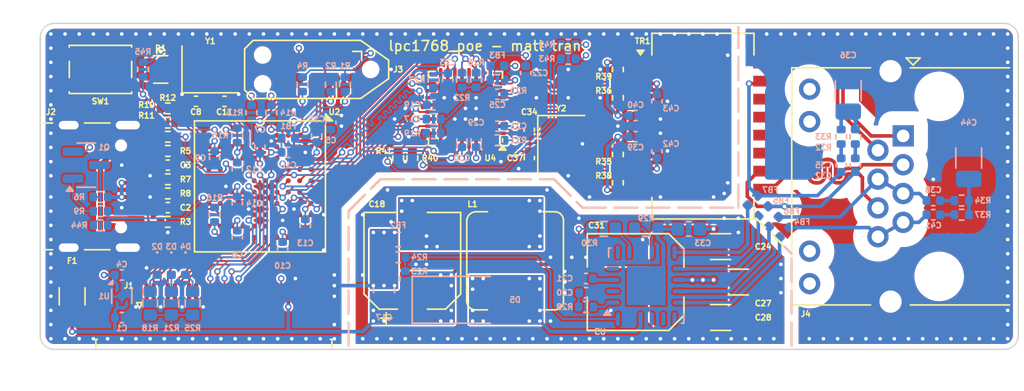
<source format=kicad_pcb>
(kicad_pcb (version 20240108) (generator "pcbnew") (generator_version "8.0")
  (layers (0 "F.Cu" signal) (1 "In1.Cu" signal) (2 "In2.Cu" signal) (31 "B.Cu" signal) (34 "B.Paste" user) (35 "F.Paste" user) (36 "B.SilkS" user "B.Silkscreen") (37 "F.SilkS" user "F.Silkscreen") (38 "B.Mask" user) (39 "F.Mask" user) (44 "Edge.Cuts" user))
  (net 0 "")
  (net 1 "GND")
  (net 2 "+5V")
  (net 3 "/usb_mcu_d-")
  (net 4 "/usb_mcu_d+")
  (net 5 "+3V3")
  (net 6 "/nrst")
  (net 7 "Net-(U2-XTAL1)")
  (net 8 "Net-(U2-XTAL2)")
  (net 9 "Net-(U2-VDDA)")
  (net 10 "Net-(C18-Pad2)")
  (net 11 "/phy_rst")
  (net 12 "GND_RTN")
  (net 13 "Net-(C20-Pad1)")
  (net 14 "Net-(U3-VDD)")
  (net 15 "Net-(C25-Pad1)")
  (net 16 "Net-(U4-AVDD10OUT)")
  (net 17 "Net-(U4-DVDD10OUT)")
  (net 18 "Net-(C32-Pad2)")
  (net 19 "/eth_tx_cm")
  (net 20 "GND_VSS")
  (net 21 "Net-(U4-CKXTAL2)")
  (net 22 "/eth_rx_cm")
  (net 23 "Net-(C35-Pad2)")
  (net 24 "Net-(C36-Pad1)")
  (net 25 "GND_BS")
  (net 26 "Net-(U4-CKXTAL1)")
  (net 27 "Net-(C38-Pad1)")
  (net 28 "Net-(C38-Pad2)")
  (net 29 "Net-(C39-Pad2)")
  (net 30 "Net-(C40-Pad1)")
  (net 31 "Net-(C41-Pad1)")
  (net 32 "Net-(C41-Pad2)")
  (net 33 "Net-(TR1-C_RD)")
  (net 34 "Net-(TR1-C_TD)")
  (net 35 "Net-(D1-GK)")
  (net 36 "Net-(D1-BK)")
  (net 37 "Net-(D1-RK)")
  (net 38 "Net-(D2-A)")
  (net 39 "Net-(D3-A)")
  (net 40 "Net-(D4-A)")
  (net 41 "Net-(D5-A)")
  (net 42 "Net-(F1-Pad1)")
  (net 43 "Net-(U3-CT1)")
  (net 44 "Net-(U3-SP1)")
  (net 45 "Net-(U3-CT2)")
  (net 46 "Net-(U3-SP2)")
  (net 47 "/p0.18")
  (net 48 "/p0.6")
  (net 49 "/p0.17")
  (net 50 "/p0.5")
  (net 51 "/p0.15")
  (net 52 "/p0.7")
  (net 53 "/p0.10")
  (net 54 "/p2.8")
  (net 55 "/p0.23")
  (net 56 "/p0.26")
  (net 57 "/p0.4")
  (net 58 "/p0.0")
  (net 59 "/p0.16")
  (net 60 "/p1.31")
  (net 61 "/p2.7")
  (net 62 "/p0.11")
  (net 63 "/p0.8")
  (net 64 "/p0.9")
  (net 65 "/p0.1")
  (net 67 "/usb_d-")
  (net 68 "/usb_d+")
  (net 69 "Net-(J2-CC2)")
  (net 71 "Net-(J2-CC1)")
  (net 72 "/dbg_rx")
  (net 73 "/dbg_tx")
  (net 74 "/jtck")
  (net 75 "/jtms")
  (net 76 "/jtdo")
  (net 77 "/jtdi")
  (net 78 "/eth_iso_rx+")
  (net 79 "/eth_iso_rx-")
  (net 80 "Net-(J4-Pad10)")
  (net 81 "/eth_iso_tx+")
  (net 82 "Net-(J4-Pad12)")
  (net 83 "/eth_iso_tx-")
  (net 84 "Net-(Q1-D)")
  (net 85 "Net-(Q1-G)")
  (net 86 "/usb_conn")
  (net 87 "/led_b")
  (net 88 "/led_g")
  (net 89 "/led_r")
  (net 90 "/jtrst")
  (net 91 "/usb_vbus")
  (net 92 "/isp")
  (net 93 "/rmii_mdc")
  (net 94 "/rmii_mdio")
  (net 95 "Net-(U4-RXDV)")
  (net 96 "/rmii_int")
  (net 97 "Net-(U3-FB)")
  (net 98 "/rmii_rx1")
  (net 99 "Net-(U3-EROUT)")
  (net 100 "Net-(U3-RCL)")
  (net 101 "Net-(U3-RDET)")
  (net 102 "Net-(U4-RSET)")
  (net 103 "/eth_rx+")
  (net 104 "/eth_tx-")
  (net 105 "/eth_rx-")
  (net 106 "/eth_tx+")
  (net 107 "/eth_led1")
  (net 108 "/eth_led0")
  (net 109 "/btn1")
  (net 112 "/rmii_crs_dv")
  (net 123 "/rmii_rx0")
  (net 126 "/rmii_ref_clk")
  (net 139 "/rmii_tx1")
  (net 141 "/rmii_tx0")
  (net 146 "/rmii_tx_en")
  (net 147 "/rmii_rx_er")
  (net 161 "Net-(C44-Pad1)")
  (footprint "Crystal:Crystal_SMD_3225-4Pin_3.2x2.5mm" (layer "F.Cu") (at 171.25 97 -90)
    (property "Reference" "Y2")
    (property "Value" "25MHz")
  )
  (footprint "Resistor_SMD:R_0402_1005Metric" (layer "F.Cu") (at 143.5 100.5)
    (property "Reference" "R8")
    (property "Value" "33")
  )
  (footprint "Resistor_SMD:R_0402_1005Metric" (layer "F.Cu") (at 143.5 94.5 180)
    (property "Reference" "R12")
    (property "Value" "220")
  )
  (footprint "Package_BGA:TFBGA-100_9.0x9.0mm_Layout10x10_P0.8mm" (layer "F.Cu") (at 150 100 -90)
    (property "Reference" "U2")
    (property "Value" "LPC1768FET100")
  )
  (footprint "Capacitor_SMD:C_0402_1005Metric" (layer "F.Cu") (at 169 96 90)
    (property "Reference" "C34")
    (property "Value" "20p")
  )
  (footprint "Capacitor_SMD:CP_Elec_6.3x5.4" (layer "F.Cu") (at 176.5 106.75 180)
    (property "Reference" "C31")
    (property "Value" "10u")
  )
  (footprint "Fuse:Fuse_1206_3216Metric" (layer "F.Cu") (at 136.75 107.75 -90)
    (property "Reference" "F1")
    (property "Value" "500mA")
  )
  (footprint "Resistor_SMD:R_0402_1005Metric" (layer "F.Cu") (at 143.5 102.5)
    (property "Reference" "R3")
    (property "Value" "5k1")
  )
  (footprint "Resistor_SMD:R_0402_1005Metric" (layer "F.Cu") (at 175.25 91.75 90)
    (property "Reference" "R39")
    (property "Value" "49.9")
  )
  (footprint "Resistor_SMD:R_0402_1005Metric" (layer "F.Cu") (at 175.25 97.75 -90)
    (property "Reference" "R35")
    (property "Value" "49.9")
  )
  (footprint "Capacitor_SMD:C_0402_1005Metric" (layer "F.Cu") (at 143.5 101.5 180)
    (property "Reference" "C2")
    (property "Value" "20p")
  )
  (footprint "Resistor_SMD:R_0402_1005Metric" (layer "F.Cu") (at 143.5 95.5 180)
    (property "Reference" "R10")
    (property "Value" "220")
  )
  (footprint "Capacitor_SMD:CP_Elec_6.3x7.7" (layer "F.Cu") (at 160.75 105.25 90)
    (property "Reference" "C18")
    (property "Value" "330u")
  )
  (footprint "Connector_RJ:RJ45_Amphenol_RJHSE538X" (layer "F.Cu") (at 195.375 96.44 -90)
    (property "Reference" "J4")
    (property "Value" "RC02535")
  )
  (footprint "Capacitor_SMD:C_1206_3216Metric" (layer "F.Cu") (at 183.75 106.75)
    (property "Reference" "C27")
    (property "Value" "1u")
  )
  (footprint "Capacitor_SMD:C_0402_1005Metric" (layer "F.Cu") (at 169 98 -90)
    (property "Reference" "C37")
    (property "Value" "20p")
  )
  (footprint "Connector:Tag-Connect_TC2050-IDC-NL_2x05_P1.27mm_Vertical" (layer "F.Cu") (at 154 91.75 180)
    (property "Reference" "J3")
    (property "Value" "jtag/uart")
  )
  (footprint "Resistor_SMD:R_0402_1005Metric" (layer "F.Cu") (at 143.5 96.5 180)
    (property "Reference" "R11")
    (property "Value" "220")
  )
  (footprint "Capacitor_SMD:C_1206_3216Metric" (layer "F.Cu") (at 182.5 104.25)
    (property "Reference" "C24")
    (property "Value" "1u")
  )
  (footprint "Capacitor_SMD:C_0402_1005Metric" (layer "F.Cu") (at 143.5 98.5 180)
    (property "Reference" "C3")
    (property "Value" "20p")
  )
  (footprint "Resistor_SMD:R_0402_1005Metric" (layer "F.Cu") (at 175.25 99.75 90)
    (property "Reference" "R38")
    (property "Value" "49.9")
  )
  (footprint "Connector_FFC-FPC:TE_2-1734839-2_1x22-1MP_P0.5mm_Horizontal" (layer "F.Cu") (at 146.75 108.75)
    (property "Reference" "J1")
    (property "Value" "extra")
  )
  (footprint "Transformer_SMD:Transformer_Ethernet_Bourns_PT61017PEL" (layer "F.Cu") (at 181.25 95.75)
    (property "Reference" "TR1")
    (property "Value" "B1601S")
  )
  (footprint "Package_DFN_QFN:QFN-32-1EP_5x5mm_P0.5mm_EP3.6x3.6mm" (layer "F.Cu") (at 164.5 94.5 180)
    (property "Reference" "U4")
    (property "Value" "RTL8201F-VB-CG")
  )
  (footprint "Resistor_SMD:R_0402_1005Metric" (layer "F.Cu") (at 175.25 93.75 -90)
    (property "Reference" "R36")
    (property "Value" "49.9")
  )
  (footprint "Capacitor_SMD:C_0402_1005Metric" (layer "F.Cu") (at 147.5 94)
    (property "Reference" "C11")
    (property "Value" "20p")
  )
  (footprint "Capacitor_SMD:C_1206_3216Metric" (layer "F.Cu") (at 182.5 109.25)
    (property "Reference" "C28")
    (property "Value" "1u")
  )
  (footprint "Capacitor_SMD:C_0402_1005Metric" (layer "F.Cu") (at 145.48 94 180)
    (property "Reference" "C8")
    (property "Value" "20p")
  )
  (footprint "Resistor_SMD:R_0402_1005Metric" (layer "F.Cu") (at 160.75 98 -90)
    (property "Reference" "R40")
    (property "Value" "10k")
  )
  (footprint "Inductor_SMD:L_Bourns_SRP7028A_7.3x6.6mm" (layer "F.Cu") (at 168 105.25 -90)
    (property "Reference" "L1")
    (property "Value" "33u")
  )
  (footprint "Button_Switch_SMD:SW_SPST_PTS810" (layer "F.Cu") (at 138.75 91.75 180)
    (property "Reference" "SW1")
    (property "Value" "btn")
  )
  (footprint "Resistor_SMD:R_Array_Convex_2x0606" (layer "F.Cu") (at 143 91.75 180)
    (property "Reference" "D1")
    (property "Value" "rgb")
  )
  (footprint "Resistor_SMD:R_0402_1005Metric" (layer "F.Cu") (at 143.5 97.5)
    (property "Reference" "R5")
    (property "Value" "5k1")
  )
  (footprint "Connector_USB:USB_C_Receptacle_Palconn_UTC16-G" (layer "F.Cu") (at 138.75 100 -90)
    (property "Reference" "J2")
    (property "Value" "usb")
  )
  (footprint "Resistor_SMD:R_0402_1005Metric" (layer "F.Cu") (at 159.75 98 -90)
    (property "Reference" "R41")
    (property "Value" "10k")
  )
  (footprint "Crystal:Crystal_SMD_3225-4Pin_3.2x2.5mm" (layer "F.Cu") (at 146.5 91.75)
    (property "Reference" "Y1")
    (property "Value" "12MHz")
  )
  (footprint "Resistor_SMD:R_0402_1005Metric" (layer "F.Cu") (at 143.5 99.5)
    (property "Reference" "R7")
    (property "Value" "33")
  )
  (footprint "Resistor_SMD:R_0402_1005Metric" (layer "B.Cu") (at 192 96.5 90)
    (property "Reference" "R33")
    (property "Value" "75")
  )
  (footprint "Capacitor_SMD:C_0402_1005Metric" (layer "B.Cu") (at 178 94 -90)
    (property "Reference" "C43")
    (property "Value" "100n")
  )
  (footprint "Capacitor_SMD:C_0402_1005Metric" (layer "B.Cu") (at 140.25 106.25)
    (property "Reference" "C4")
    (property "Value" "1u")
  )
  (footprint "Inductor_SMD:L_0402_1005Metric" (layer "B.Cu") (at 185.5 101.75 45)
    (property "Reference" "FB5")
    (property "Value" "FerriteBead_Small")
  )
  (footprint "Capacitor_SMD:C_0402_1005Metric" (layer "B.Cu") (at 165.25 96.75 90)
    (property "Reference" "C29")
    (property "Value" "100n")
  )
  (footprint "Resistor_SMD:R_0402_1005Metric" (layer "B.Cu") (at 171.75 91 180)
    (property "Reference" "R43")
    (property "Value" "220")
  )
  (footprint "Capacitor_SMD:C_0402_1005Metric" (layer "B.Cu") (at 148.4 98.8 -90)
    (property "Reference" "C12")
    (property "Value" "100n")
  )
  (footprint "Capacitor_SMD:C_0805_2012Metric" (layer "B.Cu") (at 158.75 107.25 90)
    (property "Reference" "C17")
    (property "Value" "10u")
  )
  (footprint "LED_SMD:LED_0402_1005Metric" (layer "B.Cu") (at 142.75 105.75 -90)
    (property "Reference" "D2")
    (property "Value" "EAST1005BA0")
  )
  (footprint "Capacitor_SMD:C_0402_1005Metric" (layer "B.Cu") (at 173 107.5)
    (property "Reference" "C20")
    (property "Value" "1n")
  )
  (footprint "LED_SMD:LED_0402_1005Metric" (layer "B.Cu") (at 144.75 105.75 -90)
    (property "Reference" "D4")
    (property "Value" "EAST1005BA0")
  )
  (footprint "Capacitor_SMD:C_0402_1005Metric" (layer "B.Cu") (at 197.5 101)
    (property "Reference" "C38")
    (property "Value" "10n")
  )
  (footprint "Resistor_SMD:R_0402_1005Metric" (layer "B.Cu") (at 166.75 92.5)
    (property "Reference" "R20")
    (property "Value" "10k")
  )
  (footprint "Capacitor_SMD:C_0402_1005Metric" (layer "B.Cu") (at 163.25 92.5 -90)
    (property "Reference" "C23")
    (property "Value" "100n")
  )
  (footprint "Resistor_SMD:R_0402_1005Metric" (layer "B.Cu") (at 148.4 96.4 90)
    (property "Reference" "R15")
    (property "Value" "0")
  )
  (footprint "Resistor_SMD:R_0402_1005Metric" (layer "B.Cu") (at 160.25 106.5 90)
    (property "Reference" "R23")
    (property "Value" "3k65")
  )
  (footprint "Resistor_SMD:R_0603_1608Metric" (layer "B.Cu") (at 145.25 108.25 90)
    (property "Reference" "R25")
    (property "Value" "100")
  )
  (footprint "Resistor_SMD:R_0402_1005Metric" (layer "B.Cu") (at 141.75 91.75 -90)
    (property "Reference" "R45")
    (property "Value" "10k")
  )
  (footprint "Capacitor_SMD:C_0402_1005Metric" (layer "B.Cu") (at 148.4 101.2 -90)
    (property "Reference" "C14")
    (property "Value" "100n")
  )
  (footprint "Capacitor_SMD:C_0402_1005Metric" (layer "B.Cu") (at 164.25 96.75 90)
    (property "Reference" "C30")
    (property "Value" "100n")
  )
  (footprint "Capacitor_SMD:C_0402_1005Metric" (layer "B.Cu") (at 176.5 96.5 180)
    (property "Reference" "C39")
    (property "Value" "100n")
  )
  (footprint "Resistor_SMD:R_0402_1005Metric" (layer "B.Cu") (at 156 92.8 -90)
    (property "Reference" "R1")
    (property "Value" "10k")
  )
  (footprint "Inductor_SMD:L_0402_1005Metric" (layer "B.Cu") (at 187 103.25 45)
    (property "Reference" "FB4")
    (property "Value" "FerriteBead_Small")
  )
  (footprint "Resistor_SMD:R_0402_1005Metric" (layer "B.Cu") (at 138.75 100.75)
    (property "Reference" "R6")
    (property "Value" "1k5")
  )
  (footprint "Diode_SMD:D_SMA" (layer "B.Cu") (at 164.25 108)
    (property "Reference" "D5")
    (property "Value" "2A")
  )
  (footprint "Resistor_SMD:R_0402_1005Metric" (layer "B.Cu") (at 199.5 101)
    (property "Reference" "R34")
    (property "Value" "75")
  )
  (footprint "Resistor_SMD:R_0402_1005Metric" (layer "B.Cu") (at 159.75 105 180)
    (property "Reference" "R24")
    (property "Value" "10k")
  )
  (footprint "Inductor_SMD:L_0402_1005Metric" (layer "B.Cu") (at 152 96.6 180)
    (property "Reference" "FB1")
    (property "Value" "FerriteBead_Small")
  )
  (footprint "Capacitor_SMD:C_0402_1005Metric" (layer "B.Cu") (at 152 97.6)
    (property "Reference" "C16")
    (property "Value" "1u")
  )
  (footprint "Capacitor_SMD:C_0402_1005Metric" (layer "B.Cu") (at 191 98.5 90)
    (property "Reference" "C32")
    (property "Value" "10n")
  )
  (footprint "Capacitor_SMD:C_0402_1005Metric" (layer "B.Cu") (at 197.5 102)
    (property "Reference" "C41")
    (property "Value" "10n")
  )
  (footprint "Capacitor_SMD:C_0402_1005Metric" (layer "B.Cu") (at 168.75 92 -90)
    (property "Reference" "C22")
    (property "Value" "4u7")
  )
  (footprint "Capacitor_SMD:C_1206_3216Metric" (layer "B.Cu") (at 191.5 93.25 90)
    (property "Reference" "C36")
    (property "Value" "1n")
  )
  (footprint "Resistor_SMD:R_0402_1005Metric" (layer "B.Cu") (at 199.5 102)
    (property "Reference" "R37")
    (property "Value" "75")
  )
  (footprint "Capacitor_SMD:C_0603_1608Metric" (layer "B.Cu") (at 180.25 103 180)
    (property "Reference" "C33")
    (property "Value" "100n")
  )
  (footprint "Resistor_SMD:R_0402_1005Metric" (layer "B.Cu") (at 162.25 92.5 -90)
    (property "Reference" "R27")
    (property "Value" "10k")
  )
  (footprint "Package_DFN_QFN:UDFN-4-1EP_1x1mm_P0.65mm_EP0.48x0.48mm" (layer "B.Cu") (at 140.25 107.75 -90)
    (property "Reference" "U1")
    (property "Value" "LD39020ATPU33R")
  )
  (footprint "Resistor_SMD:R_0402_1005Metric" (layer "B.Cu") (at 171.75 90 180)
    (property "Reference" "R42")
    (property "Value" "220")
  )
  (footprint "Capacitor_SMD:C_0402_1005Metric" (layer "B.Cu") (at 166.75 93.5 180)
    (property "Reference" "C25")
    (property "Value" "100n")
  )
  (footprint "Capacitor_SMD:C_0402_1005Metric" (layer "B.Cu") (at 148.4 103.6 -90)
    (property "Reference" "C6")
    (property "Value" "100n")
  )
  (footprint "Resistor_SMD:R_0603_1608Metric" (layer "B.Cu") (at 142.25 108.25 90)
    (property "Reference" "R18")
    (property "Value" "100")
  )
  (footprint "Resistor_SMD:R_0402_1005Metric" (layer "B.Cu") (at 149.4 94.8 -90)
    (property "Reference" "R13")
    (property "Value" "10k")
  )
  (footprint "Capacitor_SMD:C_0402_1005Metric" (layer "B.Cu") (at 151.6 104.4 -90)
    (property "Reference" "C10")
    (property "Value" "100n")
  )
  (footprint "Capacitor_SMD:C_0402_1005Metric" (layer "B.Cu") (at 192 98.5 90)
    (property "Reference" "C35")
    (property "Value" "10n")
  )
  (footprint "Resistor_SMD:R_0402_1005Metric" (layer "B.Cu") (at 173 108.5 180)
    (property "Reference" "R28")
    (property "Value" "47k")
  )
  (footprint "Resistor_SMD:R_0402_1005Metric" (layer "B.Cu") (at 166.75 96.75 180)
    (property "Reference" "R31")
    (property "Value" "2k49")
  )
  (footprint "LED_SMD:LED_0402_1005Metric" (layer "B.Cu") (at 143.75 105.75 -90)
    (property "Reference" "D3")
    (property "Value" "EAST1005BA0")
  )
  (footprint "Capacitor_SMD:C_0402_1005Metric" (layer "B.Cu") (at 146.8 98 -90)
    (property "Reference" "C9")
    (property "Value" "100n")
  )
  (footprint "Inductor_SMD:L_0402_1005Metric" (layer "B.Cu") (at 166.75 91.5)
    (property "Reference" "FB3")
    (property "Value" "FerriteBead_Small")
  )
  (footprint "Capacitor_SMD:C_0402_1005Metric" (layer "B.Cu") (at 176.5 95)
    (property "Reference" "C40")
    (property "Value" "100n")
  )
  (footprint "Resistor_SMD:R_0603_1608Metric" (layer "B.Cu") (at 177.25 103)
    (property "Reference" "R29")
    (property "Value" "48.7")
  )
  (footprint "Inductor_SMD:L_0402_1005Metric" (layer "B.Cu") (at 186.25 102.5 45)
    (property "Reference" "FB6")
    (property "Value" "FerriteBead_Small")
  )
  (footprint "Resistor_SMD:R_0402_1005Metric" (layer "B.Cu") (at 191 96.5 90)
    (property "Reference" "R32")
    (property "Value" "75")
  )
  (footprint "Resistor_SMD:R_0603_1608Metric" (layer "B.Cu") (at 143.75 108.25 90)
    (property "Reference" "R21")
    (property "Value" "100")
  )
  (footprint "Capacitor_SMD:C_0402_1005Metric" (layer "B.Cu") (at 154 96.4 90)
    (property "Reference" "C15")
    (property "Value" "100n")
  )
  (footprint "Resistor_SMD:R_0402_1005Metric" (layer "B.Cu") (at 164.25 92.5 90)
    (property "Reference" "R22")
    (property "Value" "10k")
  )
  (footprint "Resistor_SMD:R_0402_1005Metric" (layer "B.Cu") (at 162.25 96.25 180)
    (property "Reference" "R19")
    (property "Value" "10k")
  )
  (footprint "Resistor_SMD:R_0402_1005Metric" (layer "B.Cu") (at 138.75 102.75)
    (property "Reference" "R44")
    (property "Value" "0")
  )
  (footprint "Resistor_SMD:R_0402_1005Metric" (layer "B.Cu") (at 146.8 102 -90)
    (property "Reference" "R16")
    (property "Value" "10k")
  )
  (footprint "Resistor_SMD:R_0402_1005Metric" (layer "B.Cu") (at 150.8 94.8 -90)
    (property "Reference" "R14")
    (property "Value" "10k")
  )
  (footprint "Resistor_SMD:R_0402_1005Metric" (layer "B.Cu") (at 165.25 92.5 90)
    (property "Reference" "R26")
    (property "Value" "10k")
  )
  (footprint "Capacitor_SMD:C_0402_1005Metric" (layer "B.Cu") (at 153.2 102.8 -90)
    (property "Reference" "C13")
    (property "Value" "100n")
  )
  (footprint "Resistor_SMD:R_0603_1608Metric" (layer "B.Cu") (at 174.25 103 180)
    (property "Reference" "R30")
    (property "Value" "24k9")
  )
  (footprint "Resistor_SMD:R_0402_1005Metric" (layer "B.Cu") (at 138.75 101.75)
    (property "Reference" "R9")
    (property "Value" "33")
  )
  (footprint "Resistor_SMD:R_0402_1005Metric" (layer "B.Cu") (at 155 92.8 -90)
    (property "Reference" "R2")
    (property "Value" "10k")
  )
  (footprint "Capacitor_SMD:C_0402_1005Metric" (layer "B.Cu") (at 150 97.2 90)
    (property "Reference" "C7")
    (property "Value" "100n")
  )
  (footprint "Capacitor_SMD:C_0402_1005Metric" (layer "B.Cu") (at 166.75 95.75 180)
    (property "Reference" "C26")
    (property "Value" "100n")
  )
  (footprint "Capacitor_SMD:C_1206_3216Metric" (layer "B.Cu") (at 200 98 90)
    (property "Reference" "C44")
    (property "Value" "1n")
  )
  (footprint "extraparts:SiliconLabs_Si3402-C" (layer "B.Cu") (at 177.25 107)
    (property "Reference" "U3")
    (property "Value" "Si3402-C")
  )
  (footprint "Resistor_SMD:R_0402_1005Metric" (layer "B.Cu") (at 162.25 95.25 180)
    (property "Reference" "R17")
    (property "Value" "10k")
  )
  (footprint "Inductor_SMD:L_0402_1005Metric" (layer "B.Cu") (at 184.75 101 45)
    (property "Reference" "FB7")
    (property "Value" "FerriteBead_Small")
  )
  (footprint "Capacitor_SMD:C_0402_1005Metric" (layer "B.Cu") (at 162.25 94.25)
    (property "Reference" "C19")
    (property "Value" "100n")
  )
  (footprint "Resistor_SMD:R_0402_1005Metric" (layer "B.Cu") (at 153 92.8 -90)
    (property "Reference" "R4")
    (property "Value" "10k")
  )
  (footprint "Capacitor_SMD:C_0402_1005Metric" (layer "B.Cu") (at 173 106.5 180)
    (property "Reference" "C21")
    (property "Value" "100n")
  )
  (footprint "Capacitor_SMD:C_0402_1005Metric" (layer "B.Cu") (at 140.25 109.25)
    (property "Reference" "C1")
    (property "Value" "1u")
  )
  (footprint "Package_TO_SOT_SMD:SOT-23" (layer "B.Cu") (at 137.75 98.5)
    (property "Reference" "Q1")
    (property "Value" "DMP3099L-7")
  )
  (footprint "Inductor_SMD:L_0603_1608Metric" (layer "B.Cu") (at 159.75 103.75)
    (property "Reference" "FB2")
    (property "Value" "FerriteBead_Small")
  )
  (footprint "Capacitor_SMD:C_0402_1005Metric" (layer "B.Cu") (at 155 95.5 90)
    (property "Reference" "C5")
    (property "Value" "4u7")
  )
  (footprint "Capacitor_SMD:C_0402_1005Metric" (layer "B.Cu") (at 178 97.52 -90)
    (property "Reference" "C42")
    (property "Value" "100n")
  )
  (gr_line (start 183.75 101.5) (end 183.75 88.75) (stroke (width 0.15) (type dash)) (layer "B.SilkS"))
  (gr_line (start 170.75 99.5) (end 172.75 101.5) (stroke (width 0.15) (type dash)) (layer "B.SilkS"))
  (gr_line (start 158.5 99.5) (end 170.75 99.5) (stroke (width 0.15) (type dash)) (layer "B.SilkS"))
  (gr_line (start 187.5 111.25) (end 187.5 104.75) (stroke (width 0.15) (type dash)) (layer "B.SilkS"))
  (gr_line (start 187.5 104.75) (end 187 104.25) (stroke (width 0.15) (type dash)) (layer "B.SilkS"))
  (gr_line (start 156.25 101.75) (end 158.5 99.5) (stroke (width 0.15) (type dash)) (layer "B.SilkS"))
  (gr_line (start 172.75 101.5) (end 183.75 101.5) (stroke (width 0.15) (type dash)) (layer "B.SilkS"))
  (gr_line (start 156.25 111.25) (end 156.25 101.75) (stroke (width 0.15) (type dash)) (layer "B.SilkS"))
  (gr_line (start 183.75 88.75) (end 183.75 89) (stroke (width 0.15)) (layer "F.SilkS"))
  (gr_line (start 187.25 104.5) (end 185 102.25) (stroke (width 0.15) (type dash)) (layer "F.SilkS"))
  (gr_line (start 187.5 111.25) (end 187.5 108.75) (stroke (width 0.15) (type dash)) (layer "F.SilkS"))
  (gr_line (start 172.75 101.5) (end 177.5 101.5) (stroke (width 0.15) (type dash)) (layer "F.SilkS"))
  (gr_line (start 170.75 99.5) (end 172.75 101.5) (stroke (width 0.15) (type dash)) (layer "F.SilkS"))
  (gr_line (start 156.25 101.75) (end 158.5 99.5) (stroke (width 0.15) (type dash)) (layer "F.SilkS"))
  (gr_line (start 156.25 111.25) (end 156.25 101.75) (stroke (width 0.15) (type dash)) (layer "F.SilkS"))
  (gr_line (start 158.5 99.5) (end 170.75 99.5) (stroke (width 0.15) (type dash)) (layer "F.SilkS"))
  (gr_arc (start 203.5 110.5) (mid 203.207107 111.207107) (end 202.5 111.5) (stroke (width 0.1)) (layer "Edge.Cuts"))
  (gr_arc (start 202.5 88.5) (mid 203.207107 88.792893) (end 203.5 89.5) (stroke (width 0.1)) (layer "Edge.Cuts"))
  (gr_line (start 135.5 111.5) (end 202.5 111.5) (stroke (width 0.1)) (layer "Edge.Cuts"))
  (gr_arc (start 134.5 89.5) (mid 134.792893 88.792893) (end 135.5 88.5) (stroke (width 0.1)) (layer "Edge.Cuts"))
  (gr_line (start 202.5 88.5) (end 135.5 88.5) (stroke (width 0.1)) (layer "Edge.Cuts"))
  (gr_line (start 203.5 110.5) (end 203.5 89.5) (stroke (width 0.1)) (layer "Edge.Cuts"))
  (gr_line (start 134.5 89.5) (end 134.5 110.5) (stroke (width 0.1)) (layer "Edge.Cuts"))
  (gr_arc (start 135.5 111.5) (mid 134.792893 111.207107) (end 134.5 110.5) (stroke (width 0.1)) (layer "Edge.Cuts"))
  (gr_text "lpc1768_poe - matt tran" (at 172.75 90.5 0) (layer "F.SilkS") (effects (font (size 0.7 0.7) (thickness 0.12) (bold yes)) (justify right bottom)))
  (via (at 142 105.75) (size 0.4572) (drill 0.254) (layers "F.Cu" "B.Cu") (net 1))
  (via (at 151.25 89.25) (size 0.4572) (drill 0.254) (layers "F.Cu" "B.Cu") (net 1))
  (via (at 174 91.75) (size 0.4572) (drill 0.254) (layers "F.Cu" "B.Cu") (net 1))
  (via (at 182 100.75) (size 0.4572) (drill 0.254) (layers "F.Cu" "B.Cu") (net 1))
  (via (at 135.25 94.25) (size 0.4572) (drill 0.254) (layers "F.Cu" "B.Cu") (net 1))
  (via (at 162.25 89.25) (size 0.4572) (drill 0.254) (layers "F.Cu" "B.Cu") (net 1))
  (via (at 152.5 106.5) (size 0.4572) (drill 0.254) (layers "F.Cu" "B.Cu") (net 1))
  (via (at 169.25 89.25) (size 0.4572) (drill 0.254) (layers "F.Cu" "B.Cu") (net 1))
  (via (at 158.75 103.25) (size 0.4572) (drill 0.254) (layers "F.Cu" "B.Cu") (net 1))
  (via (at 175.25 89.25) (size 0.4572) (drill 0.254) (layers "F.Cu" "B.Cu") (net 1))
  (via (at 156.25 89.25) (size 0.4572) (drill 0.254) (layers "F.Cu" "B.Cu") (net 1))
  (via (at 145.25 110.75) (size 0.4572) (drill 0.254) (layers "F.Cu" "B.Cu") (net 1))
  (via (at 139.25 89.25) (size 0.4572) (drill 0.254) (layers "F.Cu" "B.Cu") (net 1))
  (via (at 155.75 95) (size 0.4572) (drill 0.254) (layers "F.Cu" "B.Cu") (net 1))
  (via (at 174 93.75) (size 0.4572) (drill 0.254) (layers "F.Cu" "B.Cu") (net 1))
  (via (at 137.25 110.75) (size 0.4572) (drill 0.254) (layers "F.Cu" "B.Cu") (net 1))
  (via (at 167 98.25) (size 0.4572) (drill 0.254) (layers "F.Cu" "B.Cu") (net 1))
  (via (at 160.25 98.25) (size 0.4572) (drill 0.254) (layers "F.Cu" "B.Cu") (net 1))
  (via (at 135.25 106.75) (size 0.4572) (drill 0.254) (layers "F.Cu" "B.Cu") (net 1))
  (via (at 172.75 97) (size 0.4572) (drill 0.254) (layers "F.Cu" "B.Cu") (net 1))
  (via (at 176.25 89.25) (size 0.4572) (drill 0.254) (layers "F.Cu" "B.Cu") (net 1))
  (via (at 163.25 89.25) (size 0.4572) (drill 0.254) (layers "F.Cu" "B.Cu") (net 1))
  (via (at 140.25 89.25) (size 0.4572) (drill 0.254) (layers "F.Cu" "B.Cu") (net 1))
  (via (at 135.25 109.75) (size 0.4572) (drill 0.254) (layers "F.Cu" "B.Cu") (net 1))
  (via (at 140.25 110.75) (size 0.4572) (drill 0.254) (layers "F.Cu" "B.Cu") (net 1))
  (via (at 163.75 95.25) (size 0.4572) (drill 0.254) (layers "F.Cu" "B.Cu") (net 1))
  (via (at 159.25 91.75) (size 0.4572) (drill 0.254) (layers "F.Cu" "B.Cu") (net 1))
  (via (at 143 108.5) (size 0.4572) (drill 0.254) (layers "F.Cu" "B.Cu") (net 1))
  (via (at 165.25 93.75) (size 0.4572) (drill 0.254) (layers "F.Cu" "B.Cu") (net 1))
  (via (at 137.25 89.25) (size 0.4572) (drill 0.254) (layers "F.Cu" "B.Cu") (net 1))
  (via (at 165.25 94.5) (size 0.4572) (drill 0.254) (layers "F.Cu" "B.Cu") (net 1))
  (via (at 135.25 101.75) (size 0.4572) (drill 0.254) (layers "F.Cu" "B.Cu") (net 1))
  (via (at 163.75 93.75) (size 0.4572) (drill 0.254) (layers "F.Cu" "B.Cu") (net 1))
  (via (at 155.25 107.75) (size 0.4572) (drill 0.254) (layers "F.Cu" "B.Cu") (net 1))
  (via (at 143.25 110.75) (size 0.4572) (drill 0.254) (layers "F.Cu" "B.Cu") (net 1))
  (via (at 158.75 107) (size 0.4572) (drill 0.254) (layers "F.Cu" "B.Cu") (net 1))
  (via (at 158.25 89.25) (size 0.4572) (drill 0.254) (layers "F.Cu" "B.Cu") (net 1))
  (via (at 144.5 108.5) (size 0.4572) (drill 0.254) (layers "F.Cu" "B.Cu") (net 1))
  (via (at 141.25 89.25) (size 0.4572) (drill 0.254) (layers "F.Cu" "B.Cu") (net 1))
  (via (at 158 103.25) (size 0.4572) (drill 0.254) (layers "F.Cu" "B.Cu") (net 1))
  (via (at 152.25 89.25) (size 0.4572) (drill 0.254) (layers "F.Cu" "B.Cu") (net 1))
  (via (at 178.25 89.25) (size 0.4572) (drill 0.254) (layers "F.Cu" "B.Cu") (net 1))
  (via (at 171.75 99.25) (size 0.4572) (drill 0.254) (layers "F.Cu" "B.Cu") (net 1))
  (via (at 147.25 89.25) (size 0.4572) (drill 0.254) (layers "F.Cu" "B.Cu") (net 1))
  (via (at 159.5 95.25) (size 0.4572) (drill 0.254) (layers "F.Cu" "B.Cu") (net 1))
  (via (at 178.75 97.5) (size 0.4572) (drill 0.254) (layers "F.Cu" "B.Cu") (net 1))
  (via (at 153.2 97.6) (size 0.4572) (drill 0.254) (layers "F.Cu" "B.Cu") (net 1))
  (via (at 148.5 93.5) (size 0.4572) (drill 0.254) (layers "F.Cu" "B.Cu") (net 1))
  (via (at 182.25 89.25) (size 0.4572) (drill 0.254) (layers "F.Cu" "B.Cu") (net 1))
  (via (at 160.25 89.25) (size 0.4572) (drill 0.254) (layers "F.Cu" "B.Cu") (net 1))
  (via (at 154.5 102) (size 0.4572) (drill 0.254) (layers "F.Cu" "B.Cu") (net 1))
  (via (at 135.25 92.25) (size 0.4572) (drill 0.254) (layers "F.Cu" "B.Cu") (net 1))
  (via (at 136.25 110.75) (size 0.4572) (drill 0.254) (layers "F.Cu" "B.Cu") (net 1))
  (via (at 144.25 110.75) (size 0.4572) (drill 0.254) (layers "F.Cu" "B.Cu") (net 1))
  (via (at 169.5 93.75) (size 0.4572) (drill 0.254) (layers "F.Cu" "B.Cu") (net 1))
  (via (at 147.25 110.75) (size 0.4572) (drill 0.254) (layers "F.Cu" "B.Cu") (net 1))
  (via (at 159.5 103.25) (size 0.4572) (drill 0.254) (layers "F.Cu" "B.Cu") (net 1))
  (via (at 135.25 95.25) (size 0.4572) (drill 0.254) (layers "F.Cu" "B.Cu") (net 1))
  (via (at 155.75 95.75) (size 0.4572) (drill 0.254) (layers "F.Cu" "B.Cu") (net 1))
  (via (at 177.25 89.25) (size 0.4572) (drill 0.254) (layers "F.Cu" "B.Cu") (net 1))
  (via (at 174.25 89.25) (size 0.4572) (drill 0.254) (layers "F.Cu" "B.Cu") (net 1))
  (via (at 140.25 98.5) (size 0.4572) (drill 0.254) (layers "F.Cu" "B.Cu") (net 1))
  (via (at 135.25 107.75) (size 0.4572) (drill 0.254) (layers "F.Cu" "B.Cu") (net 1))
  (via (at 155.25 89.25) (size 0.4572) (drill 0.254) (layers "F.Cu" "B.Cu") (net 1))
  (via (at 178.25 96.25) (size 0.4572) (drill 0.254) (layers "F.Cu" "B.Cu") (net 1))
  (via (at 164.5 94.5) (size 0.4572) (drill 0.254) (layers "F.Cu" "B.Cu") (net 1))
  (via (at 171.25 89.25) (size 0.4572) (drill 0.254) (layers "F.Cu" "B.Cu") (net 1))
  (via (at 167.25 89.25) (size 0.4572) (drill 0.254) (layers "F.Cu" "B.Cu") (net 1))
  (via (at 136.25 89.25) (size 0.4572) (drill 0.254) (layers "F.Cu" "B.Cu") (net 1))
  (via (at 153.25 89.25) (size 0.4572) (drill 0.254) (layers "F.Cu" "B.Cu") (net 1))
  (via (at 149.25 89.25) (size 0.4572) (drill 0.254) (layers "F.Cu" "B.Cu") (net 1))
  (via (at 152.4 101.6) (size 0.4572) (drill 0.254) (layers "F.Cu" "B.Cu") (net 1))
  (via (at 150.25 110.75) (size 0.4572) (drill 0.254) (layers "F.Cu" "B.Cu") (net 1))
  (via (at 135.25 110.75) (size 0.4572) (drill 0.254) (layers "F.Cu" "B.Cu") (net 1))
  (via (at 151.6 102.4) (size 0.4572) (drill 0.254) (layers "F.Cu" "B.Cu") (net 1))
  (via (at 135.25 97.25) (size 0.4572) (drill 0.254) (layers "F.Cu" "B.Cu") (net 1))
  (via (at 165.25 89.25) (size 0.4572) (drill 0.254) (layers "F.Cu" "B.Cu") (net 1))
  (via (at 171.75 91.75) (size 0.4572) (drill 0.254) (layers "F.Cu" "B.Cu") (net 1))
  (via (at 155.25 107) (size 0.4572) (drill 0.254) (layers "F.Cu" "B.Cu") (net 1))
  (via (at 165.25 95.25) (size 0.4572) (drill 0.254) (layers "F.Cu" "B.Cu") (net 1))
  (via (at 143.25 89.25) (size 0.4572) (drill 0.254) (layers "F.Cu" "B.Cu") (net 1))
  (via (at 142.25 110.75) (size 0.4572) (drill 0.254) (layers "F.Cu" "B.Cu") (net 1))
  (via (at 135.25 103.75) (size 0.4572) (drill 0.254) (layers "F.Cu" "B.Cu") (net 1))
  (via (at 161.25 89.25) (size 0.4572) (drill 0.254) (layers "F.Cu" "B.Cu") (net 1))
  (via (at 171.75 93.75) (size 0.4572) (drill 0.254) (layers "F.Cu" "B.Cu") (net 1))
  (via (at 147.6 100) (size 0.4572) (drill 0.254) (layers "F.Cu" "B.Cu") (net 1))
  (via (at 155.25 110.75) (size 0.4572) (drill 0.254) (layers "F.Cu" "B.Cu") (net 1))
  (via (at 138.25 110.75) (size 0.4572) (drill 0.254) (layers "F.Cu" "B.Cu") (net 1))
  (via (at 178.25 95.25) (size 0.4572) (drill 0.254) (layers "F.Cu" "B.Cu") (net 1))
  (via (at 179.25 89.25) (size 0.4572) (drill 0.254) (layers "F.Cu" "B.Cu") (net 1))
  (via (at 175.25 95.75) (size 0.4572) (drill 0.254) (layers "F.Cu" "B.Cu") (net 1))
  (via (at 149.25 110.75) (size 0.4572) (drill 0.254) (layers "F.Cu" "B.Cu") (net 1))
  (via (at 164.5 95.25) (size 0.4572) (drill 0.254) (layers "F.Cu" "B.Cu") (net 1))
  (via (at 141.25 110.75) (size 0.4572) (drill 0.254) (layers "F.Cu" "B.Cu") (net 1))
  (via (at 135.25 96.25) (size 0.4572) (drill 0.254) (layers "F.Cu" "B.Cu") (net 1))
  (via (at 180.25 89.25) (size 0.4572) (drill 0.254) (layers "F.Cu" "B.Cu") (net 1))
  (via (at 169.5 91.75) (size 0.4572) (drill 0.254) (layers "F.Cu" "B.Cu") (net 1))
  (via (at 170.25 89.25) (size 0.4572) (drill 0.254) (layers "F.Cu" "B.Cu") (net 1))
  (via (at 150.25 89.25) (size 0.4572) (drill 0.254) (layers "F.Cu" "B.Cu") (net 1))
  (via (at 164.25 89.25) (size 0.4572) (drill 0.254) (layers "F.Cu" "B.Cu") (net 1))
  (via (at 138.25 89.25) (size 0.4572) (drill 0.254) (layers "F.Cu" "B.Cu") (net 1))
  (via (at 135.25 108.75) (size 0.4572) (drill 0.254) (layers "F.Cu" "B.Cu") (net 1))
  (via (at 163 93.75) (size 0.4572) (drill 0.254) (layers "F.Cu" "B.Cu") (net 1))
  (via (at 159.25 89.25) (size 0.4572) (drill 0.254) (layers "F.Cu" "B.Cu") (net 1))
  (via (at 160.5 96.5) (size 0.4572) (drill 0.254) (layers "F.Cu" "B.Cu") (net 1))
  (via (at 143.5 103.25) (size 0.4572) (drill 0.254) (layers "F.Cu" "B.Cu") (net 1))
  (via (at 135.25 90.25) (size 0.4572) (drill 0.254) (layers "F.Cu" "B.Cu") (net 1))
  (via (at 160.25 94.5) (size 0.4572) (drill 0.254) (layers "F.Cu" "B.Cu") (net 1))
  (via (at 149.2 101.6) (size 0.4572) (drill 0.254) (layers "F.Cu" "B.Cu") (net 1))
  (via (at 150.8 96.8) (size 0.4572) (drill 0.254) (layers "F.Cu" "B.Cu") (net 1))
  (via (at 144.75 98.5) (size 0.4572) (drill 0.254) (layers "F.Cu" "B.Cu") (net 1))
  (via (at 150 96) (size 0.4572) (drill 0.254) (layers "F.Cu" "B.Cu") (net 1))
  (via (at 135.25 89.25) (size 0.4572) (drill 0.254) (layers "F.Cu" "B.Cu") (net 1))
  (via (at 142.25 100.75) (size 0.4572) (drill 0.254) (layers "F.Cu" "B.Cu") (net 1))
  (via (at 173.25 89.25) (size 0.4572) (drill 0.254) (layers "F.Cu" "B.Cu") (net 1))
  (via (at 181.25 89.25) (size 0.4572) (drill 0.254) (layers "F.Cu" "B.Cu") (net 1))
  (via (at 135.25 104.75) (size 0.4572) (drill 0.254) (layers "F.Cu" "B.Cu") (net 1))
  (via (at 144.5 93.5) (size 0.4572) (drill 0.254) (layers "F.Cu" "B.Cu") (net 1))
  (via (at 141.25 108.5) (size 0.4572) (drill 0.254) (layers "F.Cu" "B.Cu") (net 1))
  (via (at 135.25 93.25) (size 0.4572) (drill 0.254) (layers "F.Cu" "B.Cu") (net 1))
  (via (at 135.25 100.75) (size 0.4572) (drill 0.254) (layers "F.Cu" "B.Cu") (net 1))
  (via (at 159.5 107) (size 0.4572) (drill 0.254) (layers "F.Cu" "B.Cu") (net 1))
  (via (at 148.25 110.75) (size 0.4572) (drill 0.254) (layers "F.Cu" "B.Cu") (net 1))
  (via (at 145.8 98) (size 0.4572) (drill 0.254) (layers "F.Cu" "B.Cu") (net 1))
  (via (at 145.25 89.25) (size 0.4572) (drill 0.254) (layers "F.Cu" "B.Cu") (net 1))
  (via (at 139.25 110.75) (size 0.4572) (drill 0.254) (layers "F.Cu" "B.Cu") (net 1))
  (via (at 142.25 89.25) (size 0.4572) (drill 0.254) (layers "F.Cu" "B.Cu") (net 1))
  (via (at 178.75 94) (size 0.4572) (drill 0.254) (layers "F.Cu" "B.Cu") (net 1))
  (via (at 135.25 105.75) (size 0.4572) (drill 0.254) (layers "F.Cu" "B.Cu") (net 1))
  (via (at 135.25 98.25) (size 0.4572) (drill 0.254) (layers "F.Cu" "B.Cu") (net 1))
  (via (at 135.25 91.25) (size 0.4572) (drill 0.254) (layers "F.Cu" "B.Cu") (net 1))
  (via (at 135.25 99.25) (size 0.4572) (drill 0.254) (layers "F.Cu" "B.Cu") (net 1))
  (via (at 154.25 89.25) (size 0.4572) (drill 0.254) (layers "F.Cu" "B.Cu") (net 1))
  (via (at 155.25 109.75) (size 0.4572) (drill 0.254) (layers "F.Cu" "B.Cu") (net 1))
  (via (at 166.25 89.25) (size 0.4572) (drill 0.254) (layers "F.Cu" "B.Cu") (net 1))
  (via (at 151.25 110.75) (size 0.4572) (drill 0.254) (layers "F.Cu" "B.Cu") (net 1))
  (via (at 146.25 89.25) (size 0.4572) (drill 0.254) (layers "F.Cu" "B.Cu") (net 1))
  (via (at 172.25 89.25) (size 0.4572) (drill 0.254) (layers "F.Cu" "B.Cu") (net 1))
  (via (at 178.25 100.75) (size 0.4572) (drill 0.254) (layers "F.Cu" "B.Cu") (net 1))
  (via (at 135.25 102.75) (size 0.4572) (drill 0.254) (layers "F.Cu" "B.Cu") (net 1))
  (via (at 182.75 100.5) (size 0.4572) (drill 0.254) (layers "F.Cu" "B.Cu") (net 1))
  (via (at 173.25 100.75) (size 0.4572) (drill 0.254) (layers "F.Cu" "B.Cu") (net 1))
  (via (at 142.25 99.25) (size 0.4572) (drill 0.254) (layers "F.Cu" "B.Cu") (net 1))
  (via (at 157.25 89.25) (size 0.4572) (drill 0.254) (layers "F.Cu" "B.Cu") (net 1))
  (via (at 153.25 110.75) (size 0.4572) (drill 0.254) (layers "F.Cu" "B.Cu") (net 1))
  (via (at 152.4 94.6) (size 0.4572) (drill 0.254) (layers "F.Cu" "B.Cu") (net 1))
  (via (at 146.25 110.75) (size 0.4572) (drill 0.254) (layers "F.Cu" "B.Cu") (net 1))
  (via (at 152.25 110.75) (size 0.4572) (drill 0.254) (layers "F.Cu" "B.Cu") (net 1))
  (via (at 148.25 89.25) (size 0.4572) (drill 0.254) (layers "F.Cu" "B.Cu") (net 1))
  (via (at 158 107) (size 0.4572) (drill 0.254) (layers "F.Cu" "B.Cu") (net 1))
  (via (at 168.25 89.25) (size 0.4572) (drill 0.254) (layers "F.Cu" "B.Cu") (net 1))
  (via (at 154.25 110.75) (size 0.4572) (drill 0.254) (layers "F.Cu" "B.Cu") (net 1))
  (via (at 183 90.75) (size 0.4572) (drill 0.254) (layers "F.Cu" "B.Cu") (net 1))
  (via (at 168.25 98.75) (size 0.4572) (drill 0.254) (layers "F.Cu" "B.Cu") (net 1))
  (via (at 183 99.75) (size 0.4572) (drill 0.254) (layers "F.Cu" "B.Cu") (net 1))
  (via (at 155.25 106.25) (size 0.4572) (drill 0.254) (layers "F.Cu" "B.Cu") (net 1))
  (via (at 140.25 101.5) (size 0.4572) (drill 0.254) (layers "F.Cu" "B.Cu") (net 1))
  (via (at 154.5 104.5) (size 0.4572) (drill 0.254) (layers "F.Cu" "B.Cu") (net 1))
  (via (at 146 108.5) (size 0.4572) (drill 0.254) (layers "F.Cu" "B.Cu") (net 1))
  (via (at 144.25 89.25) (size 0.4572) (drill 0.254) (layers "F.Cu" "B.Cu") (net 1))
  (segment (start 158 107) (end 155.25 107) (width 0.254) (layer "B.Cu") (net 1))
  (segment (start 181.025 104.575) (end 181.025 104.25) (width 0.254) (layer "F.Cu") (net 2))
  (segment (start 152 107.4) (end 152 108.5) (width 0.254) (layer "F.Cu") (net 2))
  (segment (start 163.5 106.25) (end 164.25 105.5) (width 0.254) (layer "F.Cu") (net 2))
  (segment (start 172.5 105.5) (end 180.1 105.5) (width 0.254) (layer "F.Cu") (net 2))
  (segment (start 136.75 109.15) (end 136.75 110.25) (width 0.254) (layer "F.Cu") (net 2))
  (segment (start 180.1 105.5) (end 181.025 104.575) (width 0.254) (layer "F.Cu") (net 2))
  (segment (start 164.25 105.5) (end 172.5 105.5) (width 0.254) (layer "F.Cu") (net 2))
  (segment (start 172.5 103) (end 172.5 105.5) (width 0.127) (layer "F.Cu") (net 2))
  (via (at 162.75 109.5) (size 0.4572) (drill 0.254) (layers "F.Cu" "B.Cu") (net 2))
  (via (at 163.5 107) (size 0.4572) (drill 0.254) (layers "F.Cu" "B.Cu") (net 2))
  (via (at 158 108.75) (size 0.4572) (drill 0.254) (layers "F.Cu" "B.Cu") (net 2))
  (via (at 152 108.5) (size 0.4572) (drill 0.254) (layers "F.Cu" "B.Cu") (net 2))
  (via (at 162.75 106.25) (size 0.4572) (drill 0.254) (layers "F.Cu" "B.Cu") (net 2))
  (via (at 158 109.5) (size 0.4572) (drill 0.254) (layers "F.Cu" "B.Cu") (net 2))
  (via (at 136.75 110.25) (size 0.4572) (drill 0.254) (layers "F.Cu" "B.Cu") (net 2))
  (via (at 181.25 106.6) (size 0.4572) (drill 0.254) (layers "F.Cu" "B.Cu") (net 2))
  (via (at 182 103) (size 0.4572) (drill 0.254) (layers "F.Cu" "B.Cu") (net 2))
  (via (at 180.5 106.6) (size 0.4572) (drill 0.254) (layers "F.Cu" "B.Cu") (net 2))
  (via (at 163.5 106.25) (size 0.4572) (drill 0.254) (layers "F.Cu" "B.Cu") (net 2))
  (via (at 172.5 103) (size 0.4572) (drill 0.254) (layers "F.Cu" "B.Cu") (net 2))
  (via (at 163.5 108.75) (size 0.4572) (drill 0.254) (layers "F.Cu" "B.Cu") (net 2))
  (via (at 158.75 109.5) (size 0.4572) (drill 0.254) (layers "F.Cu" "B.Cu") (net 2))
  (via (at 163.5 109.5) (size 0.4572) (drill 0.254) (layers "F.Cu" "B.Cu") (net 2))
  (via (at 182 106.6) (size 0.4572) (drill 0.254) (layers "F.Cu" "B.Cu") (net 2))
  (segment (start 180.5 106.6) (end 181.25 106.6) (width 0.254) (layer "B.Cu") (net 2))
  (segment (start 139.925 108.575) (end 140.425 108.575) (width 0.254) (layer "B.Cu") (net 2))
  (segment (start 139.77 109.25) (end 139.77 110.23) (width 0.254) (layer "B.Cu") (net 2))
  (segment (start 157.25 110.25) (end 158 109.5) (width 0.254) (layer "B.Cu") (net 2))
  (segment (start 143.75 110.25) (end 152 110.25) (width 0.254) (layer "B.Cu") (net 2))
  (segment (start 136.75 110.25) (end 139.75 110.25) (width 0.254) (layer "B.Cu") (net 2))
  (segment (start 152 108.5) (end 152 110.25) (width 0.254) (layer "B.Cu") (net 2))
  (segment (start 143.75 109.075) (end 143.75 110.25) (width 0.127) (layer "B.Cu") (net 2))
  (segment (start 140.425 108.575) (end 140.575 108.425) (width 0.254) (layer "B.Cu") (net 2))
  (segment (start 139.77 110.23) (end 139.75 110.25) (width 0.254) (layer "B.Cu") (net 2))
  (segment (start 142.25 109.075) (end 145.25 109.075) (width 0.127) (layer "B.Cu") (net 2))
  (segment (start 139.77 108.73) (end 139.77 109.25) (width 0.254) (layer "B.Cu") (net 2))
  (segment (start 179.6 106.6) (end 180.5 106.6) (width 0.254) (layer "B.Cu") (net 2))
  (segment (start 181.25 106.6) (end 182 106.6) (width 0.254) (layer "B.Cu") (net 2))
  (segment (start 152 110.25) (end 157.25 110.25) (width 0.254) (layer "B.Cu") (net 2))
  (segment (start 140.575 108.425) (end 140.575 108.29) (width 0.254) (layer "B.Cu") (net 2))
  (segment (start 139.75 110.25) (end 143.75 110.25) (width 0.254) (layer "B.Cu") (net 2))
  (segment (start 139.925 108.29) (end 139.925 108.575) (width 0.254) (layer "B.Cu") (net 2))
  (segment (start 181.025 103) (end 182 103) (width 0.254) (layer "B.Cu") (net 2))
  (segment (start 173.425 103) (end 172.5 103) (width 0.127) (layer "B.Cu") (net 2))
  (segment (start 139.925 108.575) (end 139.77 108.73) (width 0.254) (layer "B.Cu") (net 2))
  (segment (start 148.8 98.8) (end 148.4 99.2) (width 0.1778) (layer "F.Cu") (net 3))
  (segment (start 145.856052 99.2) (end 144.906052 100.15) (width 0.1778) (layer "F.Cu") (net 3))
  (segment (start 144.906052 100.15) (end 144.36 100.15) (width 0.1778) (layer "F.Cu") (net 3))
  (segment (start 144.01 100.5) (end 144.01 101.47) (width 0.1778) (layer "F.Cu") (net 3))
  (segment (start 144.36 100.15) (end 144.01 100.5) (width 0.1778) (layer "F.Cu") (net 3))
  (segment (start 144.01 101.47) (end 143.98 101.5) (width 0.1778) (layer "F.Cu") (net 3))
  (segment (start 148.4 99.2) (end 145.856052 99.2) (width 0.1778) (layer "F.Cu") (net 3))
  (segment (start 144.01 98.53) (end 143.98 98.5) (width 0.1778) (layer "F.Cu") (net 4))
  (segment (start 146.8 98.4) (end 146.225 98.4) (width 0.1778) (layer "F.Cu") (net 4))
  (segment (start 145.143498 99.481499) (end 145.100394 99.524605) (width 0.1778) (layer "F.Cu") (net 4))
  (segment (start 145.790079 98.6625) (end 145.641542 98.513963) (width 0.1778) (layer "F.Cu") (net 4))
  (segment (start 145.359026 99.093553) (end 145.210489 98.945016) (width 0.1778) (layer "F.Cu") (net 4))
  (segment (start 145.531447 99.093552) (end 145.531447 99.093553) (width 0.1778) (layer "F.Cu") (net 4))
  (segment (start 144.994962 99.160542) (end 145.143498 99.309078) (width 0.1778) (layer "F.Cu") (net 4))
  (segment (start 144.01 99.5) (end 144.01 98.53) (width 0.1778) (layer "F.Cu") (net 4))
  (segment (start 147.2 98) (end 146.8 98.4) (width 0.1778) (layer "F.Cu") (net 4))
  (segment (start 145.469121 98.513963) (end 145.426015 98.557068) (width 0.1778) (layer "F.Cu") (net 4))
  (segment (start 146.225 98.4) (end 145.9625 98.6625) (width 0.1778) (layer "F.Cu") (net 4))
  (segment (start 144.81875 99.80625) (end 144.7798 99.8452) (width 0.1778) (layer "F.Cu") (net 4))
  (segment (start 145.574551 99.050446) (end 145.531447 99.093552) (width 0.1778) (layer "F.Cu") (net 4))
  (segment (start 144.3552 99.8452) (end 144.01 99.5) (width 0.1778) (layer "F.Cu") (net 4))
  (segment (start 145.100394 99.524605) (end 144.849513 99.775487) (width 0.1778) (layer "F.Cu") (net 4))
  (segment (start 144.849513 99.775487) (end 144.81875 99.80625) (width 0.1778) (layer "F.Cu") (net 4))
  (segment (start 145.038068 98.945016) (end 144.994962 98.988121) (width 0.1778) (layer "F.Cu") (net 4))
  (segment (start 144.7798 99.8452) (end 144.3552 99.8452) (width 0.1778) (layer "F.Cu") (net 4))
  (segment (start 145.426015 98.729489) (end 145.574551 98.878025) (width 0.1778) (layer "F.Cu") (net 4))
  (arc (start 145.210489 98.945016) (mid 145.124279 98.909306) (end 145.038068 98.945016) (width 0.1778) (layer "F.Cu") (net 4))
  (arc (start 145.9625 98.6625) (mid 145.876289 98.69821) (end 145.790079 98.6625) (width 0.1778) (layer "F.Cu") (net 4))
  (arc (start 145.426015 98.557068) (mid 145.390306 98.643278) (end 145.426015 98.729489) (width 0.1778) (layer "F.Cu") (net 4))
  (arc (start 145.143498 99.309078) (mid 145.179207 99.395289) (end 145.143498 99.481499) (width 0.1778) (layer "F.Cu") (net 4))
  (arc (start 145.574551 98.878025) (mid 145.61026 98.964236) (end 145.574551 99.050446) (width 0.1778) (layer "F.Cu") (net 4))
  (arc (start 145.641542 98.513963) (mid 145.555332 98.478253) (end 145.469121 98.513963) (width 0.1778) (layer "F.Cu") (net 4))
  (arc (start 144.994962 98.988121) (mid 144.959253 99.074331) (end 144.994962 99.160542) (width 0.1778) (layer "F.Cu") (net 4))
  (arc (start 145.531447 99.093553) (mid 145.445236 99.129263) (end 145.359026 99.093553) (width 0.1778) (layer "F.Cu") (net 4))
  (segment (start 148 102.8) (end 148.4 102.4) (width 0.127) (layer "F.Cu") (net 5))
  (segment (start 153.6 98) (end 154 97.6) (width 0.127) (layer "F.Cu") (net 5))
  (segment (start 143.7 90.7) (end 143.7 91.28) (width 0.127) (layer "F.Cu") (net 5))
  (segment (start 146.4 97.2) (end 146.8 96.8) (width 0.127) (layer "F.Cu") (net 5))
  (segment (start 148.8 97.2) (end 148.4 97.6) (width 0.127) (layer "F.Cu") (net 5))
  (segment (start 157.055 90.6) (end 156.54 91.115) (width 0.127) (layer "F.Cu") (net 5))
  (segment (start 152 103.6) (end 151.6 103.2) (width 0.127) (layer "F.Cu") (net 5))
  (segment (start 151.5 107.4) (end 151.5 106.5) (width 0.127) (layer "F.Cu") (net 5))
  (segment (start 143.5 90.5) (end 143.7 90.7) (width 0.127) (layer "F.Cu") (net 5))
  (segment (start 143 90.5) (end 143.5 90.5) (width 0.127) (layer "F.Cu") (net 5))
  (segment (start 157.8 90.6) (end 157.055 90.6) (width 0.127) (layer "F.Cu") (net 5))
  (segment (start 153.6 101.2) (end 153.2 101.6) (width 0.127) (layer "F.Cu") (net 5))
  (segment (start 163.75 92.049999) (end 163.75 91) (width 0.127) (layer "F.Cu") (net 5))
  (segment (start 148 100.4) (end 148.4 100) (width 0.127) (layer "F.Cu") (net 5))
  (via (at 148.4 100) (size 0.4572) (drill 0.254) (layers "F.Cu" "B.Cu") (net 5))
  (via (at 148.4 102.4) (size 0.4572) (drill 0.254) (layers "F.Cu" "B.Cu") (net 5))
  (via (at 139 106.25) (size 0.4572) (drill 0.254) (layers "F.Cu" "B.Cu") (net 5))
  (via (at 151.6 103.2) (size 0.4572) (drill 0.254) (layers "F.Cu" "B.Cu") (net 5))
  (via (at 143 90.5) (size 0.4572) (drill 0.254) (layers "F.Cu" "B.Cu") (net 5))
  (via (at 154 97.6) (size 0.4572) (drill 0.254) (layers "F.Cu" "B.Cu") (net 5))
  (via (at 149.4 93.6) (size 0.4572) (drill 0.254) (layers "F.Cu" "B.Cu") (net 5))
  (via (at 168.75 90.75) (size 0.4572) (drill 0.254) (layers "F.Cu" "B.Cu") (net 5))
  (via (at 157.8 90.6) (size 0.4572) (drill 0.254) (layers "F.Cu" "B.Cu") (net 5))
  (via (at 150.8 93.6) (size 0.4572) (drill 0.254) (layers "F.Cu" "B.Cu") (net 5))
  (via (at 146.8 96.8) (size 0.4572) (drill 0.254) (layers "F.Cu" "B.Cu") (net 5))
  (via (at 151.5 106.5) (size 0.4572) (drill 0.254) (layers "F.Cu" "B.Cu") (net 5))
  (via (at 163.75 91) (size 0.4572) (drill 0.254) (layers "F.Cu" "B.Cu") (net 5))
  (via (at 153.2 101.6) (size 0.4572) (drill 0.254) (layers "F.Cu" "B.Cu") (net 5))
  (via (at 138 97.25) (size 0.4572) (drill 0.254) (layers "F.Cu" "B.Cu") (net 5))
  (via (at 148.4 97.6) (size 0.4572) (drill 0.254) (layers "F.Cu" "B.Cu") (net 5))
  (segment (start 154 96.88) (end 154.485 96.88) (width 0.127) (layer "B.Cu") (net 5))
  (segment (start 165.25 93.01) (end 165.73 93.01) (width 0.127) (layer "B.Cu") (net 5))
  (segment (start 157.8 90.6) (end 156.6 91.8) (width 0.127) (layer "B.Cu") (net 5))
  (segment (start 166.265 91.485) (end 167 90.75) (width 0.127) (layer "B.Cu") (net 5))
  (segment (start 165.73 93.01) (end 166.24 92.5) (width 0.127) (layer "B.Cu") (net 5))
  (segment (start 154.485 96.88) (end 155 96.365) (width 0.127) (layer "B.Cu") (net 5))
  (segment (start 141.75 91.24) (end 142.26 91.24) (width 0.127) (layer "B.Cu") (net 5))
  (segment (start 142.26 91.24) (end 143 90.5) (width 0.127) (layer "B.Cu") (net 5))
  (segment (start 153.545 91.8) (end 153.055 92.29) (width 0.127) (layer "B.Cu") (net 5))
  (segment (start 139.77 106.25) (end 139 106.25) (width 0.254) (layer "B.Cu") (net 5))
  (segment (start 168.75 91.52) (end 168.75 90.75) (width 0.127) (layer "B.Cu") (net 5))
  (segment (start 166.265 91.5) (end 166.265 91.485) (width 0.127) (layer "B.Cu") (net 5))
  (segment (start 148.4 96.91) (end 148.4 97.6) (width 0.127) (layer "B.Cu") (net 5))
  (segment (start 163.157303 95.25) (end 164.25 94.157303) (width 0.127) (layer "B.Cu") (net 5))
  (segment (start 139.77 106.77) (end 139.925 106.925) (width 0.254) (layer "B.Cu") (net 5))
  (segment (start 152.765 96.88) (end 152.485 96.6) (width 0.127) (layer "B.Cu") (net 5))
  (segment (start 162.25 91.99) (end 163.22 91.99) (width 0.127) (layer "B.Cu") (net 5))
  (segment (start 163.75 91.55) (end 163.28 92.02) (width 0.127) (layer "B.Cu") (net 5))
  (segment (start 147.63 100.72) (end 146.86 101.49) (width 0.127) (layer "B.Cu") (net 5))
  (segment (start 166.24 92.5) (end 166.24 91.525) (width 0.127) (layer "B.Cu") (net 5))
  (segment (start 153.055 92.29) (end 153 92.29) (width 0.127) (layer "B.Cu") (net 5))
  (segment (start 149.4 94.29) (end 149.4 93.6) (width 0.127) (layer "B.Cu") (net 5))
  (segment (start 167 90.75) (end 168.75 90.75) (width 0.127) (layer "B.Cu") (net 5))
  (segment (start 162.76 95.25) (end 162.76 96.25) (width 0.127) (layer "B.Cu") (net 5))
  (segment (start 154 96.88) (end 152.765 96.88) (width 0.127) (layer "B.Cu") (net 5))
  (segment (start 148.4 103.12) (end 148.4 102.4) (width 0.127) (layer "B.Cu") (net 5))
  (segment (start 156 91.8) (end 153.545 91.8) (width 0.127) (layer "B.Cu") (net 5))
  (segment (start 137.7 97.55) (end 138 97.25) (width 0.127) (layer "B.Cu") (net 5))
  (segment (start 164.25 94.157303) (end 164.25 93.01) (width 0.127) (layer "B.Cu") (net 5))
  (segment (start 164.25 93.01) (end 165.25 93.01) (width 0.127) (layer "B.Cu") (net 5))
  (segment (start 163.22 91.99) (end 163.25 92.02) (width 0.127) (layer "B.Cu") (net 5))
  (segment (start 156 92.29) (end 156 91.8) (width 0.127) (layer "B.Cu") (net 5))
  (segment (start 148.4 100.72) (end 147.63 100.72) (width 0.127) (layer "B.Cu") (net 5))
  (segment (start 153.2 102.32) (end 153.2 101.6) (width 0.127) (layer "B.Cu") (net 5))
  (segment (start 156.6 91.8) (end 156 91.8) (width 0.127) (layer "B.Cu") (net 5))
  (segment (start 154 97.6) (end 154 96.88) (width 0.127) (layer "B.Cu") (net 5))
  (segment (start 163.75 91) (end 163.75 91.55) (width 0.127) (layer "B.Cu") (net 5))
  (segment (start 155 96.365) (end 155 95.98) (width 0.127) (layer "B.Cu") (net 5))
  (segment (start 151.6 103.92) (end 151.6 103.2) (width 0.127) (layer "B.Cu") (net 5))
  (segment (start 136.8125 97.55) (end 137.7 97.55) (width 0.127) (layer "B.Cu") (net 5))
  (segment (start 146.8 97.52) (end 146.8 96.8) (width 0.127) (layer "B.Cu") (net 5))
  (segment (start 139.925 106.925) (end 139.925 107.21) (width 0.254) (layer "B.Cu") (net 5))
  (segment (start 162.76 95.25) (end 163.157303 95.25) (width 0.127) (layer "B.Cu") (net 5))
  (segment (start 148.4 98.32) (end 148.4 97.6) (width 0.127) (layer "B.Cu") (net 5))
  (segment (start 139.77 106.25) (end 139.77 106.77) (width 0.254) (layer "B.Cu") (net 5))
  (segment (start 146.86 101.49) (end 146.8 101.49) (width 0.127) (layer "B.Cu") (net 5))
  (segment (start 148.4 100.72) (end 148.4 100) (width 0.127) (layer "B.Cu") (net 5))
  (segment (start 166.24 91.525) (end 166.265 91.5) (width 0.127) (layer "B.Cu") (net 5))
  (segment (start 150.8 94.29) (end 150.8 93.6) (width 0.127) (layer "B.Cu") (net 5))
  (segment (start 163.28 92.02) (end 163.25 92.02) (width 0.127) (layer "B.Cu") (net 5))
  (segment (start 151.46 93.94) (end 150 95.4) (width 0.127) (layer "F.Cu") (net 6))
  (segment (start 149.6 98) (end 150 98.4) (width 0.127) (layer "F.Cu") (net 6))
  (segment (start 151.46 92.385) (end 151.46 93.94) (width 0.127) (layer "F.Cu") (net 6))
  (via (at 150 98.4) (size 0.4572) (drill 0.254) (layers "F.Cu" "B.Cu") (net 6))
  (via (at 150 95.4) (size 0.4572) (drill 0.254) (layers "F.Cu" "B.Cu") (net 6))
  (segment (start 150 95.4) (end 149.49 95.4) (width 0.3) (layer "B.Cu") (net 6))
  (segment (start 150 98.4) (end 150 97.68) (width 0.127) (layer "B.Cu") (net 6))
  (segment (start 149.98 97.68) (end 149.4 97.1) (width 0.127) (layer "B.Cu") (net 6))
  (segment (start 149.49 95.4) (end 149.4 95.31) (width 0.127) (layer "B.Cu") (net 6))
  (segment (start 150 97.68) (end 149.98 97.68) (width 0.127) (layer "B.Cu") (net 6))
  (segment (start 149.4 97.1) (end 149.4 95.31) (width 0.127) (layer "B.Cu") (net 6))
  (segment (start 147.14129 94.5005) (end 146.4505 94.5005) (width 0.127) (layer "F.Cu") (net 7))
  (segment (start 145.96 94.01) (end 145.96 94) (width 0.127) (layer "F.Cu") (net 7))
  (segment (start 148.4 96.8) (end 148.4 95.75921) (width 0.127) (layer "F.Cu") (net 7))
  (segment (start 145.96 94) (end 145.96 93.16) (width 0.127) (layer "F.Cu") (net 7))
  (segment (start 148.4 95.75921) (end 147.14129 94.5005) (width 0.127) (layer "F.Cu") (net 7))
  (segment (start 145.96 93.16) (end 145.4 92.6) (width 0.127) (layer "F.Cu") (net 7))
  (segment (start 148 97.2) (end 148.4 96.8) (width 0.127) (layer "F.Cu") (net 7))
  (segment (start 146.4505 94.5005) (end 145.96 94.01) (width 0.127) (layer "F.Cu") (net 7))
  (segment (start 149.2 96.2) (end 147.02 94.02) (width 0.127) (layer "F.Cu") (net 8))
  (segment (start 147.02 94.02) (end 147.02 94) (width 0.127) (layer "F.Cu") (net 8))
  (segment (start 148.8 98) (end 149.2 97.6) (width 0.127) (layer "F.Cu") (net 8))
  (segment (start 149.2 97.6) (end 149.2 96.2) (width 0.127) (layer "F.Cu") (net 8))
  (segment (start 147.5 90.9) (end 147.6 90.9) (width 0.127) (layer "F.Cu") (net 8))
  (segment (start 146.65 91.75) (end 147.5 90.9) (width 0.127) (layer "F.Cu") (net 8))
  (segment (start 147.02 93.97) (end 146.65 93.6) (width 0.127) (layer "F.Cu") (net 8))
  (segment (start 147.02 94) (end 147.02 93.97) (width 0.127) (layer "F.Cu") (net 8))
  (segment (start 146.65 93.6) (end 146.65 91.75) (width 0.127) (layer "F.Cu") (net 8))
  (segment (start 150.4 97.2) (end 150.8 97.6) (width 0.127) (layer "F.Cu") (net 9))
  (segment (start 150.4 98) (end 150.8 97.6) (width 0.127) (layer "F.Cu") (net 9))
  (via (at 150.8 97.6) (size 0.4572) (drill 0.254) (layers "F.Cu" "B.Cu") (net 9))
  (segment (start 150.8 97.6) (end 151.52 97.6) (width 0.127) (layer "B.Cu") (net 9))
  (segment (start 151.515 97.595) (end 151.52 97.6) (width 0.127) (layer "B.Cu") (net 9))
  (segment (start 151.515 96.6) (end 151.515 97.595) (width 0.127) (layer "B.Cu") (net 9))
  (via (at 161.75 103.5) (size 0.4572) (drill 0.254) (layers "F.Cu" "B.Cu") (net 10))
  (via (at 169.75 104.25) (size 0.4572) (drill 0.254) (layers "F.Cu" "B.Cu") (net 10))
  (via (at 160 101) (size 0.4572) (drill 0.254) (layers "F.Cu" "B.Cu") (net 10))
  (via (at 169.75 101.75) (size 0.4572) (drill 0.254) (layers "F.Cu" "B.Cu") (net 10))
  (via (at 162.5 104.25) (size 0.4572) (drill 0.254) (layers "F.Cu" "B.Cu") (net 10))
  (via (at 160 101.75) (size 0.4572) (drill 0.254) (layers "F.Cu" "B.Cu") (net 10))
  (via (at 160.75 101) (size 0.4572) (drill 0.254) (layers "F.Cu" "B.Cu") (net 10))
  (via (at 169 104.25) (size 0.4572) (drill 0.254) (layers "F.Cu" "B.Cu") (net 10))
  (via (at 169 101) (size 0.4572) (drill 0.254) (layers "F.Cu" "B.Cu") (net 10))
  (via (at 169.75 103.5) (size 0.4572) (drill 0.254) (layers "F.Cu" "B.Cu") (net 10))
  (via (at 161.75 104.25) (size 0.4572) (drill 0.254) (layers "F.Cu" "B.Cu") (net 10))
  (via (at 169.75 101) (size 0.4572) (drill 0.254) (layers "F.Cu" "B.Cu") (net 10))
  (segment (start 159.25 96.5) (end 159.75 96.5) (width 0.127) (layer "F.Cu") (net 11))
  (segment (start 158.0891 97.6609) (end 159.25 96.5) (width 0.127) (layer "F.Cu") (net 11))
  (segment (start 158.0891 98.3109) (end 158.0891 97.6609) (width 0.127) (layer "F.Cu") (net 11))
  (segment (start 154 101.6) (end 154.546 101.054) (width 0.127) (layer "F.Cu") (net 11))
  (segment (start 154.546 101.054) (end 155.346 101.054) (width 0.127) (layer "F.Cu") (net 11))
  (segment (start 162.05 94.75) (end 161.25 94.75) (width 0.127) (layer "F.Cu") (net 11))
  (segment (start 152 101.2) (end 152.4 100.8) (width 0.127) (layer "F.Cu") (net 11))
  (segment (start 161.25 94.75) (end 161 94.5) (width 0.127) (layer "F.Cu") (net 11))
  (segment (start 155.346 101.054) (end 158.0891 98.3109) (width 0.127) (layer "F.Cu") (net 11))
  (via (at 152.4 100.8) (size 0.4572) (drill 0.254) (layers "F.Cu" "B.Cu") (net 11))
  (via (at 161 94.5) (size 0.4572) (drill 0.254) (layers "F.Cu" "B.Cu") (net 11))
  (via (at 154 101.6) (size 0.4572) (drill 0.254) (layers "F.Cu" "B.Cu") (net 11))
  (via (at 159.75 96.5) (size 0.4572) (drill 0.254) (layers "F.Cu" "B.Cu") (net 11))
  (segment (start 159.75 95.75) (end 161 94.5) (width 0.127) (layer "B.Cu") (net 11))
  (segment (start 159.75 96.5) (end 159.75 95.75) (width 0.127) (layer "B.Cu") (net 11))
  (segment (start 152.4 100.8) (end 153.2 100.8) (width 0.127) (layer "B.Cu") (net 11))
  (segment (start 161.25 94.25) (end 161 94.5) (width 0.127) (layer "B.Cu") (net 11))
  (segment (start 162.19 93.01) (end 161.77 93.43) (width 0.127) (layer "B.Cu") (net 11))
  (segment (start 153.2 100.8) (end 154 101.6) (width 0.127) (layer "B.Cu") (net 11))
  (segment (start 161.77 93.43) (end 161.77 94.25) (width 0.127) (layer "B.Cu") (net 11))
  (segment (start 161.77 94.25) (end 161.25 94.25) (width 0.127) (layer "B.Cu") (net 11))
  (segment (start 162.25 93.01) (end 162.19 93.01) (width 0.127) (layer "B.Cu") (net 11))
  (via (at 157.25 110.75) (size 0.4572) (drill 0.254) (layers "F.Cu" "B.Cu") (net 12))
  (via (at 177 103.75) (size 0.4572) (drill 0.254) (layers "F.Cu" "B.Cu") (net 12))
  (via (at 169.25 110.75) (size 0.4572) (drill 0.254) (layers "F.Cu" "B.Cu") (net 12))
  (via (at 161 105.5) (size 0.4572) (drill 0.254) (layers "F.Cu" "B.Cu") (net 12))
  (via (at 161.75 105.5) (size 0.4572) (drill 0.254) (layers "F.Cu" "B.Cu") (net 12))
  (via (at 182.25 110.75) (size 0.4572) (drill 0.254) (layers "F.Cu" "B.Cu") (net 12))
  (via (at 180.25 110.75) (size 0.4572) (drill 0.254) (layers "F.Cu" "B.Cu") (net 12))
  (via (at 159.25 102.5) (size 0.4572) (drill 0.254) (layers "F.Cu" "B.Cu") (net 12))
  (via (at 186.75 107.5) (size 0.4572) (drill 0.254) (layers "F.Cu" "B.Cu") (net 12))
  (via (at 171.5 106) (size 0.4572) (drill 0.254) (layers "F.Cu" "B.Cu") (net 12))
  (via (at 161.25 110.75) (size 0.4572) (drill 0.254) (layers "F.Cu" "B.Cu") (net 12))
  (via (at 163.25 110.75) (size 0.4572) (drill 0.254) (layers "F.Cu" "B.Cu") (net 12))
  (via (at 176.25 110.75) (size 0.4572) (drill 0.254) (layers "F.Cu" "B.Cu") (net 12))
  (via (at 186.75 105.5) (size 0.4572) (drill 0.254) (layers "F.Cu" "B.Cu") (net 12))
  (via (at 177.25 110.75) (size 0.4572) (drill 0.254) (layers "F.Cu" "B.Cu") (net 12))
  (via (at 170.5 105) (size 0.4572) (drill 0.254) (layers "F.Cu" "B.Cu") (net 12))
  (via (at 179.25 110.75) (size 0.4572) (drill 0.254) (layers "F.Cu" "B.Cu") (net 12))
  (via (at 159 100.25) (size 0.4572) (drill 0.254) (layers "F.Cu" "B.Cu") (net 12))
  (via (at 174.75 108.75) (size 0.4572) (drill 0.254) (layers "F.Cu" "B.Cu") (net 12))
  (via (at 167.25 110.75) (size 0.4572) (drill 0.254) (layers "F.Cu" "B.Cu") (net 12))
  (via (at 159.25 110.75) (size 0.4572) (drill 0.254) (layers "F.Cu" "B.Cu") (net 12))
  (via (at 174.25 110.75) (size 0.4572) (drill 0.254) (layers "F.Cu" "B.Cu") (net 12))
  (via (at 185.25 110.75) (size 0.4572) (drill 0.254) (layers "F.Cu" "B.Cu") (net 12))
  (via (at 162.25 110.75) (size 0.4572) (drill 0.254) (layers "F.Cu" "B.Cu") (net 12))
  (via (at 170.25 110.75) (size 0.4572) (drill 0.254) (layers "F.Cu" "B.Cu") (net 12))
  (via (at 172 105) (size 0.4572) (drill 0.254) (layers "F.Cu" "B.Cu") (net 12))
  (via (at 168.25 110.75) (size 0.4572) (drill 0.254) (layers "F.Cu" "B.Cu") (net 12))
  (via (at 172.5 102.25) (size 0.4572) (drill 0.254) (layers "F.Cu" "B.Cu") (net 12))
  (via (at 166.25 110.75) (size 0.4572) (drill 0.254) (layers "F.Cu" "B.Cu") (net 12))
  (via (at 170.25 100.25) (size 0.4572) (drill 0.254) (layers "F.Cu" "B.Cu") (net 12))
  (via (at 170.5 109.5) (size 0.4572) (drill 0.254) (layers "F.Cu" "B.Cu") (net 12))
  (via (at 181.25 110.75) (size 0.4572) (drill 0.254) (layers "F.Cu" "B.Cu") (net 12))
  (via (at 175.25 110.75) (size 0.4572) (drill 0.254) (layers "F.Cu" "B.Cu") (net 12))
  (via (at 173.25 110.75) (size 0.4572) (drill 0.254) (layers "F.Cu" "B.Cu") (net 12))
  (via (at 157.25 102) (size 0.4572) (drill 0.254) (layers "F.Cu" "B.Cu") (net 12))
  (via (at 171.5 107.5) (size 0.4572) (drill 0.254) (layers "F.Cu" "B.Cu") (net 12))
  (via (at 157.25 106.25) (size 0.4572) (drill 0.254) (layers "F.Cu" "B.Cu") (net 12))
  (via (at 165.25 110.75) (size 0.4572) (drill 0.254) (layers "F.Cu" "B.Cu") (net 12))
  (via (at 172.25 110.75) (size 0.4572) (drill 0.254) (layers "F.Cu" "B.Cu") (net 12))
  (via (at 183.25 110.75) (size 0.4572) (drill 0.254) (layers "F.Cu" "B.Cu") (net 12))
  (via (at 178.25 110.75) (size 0.4572) (drill 0.254) (layers "F.Cu" "B.Cu") (net 12))
  (via (at 183.75 102.25) (size 0.4572) (drill 0.254) (layers "F.Cu" "B.Cu") (net 12))
  (via (at 182.75 102.25) (size 0.4572) (drill 0.254) (layers "F.Cu" "B.Cu") (net 12))
  (via (at 171.25 110.75) (size 0.4572) (drill 0.254) (layers "F.Cu" "B.Cu") (net 12))
  (via (at 160.25 110.75) (size 0.4572) (drill 0.254) (layers "F.Cu" "B.Cu") (net 12))
  (via (at 186.25 110.75) (size 0.4572) (drill 0.254) (layers "F.Cu" "B.Cu") (net 12))
  (via (at 171.5 106.75) (size 0.4572) (drill 0.254) (layers "F.Cu" "B.Cu") (net 12))
  (via (at 183.75 103.25) (size 0.4572) (drill 0.254) (layers "F.Cu" "B.Cu") (net 12))
  (via (at 158.25 110.75) (size 0.4572) (drill 0.254) (layers "F.Cu" "B.Cu") (net 12))
  (via (at 184.25 110.75) (size 0.4572) (drill 0.254) (layers "F.Cu" "B.Cu") (net 12))
  (via (at 173 105) (size 0.4572) (drill 0.254) (layers "F.Cu" "B.Cu") (net 12))
  (via (at 186.75 106.5) (size 0.4572) (drill 0.254) (layers "F.Cu" "B.Cu") (net 12))
  (via (at 164.25 110.75) (size 0.4572) (drill 0.254) (layers "F.Cu" "B.Cu") (net 12))
  (segment (start 172.49 108.5) (end 172.49 107.53) (width 0.127) (layer "B.Cu") (net 13))
  (segment (start 172.49 107.53) (end 172.52 107.5) (width 0.127) (layer "B.Cu") (net 13))
  (segment (start 174.9 106.6) (end 173.58 106.6) (width 0.254) (layer "B.Cu") (net 14))
  (segment (start 173.58 106.6) (end 173.48 106.5) (width 0.254) (layer "B.Cu") (net 14))
  (segment (start 165.25 96.950001) (end 165.25 98) (width 0.127) (layer "F.Cu") (net 15))
  (segment (start 166.95 93.25) (end 168 93.25) (width 0.127) (layer "F.Cu") (net 15))
  (via (at 165.25 98) (size 0.4572) (drill 0.254) (layers "F.Cu" "B.Cu") (net 15))
  (via (at 168 93.25) (size 0.4572) (drill 0.254) (layers "F.Cu" "B.Cu") (net 15))
  (via (at 168 91.5) (size 0.4572) (drill 0.254) (layers "F.Cu" "B.Cu") (net 15))
  (segment (start 167.23 93.5) (end 167.75 93.5) (width 0.127) (layer "B.Cu") (net 15))
  (segment (start 167.235 91.5) (end 168 91.5) (width 0.127) (layer "B.Cu") (net 15))
  (segment (start 165.25 98) (end 165.25 97.23) (width 0.127) (layer "B.Cu") (net 15))
  (segment (start 167.75 93.5) (end 168 93.25) (width 0.127) (layer "B.Cu") (net 15))
  (segment (start 166.95 95.75) (end 168 95.75) (width 0.127) (layer "F.Cu") (net 16))
  (via (at 168 95.75) (size 0.4572) (drill 0.254) (layers "F.Cu" "B.Cu") (net 16))
  (segment (start 167.23 95.75) (end 168 95.75) (width 0.127) (layer "B.Cu") (net 16))
  (segment (start 164.75 97.5) (end 164.75 96.95) (width 0.127) (layer "F.Cu") (net 17))
  (segment (start 164.25 98) (end 164.75 97.5) (width 0.127) (layer "F.Cu") (net 17))
  (via (at 164.25 98) (size 0.4572) (drill 0.254) (layers "F.Cu" "B.Cu") (net 17))
  (segment (start 164.25 98) (end 164.25 97.23) (width 0.127) (layer "B.Cu") (net 17))
  (segment (start 191 97.01) (end 191 98.02) (width 0.254) (layer "B.Cu") (net 18))
  (segment (start 185.475 92.75) (end 184.5 92.75) (width 0.254) (layer "F.Cu") (net 19))
  (segment (start 185.65 92.575) (end 185.475 92.75) (width 0.254) (layer "F.Cu") (net 19))
  (via (at 184.5 92.75) (size 0.4572) (drill 0.254) (layers "F.Cu" "B.Cu") (net 19))
  (segment (start 184.5 100.064106) (end 185.092947 100.657053) (width 0.254) (layer "B.Cu") (net 19))
  (segment (start 185.092947 100.657053) (end 189.322947 100.657053) (width 0.254) (layer "B.Cu") (net 19))
  (segment (start 184.5 92.75) (end 184.5 100.064106) (width 0.254) (layer "B.Cu") (net 19))
  (segment (start 189.322947 100.657053) (end 191 98.98) (width 0.254) (layer "B.Cu") (net 19))
  (segment (start 179.475 103) (end 178.075 103) (width 0.254) (layer "B.Cu") (net 20))
  (segment (start 178.45 105.8) (end 177.25 107) (width 0.254) (layer "B.Cu") (net 20))
  (segment (start 178.45 104.05) (end 178.075 103.675) (width 0.254) (layer "B.Cu") (net 20))
  (segment (start 178.45 104.65) (end 178.45 104.05) (width 0.254) (layer "B.Cu") (net 20))
  (segment (start 178.075 103.675) (end 178.075 103) (width 0.254) (layer "B.Cu") (net 20))
  (segment (start 178.45 104.65) (end 178.45 105.8) (width 0.254) (layer "B.Cu") (net 20))
  (segment (start 170.4 96.48) (end 170.4 95.9) (width 0.127) (layer "F.Cu") (net 21))
  (segment (start 166.525 97.5) (end 167.965 97.5) (width 0.127) (layer "F.Cu") (net 21))
  (segment (start 166.249999 97.224999) (end 166.525 97.5) (width 0.127) (layer "F.Cu") (net 21))
  (segment (start 166.249999 96.95) (end 166.249999 97.224999) (width 0.127) (layer "F.Cu") (net 21))
  (segment (start 167.965 97.5) (end 168.985 96.48) (width 0.127) (layer "F.Cu") (net 21))
  (segment (start 169 96.48) (end 170.4 96.48) (width 0.127) (layer "F.Cu") (net 21))
  (segment (start 168.985 96.48) (end 169 96.48) (width 0.127) (layer "F.Cu") (net 21))
  (segment (start 187 101.407053) (end 185.086659 101.407053) (width 0.254) (layer "F.Cu") (net 22))
  (segment (start 185.18 98.925) (end 185.65 98.925) (width 0.254) (layer "F.Cu") (net 22))
  (segment (start 185.086659 101.407053) (end 184.377 100.697394) (width 0.254) (layer "F.Cu") (net 22))
  (segment (start 184.377 99.728) (end 185.18 98.925) (width 0.254) (layer "F.Cu") (net 22))
  (segment (start 184.377 100.697394) (end 184.377 99.728) (width 0.254) (layer "F.Cu") (net 22))
  (via (at 187 101.407053) (size 0.4572) (drill 0.254) (layers "F.Cu" "B.Cu") (net 22))
  (segment (start 189.572947 101.407053) (end 192 98.98) (width 0.254) (layer "B.Cu") (net 22))
  (segment (start 185.842947 101.407053) (end 189.572947 101.407053) (width 0.254) (layer "B.Cu") (net 22))
  (segment (start 192 98.02) (end 192 97.01) (width 0.254) (layer "B.Cu") (net 23))
  (segment (start 192 95.225) (end 191.5 94.725) (width 0.254) (layer "B.Cu") (net 24))
  (segment (start 191 95.225) (end 191.5 94.725) (width 0.254) (layer "B.Cu") (net 24))
  (segment (start 191 95.99) (end 191 95.225) (width 0.254) (layer "B.Cu") (net 24))
  (segment (start 192 95.99) (end 192 95.225) (width 0.254) (layer "B.Cu") (net 24))
  (via (at 202.75 105.75) (size 0.4572) (drill 0.254) (layers "F.Cu" "B.Cu") (net 25))
  (via (at 202.75 98.25) (size 0.4572) (drill 0.254) (layers "F.Cu" "B.Cu") (net 25))
  (via (at 188.75 110.75) (size 0.4572) (drill 0.254) (layers "F.Cu" "B.Cu") (net 25))
  (via (at 196.75 89.25) (size 0.4572) (drill 0.254) (layers "F.Cu" "B.Cu") (net 25))
  (via (at 202.75 92.25) (size 0.4572) (drill 0.254) (layers "F.Cu" "B.Cu") (net 25))
  (via (at 202.75 90.25) (size 0.4572) (drill 0.254) (layers "F.Cu" "B.Cu") (net 25))
  (via (at 200.75 110.75) (size 0.4572) (drill 0.254) (layers "F.Cu" "B.Cu") (net 25))
  (via (at 202.75 93.25) (size 0.4572) (drill 0.254) (layers "F.Cu" "B.Cu") (net 25))
  (via (at 198.75 110.75) (size 0.4572) (drill 0.254) (layers "F.Cu" "B.Cu") (net 25))
  (via (at 202.75 109.75) (size 0.4572) (drill 0.254) (layers "F.Cu" "B.Cu") (net 25))
  (via (at 195.75 110.75) (size 0.4572) (drill 0.254) (layers "F.Cu" "B.Cu") (net 25))
  (via (at 185.75 89.25) (size 0.4572) (drill 0.254) (layers "F.Cu" "B.Cu") (net 25))
  (via (at 194.75 110.75) (size 0.4572) (drill 0.254) (layers "F.Cu" "B.Cu") (net 25))
  (via (at 197.75 89.25) (size 0.4572) (drill 0.254) (layers "F.Cu" "B.Cu") (net 25))
  (via (at 198.75 89.25) (size 0.4572) (drill 0.254) (layers "F.Cu" "B.Cu") (net 25))
  (via (at 202.75 99.25) (size 0.4572) (drill 0.254) (layers "F.Cu" "B.Cu") (net 25))
  (via (at 202.75 101.75) (size 0.4572) (drill 0.254) (layers "F.Cu" "B.Cu") (net 25))
  (via (at 187.75 89.25) (size 0.4572) (drill 0.254) (layers "F.Cu" "B.Cu") (net 25))
  (via (at 202.75 89.25) (size 0.4572) (drill 0.254) (layers "F.Cu" "B.Cu") (net 25))
  (via (at 202.75 103.75) (size 0.4572) (drill 0.254) (layers "F.Cu" "B.Cu") (net 25))
  (via (at 199.75 89.25) (size 0.4572) (drill 0.254) (layers "F.Cu" "B.Cu") (net 25))
  (via (at 189.75 110.75) (size 0.4572) (drill 0.254) (layers "F.Cu" "B.Cu") (net 25))
  (via (at 190.75 89.25) (size 0.4572) (drill 0.254) (layers "F.Cu" "B.Cu") (net 25))
  (via (at 202.75 96.25) (size 0.4572) (drill 0.254) (layers "F.Cu" "B.Cu") (net 25))
  (via (at 199.75 110.75) (size 0.4572) (drill 0.254) (layers "F.Cu" "B.Cu") (net 25))
  (via (at 191.75 110.75) (size 0.4572) (drill 0.254) (layers "F.Cu" "B.Cu") (net 25))
  (via (at 202.75 95.25) (size 0.4572) (drill 0.254) (layers "F.Cu" "B.Cu") (net 25))
  (via (at 191.75 89.25) (size 0.4572) (drill 0.254) (layers "F.Cu" "B.Cu") (net 25))
  (via (at 201.75 89.25) (size 0.4572) (drill 0.254) (layers "F.Cu" "B.Cu") (net 25))
  (via (at 201.75 110.75) (size 0.4572) (drill 0.254) (layers "F.Cu" "B.Cu") (net 25))
  (via (at 186.75 89.25) (size 0.4572) (drill 0.254) (layers "F.Cu" "B.Cu") (net 25))
  (via (at 196.75 110.75) (size 0.4572) (drill 0.254) (layers "F.Cu" "B.Cu") (net 25))
  (via (at 202.75 102.75) (size 0.4572) (drill 0.254) (layers "F.Cu" "B.Cu") (net 25))
  (via (at 192.75 110.75) (size 0.4572) (drill 0.254) (layers "F.Cu" "B.Cu") (net 25))
  (via (at 202.75 110.75) (size 0.4572) (drill 0.254) (layers "F.Cu" "B.Cu") (net 25))
  (via (at 202.75 94.25) (size 0.4572) (drill 0.254) (layers "F.Cu" "B.Cu") (net 25))
  (via (at 202.75 97.25) (size 0.4572) (drill 0.254) (layers "F.Cu" "B.Cu") (net 25))
  (via (at 202.75 100.75) (size 0.4572) (drill 0.254) (layers "F.Cu" "B.Cu") (net 25))
  (via (at 202.75 106.75) (size 0.4572) (drill 0.254) (layers "F.Cu" "B.Cu") (net 25))
  (via (at 197.5 99.5) (size 0.4572) (drill 0.254) (layers "F.Cu" "B.Cu") (net 25))
  (via (at 202.75 104.75) (size 0.4572) (drill 0.254) (layers "F.Cu" "B.Cu") (net 25))
  (via (at 195.75 89.25) (size 0.4572) (drill 0.254) (layers "F.Cu" "B.Cu") (net 25))
  (via (at 192.75 89.25) (size 0.4572) (drill 0.254) (layers "F.Cu" "B.Cu") (net 25))
  (via (at 193.75 89.25) (size 0.4572) (drill 0.254) (layers "F.Cu" "B.Cu") (net 25))
  (via (at 189.75 89.25) (size 0.4572) (drill 0.254) (layers "F.Cu" "B.Cu") (net 25))
  (via (at 193.75 110.75) (size 0.4572) (drill 0.254) (layers "F.Cu" "B.Cu") (net 25))
  (via (at 190.75 110.75) (size 0.4572) (drill 0.254) (layers "F.Cu" "B.Cu") (net 25))
  (via (at 202.75 108.75) (size 0.4572) (drill 0.254) (layers "F.Cu" "B.Cu") (net 25))
  (via (at 194.75 89.25) (size 0.4572) (drill 0.254) (layers "F.Cu" "B.Cu") (net 25))
  (via (at 188.75 89.25) (size 0.4572) (drill 0.254) (layers "F.Cu" "B.Cu") (net 25))
  (via (at 202.75 91.25) (size 0.4572) (drill 0.254) (layers "F.Cu" "B.Cu") (net 25))
  (via (at 200.75 89.25) (size 0.4572) (drill 0.254) (layers "F.Cu" "B.Cu") (net 25))
  (via (at 197.75 110.75) (size 0.4572) (drill 0.254) (layers "F.Cu" "B.Cu") (net 25))
  (via (at 202.75 107.75) (size 0.4572) (drill 0.254) (layers "F.Cu" "B.Cu") (net 25))
  (segment (start 172.1 98) (end 172.1 98.1) (width 0.127) (layer "F.Cu") (net 26))
  (segment (start 171.3095 97.2095) (end 172.1 98) (width 0.127) (layer "F.Cu") (net 26))
  (segment (start 169.3405 97.2095) (end 171.3095 97.2095) (width 0.127) (layer "F.Cu") (net 26))
  (segment (start 166.0905 97.5405) (end 166.304 97.754) (width 0.127) (layer "F.Cu") (net 26))
  (segment (start 165.75 96.95) (end 165.75 97.209529) (width 0.127) (layer "F.Cu") (net 26))
  (segment (start 166.304 97.754) (end 168.07021 97.754) (width 0.127) (layer "F.Cu") (net 26))
  (segment (start 168.07021 97.754) (end 168.30421 97.52) (width 0.127) (layer "F.Cu") (net 26))
  (segment (start 169 97.52) (end 169.03 97.52) (width 0.127) (layer "F.Cu") (net 26))
  (segment (start 165.75 97.209529) (end 166.080971 97.5405) (width 0.127) (layer "F.Cu") (net 26))
  (segment (start 168.30421 97.52) (end 169 97.52) (width 0.127) (layer "F.Cu") (net 26))
  (segment (start 169.03 97.52) (end 169.3405 97.2095) (width 0.127) (layer "F.Cu") (net 26))
  (segment (start 166.080971 97.5405) (end 166.0905 97.5405) (width 0.127) (layer "F.Cu") (net 26))
  (segment (start 196.524 100.504) (end 197.02 101) (width 0.254) (layer "B.Cu") (net 27))
  (segment (start 195.375 100.504) (end 196.524 100.504) (width 0.254) (layer "B.Cu") (net 27))
  (segment (start 190.925947 102.157053) (end 193.595 99.488) (width 0.254) (layer "B.Cu") (net 27))
  (segment (start 193.595 99.488) (end 195.375 100.504) (width 0.254) (layer "B.Cu") (net 27))
  (segment (start 186.592947 102.157053) (end 190.925947 102.157053) (width 0.254) (layer "B.Cu") (net 27))
  (segment (start 197.98 101) (end 198.99 101) (width 0.254) (layer "B.Cu") (net 28))
  (segment (start 174.51 100.26) (end 174.5 100.25) (width 0.254) (layer "F.Cu") (net 29))
  (segment (start 175.25 97.24) (end 175.25 96.5) (width 0.254) (layer "F.Cu") (net 29))
  (segment (start 175.25 100.26) (end 174.51 100.26) (width 0.254) (layer "F.Cu") (net 29))
  (via (at 174.5 100.25) (size 0.4572) (drill 0.254) (layers "F.Cu" "B.Cu") (net 29))
  (via (at 175.25 96.5) (size 0.4572) (drill 0.254) (layers "F.Cu" "B.Cu") (net 29))
  (segment (start 174.5 97.25) (end 175.25 96.5) (width 0.254) (layer "B.Cu") (net 29))
  (segment (start 176.02 96.5) (end 175.25 96.5) (width 0.254) (layer "B.Cu") (net 29))
  (segment (start 174.5 100.25) (end 174.5 97.25) (width 0.254) (layer "B.Cu") (net 29))
  (segment (start 174.51 91.24) (end 174.5 91.25) (width 0.254) (layer "F.Cu") (net 30))
  (segment (start 175.25 94.26) (end 175.25 95) (width 0.254) (layer "F.Cu") (net 30))
  (segment (start 175.25 91.24) (end 174.51 91.24) (width 0.254) (layer "F.Cu") (net 30))
  (via (at 175.25 95) (size 0.4572) (drill 0.254) (layers "F.Cu" "B.Cu") (net 30))
  (via (at 174.5 91.25) (size 0.4572) (drill 0.254) (layers "F.Cu" "B.Cu") (net 30))
  (segment (start 176.02 95) (end 175.25 95) (width 0.254) (layer "B.Cu") (net 30))
  (segment (start 174.5 94.25) (end 175.25 95) (width 0.254) (layer "B.Cu") (net 30))
  (segment (start 174.5 91.25) (end 174.5 94.25) (width 0.254) (layer "B.Cu") (net 30))
  (segment (start 196.484 102.536) (end 197.02 102) (width 0.254) (layer "B.Cu") (net 31))
  (segment (start 187.342947 102.907053) (end 192.950053 102.907053) (width 0.254) (layer "B.Cu") (net 31))
  (segment (start 195.375 102.536) (end 196.484 102.536) (width 0.254) (layer "B.Cu") (net 31))
  (segment (start 192.950053 102.907053) (end 193.595 103.552) (width 0.254) (layer "B.Cu") (net 31))
  (segment (start 193.595 103.552) (end 195.375 102.536) (width 0.254) (layer "B.Cu") (net 31))
  (segment (start 197.98 102) (end 198.99 102) (width 0.254) (layer "B.Cu") (net 32))
  (segment (start 176.85 98.925) (end 177.025 98.75) (width 0.254) (layer "F.Cu") (net 33))
  (segment (start 177.025 98.75) (end 178 98.75) (width 0.254) (layer "F.Cu") (net 33))
  (via (at 178 98.75) (size 0.4572) (drill 0.254) (layers "F.Cu" "B.Cu") (net 33))
  (segment (start 178 98) (end 178 98.75) (width 0.254) (layer "B.Cu") (net 33))
  (segment (start 176.85 92.575) (end 177.025 92.75) (width 0.254) (layer "F.Cu") (net 34))
  (segment (start 177.025 92.75) (end 178 92.75) (width 0.254) (layer "F.Cu") (net 34))
  (via (at 178 92.75) (size 0.4572) (drill 0.254) (layers "F.Cu" "B.Cu") (net 34))
  (segment (start 178 93.52) (end 178 92.75) (width 0.254) (layer "B.Cu") (net 34))
  (segment (start 142.3 92.22) (end 142.2755 92.2445) (width 0.127) (layer "F.Cu") (net 35))
  (segment (start 142.99 96.47) (end 142.99 96.5) (width 0.127) (layer "F.Cu") (net 35))
  (segment (start 142.2755 95.7555) (end 142.99 96.47) (width 0.127) (layer "F.Cu") (net 35))
  (segment (start 142.2755 92.2445) (end 142.2755 95.7555) (width 0.127) (layer "F.Cu") (net 35))
  (segment (start 142.5295 94.9795) (end 142.5295 92.9705) (width 0.127) (layer "F.Cu") (net 36))
  (segment (start 142.9 91.85) (end 142.33 91.28) (width 0.127) (layer "F.Cu") (net 36))
  (segment (start 142.33 91.28) (end 142.3 91.28) (width 0.127) (layer "F.Cu") (net 36))
  (segment (start 142.99 95.5) (end 142.99 95.44) (width 0.127) (layer "F.Cu") (net 36))
  (segment (start 142.99 95.44) (end 142.5295 94.9795) (width 0.127) (layer "F.Cu") (net 36))
  (segment (start 142.5295 92.9705) (end 142.9 92.6) (width 0.127) (layer "F.Cu") (net 36))
  (segment (start 142.9 92.6) (end 142.9 91.85) (width 0.127) (layer "F.Cu") (net 36))
  (segment (start 142.99 92.889605) (end 143.659605 92.22) (width 0.127) (layer "F.Cu") (net 37))
  (segment (start 142.99 94.5) (end 142.99 92.889605) (width 0.127) (layer "F.Cu") (net 37))
  (segment (start 143.659605 92.22) (end 143.7 92.22) (width 0.127) (layer "F.Cu") (net 37))
  (segment (start 142.25 106.6925) (end 142.7075 106.235) (width 0.127) (layer "B.Cu") (net 38))
  (segment (start 142.25 107.425) (end 142.25 106.6925) (width 0.127) (layer "B.Cu") (net 38))
  (segment (start 142.7075 106.235) (end 142.75 106.235) (width 0.127) (layer "B.Cu") (net 38))
  (segment (start 143.75 107.425) (end 143.75 106.235) (width 0.127) (layer "B.Cu") (net 39))
  (segment (start 145.25 107.425) (end 145.25 106.7) (width 0.127) (layer "B.Cu") (net 40))
  (segment (start 144.785 106.235) (end 144.75 106.235) (width 0.127) (layer "B.Cu") (net 40))
  (segment (start 145.25 106.7) (end 144.785 106.235) (width 0.127) (layer "B.Cu") (net 40))
  (via (at 165 107.25) (size 0.4572) (drill 0.254) (layers "F.Cu" "B.Cu") (net 41))
  (via (at 169 106.5) (size 0.4572) (drill 0.254) (layers "F.Cu" "B.Cu") (net 41))
  (via (at 165 106.5) (size 0.4572) (drill 0.254) (layers "F.Cu" "B.Cu") (net 41))
  (via (at 169 109.5) (size 0.4572) (drill 0.254) (layers "F.Cu" "B.Cu") (net 41))
  (via (at 169.75 108.75) (size 0.4572) (drill 0.254) (layers "F.Cu" "B.Cu") (net 41))
  (via (at 165.75 106.5) (size 0.4572) (drill 0.254) (layers "F.Cu" "B.Cu") (net 41))
  (via (at 165 109.5) (size 0.4572) (drill 0.254) (layers "F.Cu" "B.Cu") (net 41))
  (via (at 165 108.75) (size 0.4572) (drill 0.254) (layers "F.Cu" "B.Cu") (net 41))
  (via (at 169.75 109.5) (size 0.4572) (drill 0.254) (layers "F.Cu" "B.Cu") (net 41))
  (via (at 165.75 109.5) (size 0.4572) (drill 0.254) (layers "F.Cu" "B.Cu") (net 41))
  (via (at 169.75 106.5) (size 0.4572) (drill 0.254) (layers "F.Cu" "B.Cu") (net 41))
  (via (at 169.75 107.25) (size 0.4572) (drill 0.254) (layers "F.Cu" "B.Cu") (net 41))
  (segment (start 176.85 109.35) (end 176.85 109.9125) (width 0.254) (layer "B.Cu") (net 41))
  (segment (start 176.5125 110.25) (end 170.5 110.25) (width 0.254) (layer "B.Cu") (net 41))
  (segment (start 170.5 110.25) (end 169.75 109.5) (width 0.254) (layer "B.Cu") (net 41))
  (segment (start 176.85 109.9125) (end 176.5125 110.25) (width 0.254) (layer "B.Cu") (net 41))
  (segment (start 138.75 102.3) (end 138.75 104.6) (width 0.3556) (layer "F.Cu") (net 42))
  (segment (start 141.26 97.6) (end 141.1452 97.7148) (width 0.3556) (layer "F.Cu") (net 42))
  (segment (start 141.1452 97.7148) (end 139.5352 97.7148) (width 0.3556) (layer "F.Cu") (net 42))
  (segment (start 138.7648 102.2852) (end 138.75 102.3) (width 0.3556) (layer "F.Cu") (net 42))
  (segment (start 139.5352 97.7148) (end 138.75 98.5) (width 0.3556) (layer "F.Cu") (net 42))
  (segment (start 141.26 102.4) (end 141.1452 102.2852) (width 0.3556) (layer "F.Cu") (net 42))
  (segment (start 138.75 104.6) (end 137 106.35) (width 0.3556) (layer "F.Cu") (net 42))
  (segment (start 138.75 98.5) (end 138.75 102.3) (width 0.3556) (layer "F.Cu") (net 42))
  (segment (start 141.1452 102.2852) (end 138.7648 102.2852) (width 0.3556) (layer "F.Cu") (net 42))
  (segment (start 137 106.35) (end 136.75 106.35) (width 0.3556) (layer "F.Cu") (net 42))
  (segment (start 179.6 108.2) (end 183.3 108.2) (width 0.254) (layer "B.Cu") (net 43))
  (segment (start 183.3 108.2) (end 186.657053 104.842947) (width 0.254) (layer "B.Cu") (net 43))
  (segment (start 186.657053 104.842947) (end 186.657053 103.592947) (width 0.254) (layer "B.Cu") (net 43))
  (segment (start 185.157053 104.342947) (end 185.157053 102.092947) (width 0.254) (layer "B.Cu") (net 44))
  (segment (start 179.6 105.8) (end 183.7 105.8) (width 0.254) (layer "B.Cu") (net 44))
  (segment (start 183.7 105.8) (end 185.157053 104.342947) (width 0.254) (layer "B.Cu") (net 44))
  (segment (start 183.1 107.4) (end 185.907053 104.592947) (width 0.254) (layer "B.Cu") (net 45))
  (segment (start 179.6 107.4) (end 183.1 107.4) (width 0.254) (layer "B.Cu") (net 45))
  (segment (start 185.907053 104.592947) (end 185.907053 102.842947) (width 0.254) (layer "B.Cu") (net 45))
  (segment (start 183.85 104.65) (end 184.407053 104.092947) (width 0.254) (layer "B.Cu") (net 46))
  (segment (start 179.25 104.65) (end 183.85 104.65) (width 0.254) (layer "B.Cu") (net 46))
  (segment (start 184.407053 104.092947) (end 184.407053 101.342947) (width 0.254) (layer "B.Cu") (net 46))
  (segment (start 147 107.4) (end 147 106) (width 0.127) (layer "F.Cu") (net 47))
  (segment (start 149.6 100.4) (end 149.2 100) (width 0.127) (layer "F.Cu") (net 47))
  (via (at 147 106) (size 0.4572) (drill 0.254) (layers "F.Cu" "B.Cu") (net 47))
  (via (at 149.2 100) (size 0.4572) (drill 0.254) (layers "F.Cu" "B.Cu") (net 47))
  (segment (start 149.746 100.546) (end 149.2 100) (width 0.127) (layer "B.Cu") (net 47))
  (segment (start 147 106) (end 147.754 105.246) (width 0.127) (layer "B.Cu") (net 47))
  (segment (start 148.67637 105.246) (end 149.746 104.17637) (width 0.127) (layer "B.Cu") (net 47))
  (segment (start 149.746 104.17637) (end 149.746 100.546) (width 0.127) (layer "B.Cu") (net 47))
  (segment (start 147.754 105.246) (end 148.67637 105.246) (width 0.127) (layer "B.Cu") (net 47))
  (segment (start 152.00279 105.238) (end 150.87121 105.238) (width 0.127) (layer "F.Cu") (net 48))
  (segment (start 149.5 106.60921) (end 149.5 107.4) (width 0.127) (layer "F.Cu") (net 48))
  (segment (start 150.87121 105.238) (end 149.5 106.60921) (width 0.127) (layer "F.Cu") (net 48))
  (segment (start 153.2 104.04079) (end 152.00279 105.238) (width 0.127) (layer "F.Cu") (net 48))
  (segment (start 152.8 102) (end 153.2 102.4) (width 0.127) (layer "F.Cu") (net 48))
  (segment (start 153.2 102.4) (end 153.2 104.04079) (width 0.127) (layer "F.Cu") (net 48))
  (segment (start 149.6 102.8) (end 149.2 103.2) (width 0.127) (layer "F.Cu") (net 49))
  (segment (start 146.25 104.5) (end 144 106.75) (width 0.127) (layer "F.Cu") (net 49))
  (segment (start 148.7 104.5) (end 146.25 104.5) (width 0.127) (layer "F.Cu") (net 49))
  (segment (start 149.2 103.2) (end 149.2 104) (width 0.127) (layer "F.Cu") (net 49))
  (segment (start 149.2 104) (end 148.7 104.5) (width 0.127) (layer "F.Cu") (net 49))
  (segment (start 144 106.75) (end 144 107.4) (width 0.127) (layer "F.Cu") (net 49))
  (segment (start 150.8 104) (end 149.284 105.516) (width 0.127) (layer "F.Cu") (net 50))
  (segment (start 149.284 105.516) (end 146.67084 105.516) (width 0.127) (layer "F.Cu") (net 50))
  (segment (start 146.67084 105.516) (end 146 106.18684) (width 0.127) (layer "F.Cu") (net 50))
  (segment (start 146 106.18684) (end 146 107.4) (width 0.127) (layer "F.Cu") (net 50))
  (segment (start 150.8 101.6) (end 150.8 104) (width 0.127) (layer "F.Cu") (net 50))
  (segment (start 151.2 101.2) (end 150.8 101.6) (width 0.127) (layer "F.Cu") (net 50))
  (segment (start 149.6 104) (end 148.846 104.754) (width 0.127) (layer "F.Cu") (net 51))
  (segment (start 146.35521 104.754) (end 144.5 106.60921) (width 0.127) (layer "F.Cu") (net 51))
  (segment (start 144.5 106.60921) (end 144.5 107.4) (width 0.127) (layer "F.Cu") (net 51))
  (segment (start 149.6 103.6) (end 149.6 104) (width 0.127) (layer "F.Cu") (net 51))
  (segment (start 148.846 104.754) (end 146.35521 104.754) (width 0.127) (layer "F.Cu") (net 51))
  (segment (start 154 103.95921) (end 152.21321 105.746) (width 0.127) (layer "F.Cu") (net 52))
  (segment (start 152.21321 105.746) (end 151.08163 105.746) (width 0.127) (layer "F.Cu") (net 52))
  (segment (start 154 103.2) (end 154 103.95921) (width 0.127) (layer "F.Cu") (net 52))
  (segment (start 150.5 106.32763) (end 150.5 107.4) (width 0.127) (layer "F.Cu") (net 52))
  (segment (start 151.08163 105.746) (end 150.5 106.32763) (width 0.127) (layer "F.Cu") (net 52))
  (segment (start 153.6 102.8) (end 154 103.2) (width 0.127) (layer "F.Cu") (net 52))
  (segment (start 145.55921 104) (end 143.5 106.05921) (width 0.127) (layer "F.Cu") (net 53))
  (segment (start 147.4 104) (end 145.55921 104) (width 0.127) (layer "F.Cu") (net 53))
  (segment (start 143.5 106.05921) (end 143.5 107.4) (width 0.127) (layer "F.Cu") (net 53))
  (segment (start 147.6 101.6) (end 147.6 103.8) (width 0.127) (layer "F.Cu") (net 53))
  (segment (start 148 101.2) (end 147.6 101.6) (width 0.127) (layer "F.Cu") (net 53))
  (segment (start 147.6 103.8) (end 147.4 104) (width 0.127) (layer "F.Cu") (net 53))
  (segment (start 149.138 105.262) (end 146.56563 105.262) (width 0.127) (layer "F.Cu") (net 54))
  (segment (start 150.4 103.6) (end 150.4 104) (width 0.127) (layer "F.Cu") (net 54))
  (segment (start 150.4 104) (end 149.138 105.262) (width 0.127) (layer "F.Cu") (net 54))
  (segment (start 146.56563 105.262) (end 145.5 106.32763) (width 0.127) (layer "F.Cu") (net 54))
  (segment (start 145.5 106.32763) (end 145.5 107.4) (width 0.127) (layer "F.Cu") (net 54))
  (segment (start 148 107.4) (end 148 106) (width 0.127) (layer "F.Cu") (net 55))
  (segment (start 150.4 99.6) (end 150 99.2) (width 0.127) (layer "F.Cu") (net 55))
  (via (at 150 99.2) (size 0.4572) (drill 0.254) (layers "F.Cu" "B.Cu") (net 55))
  (via (at 148 106) (size 0.4572) (drill 0.254) (layers "F.Cu" "B.Cu") (net 55))
  (segment (start 148.64079 106) (end 150.254 104.38679) (width 0.127) (layer "B.Cu") (net 55))
  (segment (start 150.254 104.38679) (end 150.254 99.454) (width 0.127) (layer "B.Cu") (net 55))
  (segment (start 150.254 99.454) (end 150 99.2) (width 0.127) (layer "B.Cu") (net 55))
  (segment (start 148 106) (end 148.64079 106) (width 0.127) (layer "B.Cu") (net 55))
  (segment (start 148.5 107.4) (end 148.5 106.5) (width 0.127) (layer "F.Cu") (net 56))
  (segment (start 150.8 98.4) (end 150.8 99.2) (width 0.127) (layer "F.Cu") (net 56))
  (segment (start 151.2 98) (end 150.8 98.4) (width 0.127) (layer "F.Cu") (net 56))
  (via (at 148.5 106.5) (size 0.4572) (drill 0.254) (layers "F.Cu" "B.Cu") (net 56))
  (via (at 150.8 99.2) (size 0.4572) (drill 0.254) (layers "F.Cu" "B.Cu") (net 56))
  (segment (start 150.508 99.492) (end 150.8 99.2) (width 0.127) (layer "B.Cu") (net 56))
  (segment (start 148.5 106.5) (end 150.508 104.492) (width 0.127) (layer "B.Cu") (net 56))
  (segment (start 150.508 104.492) (end 150.508 99.492) (width 0.127) (layer "B.Cu") (net 56))
  (segment (start 154.254 104.06442) (end 152.31842 106) (width 0.127) (layer "F.Cu") (net 57))
  (segment (start 151 106.18684) (end 151 107.4) (width 0.127) (layer "F.Cu") (net 57))
  (segment (start 152.31842 106) (end 151.18684 106) (width 0.127) (layer "F.Cu") (net 57))
  (segment (start 154.254 102.654) (end 154.254 104.06442) (width 0.127) (layer "F.Cu") (net 57))
  (segment (start 153.6 102) (end 154.254 102.654) (width 0.127) (layer "F.Cu") (net 57))
  (segment (start 151.18684 106) (end 151 106.18684) (width 0.127) (layer "F.Cu") (net 57))
  (segment (start 146 102.84079) (end 142.5 106.34079) (width 0.127) (layer "F.Cu") (net 58))
  (segment (start 142.5 106.34079) (end 142.5 107.4) (width 0.127) (layer "F.Cu") (net 58))
  (segment (start 146 102.4) (end 146 102.84079) (width 0.127) (layer "F.Cu") (net 58))
  (segment (start 146.4 102) (end 146 102.4) (width 0.127) (layer "F.Cu") (net 58))
  (segment (start 146.5 107.4) (end 146.5 106.5) (width 0.127) (layer "F.Cu") (net 59))
  (segment (start 149.6 102) (end 149.2 102.4) (width 0.127) (layer "F.Cu") (net 59))
  (via (at 146.5 106.5) (size 0.4572) (drill 0.254) (layers "F.Cu" "B.Cu") (net 59))
  (via (at 149.2 102.4) (size 0.4572) (drill 0.254) (layers "F.Cu" "B.Cu") (net 59))
  (segment (start 149.2 102.4) (end 149.492 102.692) (width 0.127) (layer "B.Cu") (net 59))
  (segment (start 147.408 104.992) (end 146.5 105.9) (width 0.127) (layer "B.Cu") (net 59))
  (segment (start 146.5 105.9) (end 146.5 106.5) (width 0.127) (layer "B.Cu") (net 59))
  (segment (start 149.492 104.07116) (end 148.57116 104.992) (width 0.127) (layer "B.Cu") (net 59))
  (segment (start 148.57116 104.992) (end 147.408 104.992) (width 0.127) (layer "B.Cu") (net 59))
  (segment (start 149.492 102.692) (end 149.492 104.07116) (width 0.127) (layer "B.Cu") (net 59))
  (segment (start 149.6 98.8) (end 149.2 99.2) (width 0.127) (layer "F.Cu") (net 60))
  (segment (start 147.5 107.4) (end 147.5 106.5) (width 0.127) (layer "F.Cu") (net 60))
  (via (at 147.5 106.5) (size 0.4572) (drill 0.254) (layers "F.Cu" "B.Cu") (net 60))
  (via (at 149.2 99.2) (size 0.4572) (drill 0.254) (layers "F.Cu" "B.Cu") (net 60))
  (segment (start 147.5 106.5) (end 147.5 105.907303) (width 0.127) (layer "B.Cu") (net 60))
  (segment (start 150 100) (end 149.2 99.2) (width 0.127) (layer "B.Cu") (net 60))
  (segment (start 150 104.28158) (end 150 100) (width 0.127) (layer "B.Cu") (net 60))
  (segment (start 147.907303 105.5) (end 148.78158 105.5) (width 0.127) (layer "B.Cu") (net 60))
  (segment (start 147.5 105.907303) (end 147.907303 105.5) (width 0.127) (layer "B.Cu") (net 60))
  (segment (start 148.78158 105.5) (end 150 104.28158) (width 0.127) (layer "B.Cu") (net 60))
  (segment (start 150 103.2) (end 150 104) (width 0.127) (layer "F.Cu") (net 61))
  (segment (start 148.992 105.008) (end 146.46042 105.008) (width 0.127) (layer "F.Cu") (net 61))
  (segment (start 145 106.46842) (end 145 107.4) (width 0.127) (layer "F.Cu") (net 61))
  (segment (start 150 104) (end 148.992 105.008) (width 0.127) (layer "F.Cu") (net 61))
  (segment (start 146.46042 105.008) (end 145 106.46842) (width 0.127) (layer "F.Cu") (net 61))
  (segment (start 150.4 102.8) (end 150 103.2) (width 0.127) (layer "F.Cu") (net 61))
  (segment (start 146.4 102.8) (end 143 106.2) (width 0.127) (layer "F.Cu") (net 62))
  (segment (start 143 106.2) (end 143 107.4) (width 0.127) (layer "F.Cu") (net 62))
  (segment (start 152.4 102.4) (end 152.4 104.48158) (width 0.127) (layer "F.Cu") (net 63))
  (segment (start 152 102) (end 152.4 102.4) (width 0.127) (layer "F.Cu") (net 63))
  (segment (start 149 106.75) (end 149 107.4) (width 0.127) (layer "F.Cu") (net 63))
  (segment (start 151.89758 104.984) (end 150.766 104.984) (width 0.127) (layer "F.Cu") (net 63))
  (segment (start 150.766 104.984) (end 149 106.75) (width 0.127) (layer "F.Cu") (net 63))
  (segment (start 152.4 104.48158) (end 151.89758 104.984) (width 0.127) (layer "F.Cu") (net 63))
  (segment (start 150.97642 105.492) (end 152.108 105.492) (width 0.127) (layer "F.Cu") (net 64))
  (segment (start 152.108 105.492) (end 153.6 104) (width 0.127) (layer "F.Cu") (net 64))
  (segment (start 150 106.46842) (end 150.97642 105.492) (width 0.127) (layer "F.Cu") (net 64))
  (segment (start 150 107.4) (end 150 106.46842) (width 0.127) (layer "F.Cu") (net 64))
  (segment (start 153.6 104) (end 153.6 103.6) (width 0.127) (layer "F.Cu") (net 64))
  (segment (start 145.746 102.045552) (end 145.746 102.73558) (width 0.127) (layer "F.Cu") (net 65))
  (segment (start 147.2 102) (end 146.8 101.6) (width 0.127) (layer "F.Cu") (net 65))
  (segment (start 146.8 101.6) (end 146.191552 101.6) (width 0.127) (layer "F.Cu") (net 65))
  (segment (start 142 106.48158) (end 142 107.4) (width 0.127) (layer "F.Cu") (net 65))
  (segment (start 146.191552 101.6) (end 145.746 102.045552) (width 0.127) (layer "F.Cu") (net 65))
  (segment (start 145.746 102.73558) (end 142 106.48158) (width 0.127) (layer "F.Cu") (net 65))
  (segment (start 142.744001 100.254001) (end 142.99 100.5) (width 0.2794) (layer "F.Cu") (net 67))
  (segment (start 141.26 100.25) (end 141.264001 100.254001) (width 0.2794) (layer "F.Cu") (net 67))
  (segment (start 139.75 99.54954) (end 140.04954 99.25) (width 0.2794) (layer "F.Cu") (net 67))
  (segment (start 140.04954 100.25) (end 139.75 99.95046) (width 0.2794) (layer "F.Cu") (net 67))
  (segment (start 141.264001 100.254001) (end 142.744001 100.254001) (width 0.2794) (layer "F.Cu") (net 67))
  (segment (start 140.04954 99.25) (end 141.26 99.25) (width 0.2794) (layer "F.Cu") (net 67))
  (segment (start 141.26 100.25) (end 140.04954 100.25) (width 0.2794) (layer "F.Cu") (net 67))
  (segment (start 139.75 99.95046) (end 139.75 99.54954) (width 0.2794) (layer "F.Cu") (net 67))
  (segment (start 142.744001 99.745999) (end 142.99 99.5) (width 0.2794) (layer "F.Cu") (net 68))
  (segment (start 141.26 99.75) (end 140.25 99.75) (width 0.2794) (layer "F.Cu") (net 68))
  (segment (start 141.26 99.75) (end 141.264001 99.745999) (width 0.2794) (layer "F.Cu") (net 68))
  (segment (start 141.26 100.75) (end 140.25 100.75) (width 0.2794) (layer "F.Cu") (net 68))
  (segment (start 141.264001 99.745999) (end 142.744001 99.745999) (width 0.2794) (layer "F.Cu") (net 68))
  (via (at 140.25 99.75) (size 0.4572) (drill 0.254) (layers "F.Cu" "B.Cu") (net 68))
  (via (at 140.25 100.75) (size 0.4572) (drill 0.254) (layers "F.Cu" "B.Cu") (net 68))
  (segment (start 140.25 100.75) (end 140.25 99.75) (width 0.2794) (layer "B.Cu") (net 68))
  (segment (start 140.25 100.75) (end 139.26 100.75) (width 0.2794) (layer "B.Cu") (net 68))
  (segment (start 142.1 101.873068) (end 142.1 102.35) (width 0.127) (layer "F.Cu") (net 69))
  (segment (start 142.25 102.5) (end 142.99 102.5) (width 0.127) (layer "F.Cu") (net 69))
  (segment (start 141.26 101.75) (end 141.976932 101.75) (width 0.127) (layer "F.Cu") (net 69))
  (segment (start 142.1 102.35) (end 142.25 102.5) (width 0.127) (layer "F.Cu") (net 69))
  (segment (start 141.976932 101.75) (end 142.1 101.873068) (width 0.127) (layer "F.Cu") (net 69))
  (segment (start 141.26 98.75) (end 141.967 98.75) (width 0.127) (layer "F.Cu") (net 71))
  (segment (start 142.1 98.617) (end 142.1 97.65) (width 0.127) (layer "F.Cu") (net 71))
  (segment (start 142.1 97.65) (end 142.25 97.5) (width 0.127) (layer "F.Cu") (net 71))
  (segment (start 141.967 98.75) (end 142.1 98.617) (width 0.127) (layer "F.Cu") (net 71))
  (segment (start 142.25 97.5) (end 142.99 97.5) (width 0.127) (layer "F.Cu") (net 71))
  (segment (start 154.254 96.546) (end 154.254 93.146) (width 0.127) (layer "F.Cu") (net 72))
  (segment (start 154.6 92.8) (end 154.6 91.715) (width 0.127) (layer "F.Cu") (net 72))
  (segment (start 153.6 97.2) (end 154.254 96.546) (width 0.127) (layer "F.Cu") (net 72))
  (segment (start 154.254 93.146) (end 154.6 92.8) (width 0.127) (layer "F.Cu") (net 72))
  (segment (start 154.6 91.715) (end 154 91.115) (width 0.127) (layer "F.Cu") (net 72))
  (segment (start 152 98.8) (end 151.6 98.4) (width 0.127) (layer "F.Cu") (net 73))
  (segment (start 152.75 91.095) (end 152.73 91.115) (width 0.127) (layer "F.Cu") (net 73))
  (segment (start 152.75 90.25) (end 152.75 91.095) (width 0.127) (layer "F.Cu") (net 73))
  (via (at 152.75 90.25) (size 0.4572) (drill 0.254) (layers "F.Cu" "B.Cu") (net 73))
  (via (at 151.6 98.4) (size 0.4572) (drill 0.254) (layers "F.Cu" "B.Cu") (net 73))
  (segment (start 155 94) (end 155.27 93.73) (width 0.127) (layer "F.Cu") (net 74))
  (segment (start 152 95.8) (end 152 96.4) (width 0.127) (layer "F.Cu") (net 74))
  (segment (start 152.4 95.4) (end 152 95.8) (width 0.127) (layer "F.Cu") (net 74))
  (segment (start 155.27 93.73) (end 155.27 92.385) (width 0.127) (layer "F.Cu") (net 74))
  (via (at 155 94) (size 0.4572) (drill 0.254) (layers "F.Cu" "B.Cu") (net 74))
  (via (at 152.4 95.4) (size 0.4572) (drill 0.254) (layers "F.Cu" "B.Cu") (net 74))
  (segment (start 153.09079 95.4) (end 154.49079 94) (width 0.127) (layer "B.Cu") (net 74))
  (segment (start 155 93.31) (end 155 94) (width 0.127) (layer "B.Cu") (net 74))
  (segment (start 154.49079 94) (end 155 94) (width 0.127) (layer "B.Cu") (net 74))
  (segment (start 152.4 95.4) (end 153.09079 95.4) (width 0.127) (layer "B.Cu") (net 74))
  (segment (start 156.54 93.46) (end 156.54 92.385) (width 0.127) (layer "F.Cu") (net 75))
  (segment (start 152.8 96.4) (end 153.2 96) (width 0.127) (layer "F.Cu") (net 75))
  (segment (start 156 94) (end 156.54 93.46) (width 0.127) (layer "F.Cu") (net 75))
  (via (at 156 94) (size 0.4572) (drill 0.254) (layers "F.Cu" "B.Cu") (net 75))
  (via (at 153.2 96) (size 0.4572) (drill 0.254) (layers "F.Cu" "B.Cu") (net 75))
  (segment (start 156 93.31) (end 156 94) (width 0.127) (layer "B.Cu") (net 75))
  (segment (start 155.5809 94.4191) (end 156 94) (width 0.127) (layer "B.Cu") (net 75))
  (segment (start 154.4309 94.4191) (end 155.5809 94.4191) (width 0.127) (layer "B.Cu") (net 75))
  (segment (start 153.2 95.65) (end 154.4309 94.4191) (width 0.127) (layer "B.Cu") (net 75))
  (segment (start 153.2 96) (end 153.2 95.65) (width 0.127) (layer "B.Cu") (net 75))
  (segment (start 153.6 96.4) (end 154 96) (width 0.127) (layer "F.Cu") (net 76))
  (segment (start 154 96) (end 154 92.385) (width 0.127) (layer "F.Cu") (net 76))
  (segment (start 152.4 96.1) (end 153 95.5) (width 0.127) (layer "F.Cu") (net 77))
  (segment (start 152.4 97.6) (end 152.4 96.1) (width 0.127) (layer "F.Cu") (net 77))
  (segment (start 153 95.5) (end 153 94) (width 0.127) (layer "F.Cu") (net 77))
  (segment (start 152.73 93.73) (end 152.73 92.385) (width 0.127) (layer "F.Cu") (net 77))
  (segment (start 153 94) (end 152.73 93.73) (width 0.127) (layer "F.Cu") (net 77))
  (segment (start 152 98) (end 152.4 97.6) (width 0.127) (layer "F.Cu") (net 77))
  (via (at 153 94) (size 0.4572) (drill 0.254) (layers "F.Cu" "B.Cu") (net 77))
  (segment (start 153 93.31) (end 153 94) (width 0.127) (layer "B.Cu") (net 77))
  (segment (start 190.611 99.2425) (end 190.611 99.1155) (width 0.254) (layer "F.Cu") (net 78))
  (segment (start 188.579 98.0995) (end 188.452 98.0995) (width 0.254) (layer "F.Cu") (net 78))
  (segment (start 192.25 98.7345) (end 191.5 98.7345) (width 0.254) (layer "F.Cu") (net 78))
  (segment (start 189.468 98.7345) (end 189.468 99.2425) (width 0.254) (layer "F.Cu") (net 78))
  (segment (start 195.375 98.472) (end 192.5125 98.472) (width 0.254) (layer "F.Cu") (net 78))
  (segment (start 190.611 99.1155) (end 190.611 98.6075) (width 0.254) (layer "F.Cu") (net 78))
  (segment (start 189.087 99.2425) (end 189.087 99.1155) (width 0.254) (layer "F.Cu") (net 78))
  (segment (start 192.5125 98.472) (end 192.25 98.7345) (width 0.254) (layer "F.Cu") (net 78))
  (segment (start 190.865 99.3695) (end 190.738 99.3695) (width 0.254) (layer "F.Cu") (net 78))
  (segment (start 190.103 98.0995) (end 189.976 98.0995) (width 0.254) (layer "F.Cu") (net 78))
  (segment (start 187.69 98.7345) (end 187.25 98.7345) (width 0.254) (layer "F.Cu") (net 78))
  (segment (start 187.25 98.7345) (end 187.1995 98.7345) (width 0.254) (layer "F.Cu") (net 78))
  (segment (start 186.12 97.655) (end 185.65 97.655) (width 0.254) (layer "F.Cu") (net 78))
  (segment (start 189.341 99.3695) (end 189.214 99.3695) (width 0.254) (layer "F.Cu") (net 78))
  (segment (start 187.1995 98.7345) (end 186.12 97.655) (width 0.254) (layer "F.Cu") (net 78))
  (segment (start 189.087 99.1155) (end 189.087 98.6075) (width 0.254) (layer "F.Cu") (net 78))
  (segment (start 187.817 98.7345) (end 187.69 98.7345) (width 0.254) (layer "F.Cu") (net 78))
  (segment (start 189.468 98.6075) (end 189.468 98.7345) (width 0.254) (layer "F.Cu") (net 78))
  (arc (start 187.944 98.6075) (mid 187.906803 98.697303) (end 187.817 98.7345) (width 0.254) (layer "F.Cu") (net 78))
  (arc (start 191.5 98.7345) (mid 191.14079 98.88329) (end 190.992 99.2425) (width 0.254) (layer "F.Cu") (net 78))
  (arc (start 189.087 98.6075) (mid 188.93821 98.24829) (end 188.579 98.0995) (width 0.254) (layer "F.Cu") (net 78))
  (arc (start 188.452 98.0995) (mid 188.09279 98.24829) (end 187.944 98.6075) (width 0.254) (layer "F.Cu") (net 78))
  (arc (start 190.611 98.6075) (mid 190.46221 98.24829) (end 190.103 98.0995) (width 0.254) (layer "F.Cu") (net 78))
  (arc (start 189.214 99.3695) (mid 189.124197 99.332303) (end 189.087 99.2425) (width 0.254) (layer "F.Cu") (net 78))
  (arc (start 190.738 99.3695) (mid 190.648197 99.332303) (end 190.611 99.2425) (width 0.254) (layer "F.Cu") (net 78))
  (arc (start 190.992 99.2425) (mid 190.954803 99.332303) (end 190.865 99.3695) (width 0.254) (layer "F.Cu") (net 78))
  (arc (start 189.468 99.2425) (mid 189.430803 99.332303) (end 189.341 99.3695) (width 0.254) (layer "F.Cu") (net 78))
  (arc (start 189.976 98.0995) (mid 189.61679 98.24829) (end 189.468 98.6075) (width 0.254) (layer "F.Cu") (net 78))
  (segment (start 188.706 99.2425) (end 188.706 99.1155) (width 0.254) (layer "F.Cu") (net 79))
  (segment (start 188.579 98.4805) (end 188.452 98.4805) (width 0.254) (layer "F.Cu") (net 79))
  (segment (start 193.595 101.52) (end 192.5 100.425) (width 0.254) (layer "F.Cu") (net 79))
  (segment (start 190.865 99.7505) (end 190.738 99.7505) (width 0.254) (layer "F.Cu") (net 79))
  (segment (start 190.103 98.4805) (end 189.976 98.4805) (width 0.254) (layer "F.Cu") (net 79))
  (segment (start 186.12 100.195) (end 185.65 100.195) (width 0.254) (layer "F.Cu") (net 79))
  (segment (start 187.1995 99.1155) (end 186.12 100.195) (width 0.254) (layer "F.Cu") (net 79))
  (segment (start 190.23 99.2425) (end 190.23 99.1155) (width 0.254) (layer "F.Cu") (net 79))
  (segment (start 188.706 99.1155) (end 188.706 98.6075) (width 0.254) (layer "F.Cu") (net 79))
  (segment (start 189.341 99.7505) (end 189.214 99.7505) (width 0.254) (layer "F.Cu") (net 79))
  (segment (start 189.849 98.7345) (end 189.849 99.2425) (width 0.254) (layer "F.Cu") (net 79))
  (segment (start 190.23 99.1155) (end 190.23 98.6075) (width 0.254) (layer "F.Cu") (net 79))
  (segment (start 187.69 99.1155) (end 187.25 99.1155) (width 0.254) (layer "F.Cu") (net 79))
  (segment (start 189.849 98.6075) (end 189.849 98.7345) (width 0.254) (layer "F.Cu") (net 79))
  (segment (start 187.817 99.1155) (end 187.69 99.1155) (width 0.254) (layer "F.Cu") (net 79))
  (segment (start 192.5 100.425) (end 192.5 99.3655) (width 0.254) (layer "F.Cu") (net 79))
  (segment (start 187.25 99.1155) (end 187.1995 99.1155) (width 0.254) (layer "F.Cu") (net 79))
  (segment (start 192.25 99.1155) (end 191.5 99.1155) (width 0.254) (layer "F.Cu") (net 79))
  (segment (start 192.5 99.3655) (end 192.25 99.1155) (width 0.254) (layer "F.Cu") (net 79))
  (arc (start 188.706 98.6075) (mid 188.668803 98.517697) (end 188.579 98.4805) (width 0.254) (layer "F.Cu") (net 79))
  (arc (start 189.849 99.2425) (mid 189.70021 99.60171) (end 189.341 99.7505) (width 0.254) (layer "F.Cu") (net 79))
  (arc (start 189.214 99.7505) (mid 188.85479 99.60171) (end 188.706 99.2425) (width 0.254) (layer "F.Cu") (net 79))
  (arc (start 190.23 98.6075) (mid 190.192803 98.517697) (end 190.103 98.4805) (width 0.254) (layer "F.Cu") (net 79))
  (arc (start 188.325 98.6075) (mid 188.17621 98.96671) (end 187.817 99.1155) (width 0.254) (layer "F.Cu") (net 79))
  (arc (start 188.452 98.4805) (mid 188.362197 98.517697) (end 188.325 98.6075) (width 0.254) (layer "F.Cu") (net 79))
  (arc (start 191.5 99.1155) (mid 191.410197 99.152697) (end 191.373 99.2425) (width 0.254) (layer "F.Cu") (net 79))
  (arc (start 189.976 98.4805) (mid 189.886197 98.517697) (end 189.849 98.6075) (width 0.254) (layer "F.Cu") (net 79))
  (arc (start 190.738 99.7505) (mid 190.37879 99.60171) (end 190.23 99.2425) (width 0.254) (layer "F.Cu") (net 79))
  (arc (start 191.373 99.2425) (mid 191.22421 99.60171) (end 190.865 99.7505) (width 0.254) (layer "F.Cu") (net 79))
  (via (at 173 90) (size 0.4572) (drill 0.254) (layers "F.Cu" "B.Cu") (net 80))
  (segment (start 172.26 90) (end 173 90) (width 0.127) (layer "B.Cu") (net 80))
  (segment (start 172.26 90) (end 172.75 90) (width 0.127) (layer "B.Cu") (net 80))
  (segment (start 190.342184 91.092185) (end 191.131 91.881) (width 0.254) (layer "F.Cu") (net 81))
  (segment (start 186.695 91.305) (end 187.131 90.869) (width 0.254) (layer "F.Cu") (net 81))
  (segment (start 191.131 91.881) (end 191.131 94.453184) (width 0.254) (layer "F.Cu") (net 81))
  (segment (start 191.131 94.453184) (end 193.117816 96.44) (width 0.254) (layer "F.Cu") (net 81))
  (segment (start 187.131 90.869) (end 190.119 90.869) (width 0.254) (layer "F.Cu") (net 81))
  (segment (start 190.119 90.869) (end 190.342184 91.092185) (width 0.254) (layer "F.Cu") (net 81))
  (segment (start 185.65 91.305) (end 186.695 91.305) (width 0.254) (layer "F.Cu") (net 81))
  (segment (start 193.117816 96.44) (end 195.375 96.44) (width 0.254) (layer "F.Cu") (net 81))
  (via (at 173 90.75) (size 0.4572) (drill 0.254) (layers "F.Cu" "B.Cu") (net 82))
  (segment (start 172.75 91) (end 172.26 91) (width 0.127) (layer "B.Cu") (net 82))
  (segment (start 172.75 91) (end 173 90.75) (width 0.127) (layer "B.Cu") (net 82))
  (segment (start 190.75 92.038816) (end 190.75 94.611) (width 0.254) (layer "F.Cu") (net 83))
  (segment (start 187.288816 91.25) (end 189.961184 91.25) (width 0.254) (layer "F.Cu") (net 83))
  (segment (start 185.65 93.845) (end 186.118 93.845) (width 0.254) (layer "F.Cu") (net 83))
  (segment (start 189.961184 91.25) (end 190.75 92.038816) (width 0.254) (layer "F.Cu") (net 83))
  (segment (start 186.118 93.845) (end 186.754 93.209) (width 0.254) (layer "F.Cu") (net 83))
  (segment (start 186.754 91.784816) (end 187.288816 91.25) (width 0.254) (layer "F.Cu") (net 83))
  (segment (start 190.75 94.611) (end 193.595 97.456) (width 0.254) (layer "F.Cu") (net 83))
  (segment (start 186.754 93.209) (end 186.754 91.784816) (width 0.254) (layer "F.Cu") (net 83))
  (segment (start 138.75 100.75) (end 138.75 98.5625) (width 0.127) (layer "B.Cu") (net 84))
  (segment (start 138.24 102.75) (end 138.24 102.71) (width 0.127) (layer "B.Cu") (net 84))
  (segment (start 138.75 102.2) (end 138.75 100.75) (width 0.127) (layer "B.Cu") (net 84))
  (segment (start 138.75 98.5625) (end 138.6875 98.5) (width 0.127) (layer "B.Cu") (net 84))
  (segment (start 138.24 102.71) (end 138.75 102.2) (width 0.127) (layer "B.Cu") (net 84))
  (segment (start 138.24 100.75) (end 138.75 100.75) (width 0.127) (layer "B.Cu") (net 84))
  (segment (start 138.24 101.75) (end 137.75 101.75) (width 0.127) (layer "B.Cu") (net 85))
  (segment (start 136.8125 100.8125) (end 136.8125 99.45) (width 0.127) (layer "B.Cu") (net 85))
  (segment (start 137.75 101.75) (end 136.8125 100.8125) (width 0.127) (layer "B.Cu") (net 85))
  (segment (start 149.2 100.8) (end 146 100.8) (width 0.127) (layer "F.Cu") (net 86))
  (segment (start 149.6 101.2) (end 149.2 100.8) (width 0.127) (layer "F.Cu") (net 86))
  (via (at 146 100.8) (size 0.4572) (drill 0.254) (layers "F.Cu" "B.Cu") (net 86))
  (segment (start 139.26 102.75) (end 139.26 102.25) (width 0.127) (layer "B.Cu") (net 86))
  (segment (start 139.26 102.25) (end 139.26 101.75) (width 0.127) (layer "B.Cu") (net 86))
  (segment (start 144.55 102.25) (end 146 100.8) (width 0.127) (layer "B.Cu") (net 86))
  (segment (start 139.26 102.25) (end 144.55 102.25) (width 0.127) (layer "B.Cu") (net 86))
  (segment (start 146 97.4) (end 146 96.90921) (width 0.127) (layer "F.Cu") (net 87))
  (segment (start 146 96.90921) (end 144.59079 95.5) (width 0.127) (layer "F.Cu") (net 87))
  (segment (start 147.6 97.6) (end 146.2 97.6) (width 0.127) (layer "F.Cu") (net 87))
  (segment (start 146.2 97.6) (end 146 97.4) (width 0.127) (layer "F.Cu") (net 87))
  (segment (start 148 98) (end 147.6 97.6) (width 0.127) (layer "F.Cu") (net 87))
  (segment (start 144.59079 95.5) (end 144.01 95.5) (width 0.127) (layer "F.Cu") (net 87))
  (segment (start 144.01 96.5) (end 144.75 96.5) (width 0.127) (layer "F.Cu") (net 88))
  (segment (start 148 98.8) (end 147.6 98.4) (width 0.127) (layer "F.Cu") (net 88))
  (via (at 147.6 98.4) (size 0.4572) (drill 0.254) (layers "F.Cu" "B.Cu") (net 88))
  (via (at 144.75 96.5) (size 0.4572) (drill 0.254) (layers "F.Cu" "B.Cu") (net 88))
  (segment (start 144.75 97.55) (end 144.75 96.5) (width 0.127) (layer "B.Cu") (net 88))
  (segment (start 147.43064 99) (end 146.2 99) (width 0.127) (layer "B.Cu") (net 88))
  (segment (start 146.2 99) (end 144.75 97.55) (width 0.127) (layer "B.Cu") (net 88))
  (segment (start 147.6 98.4) (end 147.6 98.83064) (width 0.127) (layer "B.Cu") (net 88))
  (segment (start 147.6 98.83064) (end 147.43064 99) (width 0.127) (layer "B.Cu") (net 88))
  (segment (start 146.4 96.4) (end 145.85 96.4) (width 0.127) (layer "F.Cu") (net 89))
  (segment (start 144.01 94.56) (end 144.01 94.5) (width 0.127) (layer "F.Cu") (net 89))
  (segment (start 145.85 96.4) (end 144.01 94.56) (width 0.127) (layer "F.Cu") (net 89))
  (segment (start 151.6 96.8) (end 151.6 96.2) (width 0.127) (layer "F.Cu") (net 90))
  (segment (start 152 97.2) (end 151.6 96.8) (width 0.127) (layer "F.Cu") (net 90))
  (segment (start 151.6 96.2) (end 151.4 96) (width 0.127) (layer "F.Cu") (net 90))
  (segment (start 151.4 96) (end 150.8 96) (width 0.127) (layer "F.Cu") (net 90))
  (via (at 150.8 96) (size 0.4572) (drill 0.254) (layers "F.Cu" "B.Cu") (net 90))
  (segment (start 150.8 96) (end 150.8 95.31) (width 0.127) (layer "B.Cu") (net 90))
  (segment (start 148 96.4) (end 147.6 96) (width 0.127) (layer "F.Cu") (net 91))
  (via (at 147.6 96) (size 0.4572) (drill 0.254) (layers "F.Cu" "B.Cu") (net 91))
  (segment (start 148.29 96) (end 148.4 95.89) (width 0.127) (layer "B.Cu") (net 91))
  (segment (start 147.6 96) (end 148.29 96) (width 0.127) (layer "B.Cu") (net 91))
  (segment (start 147.2 103.6) (end 146.8 103.2) (width 0.127) (layer "F.Cu") (net 92))
  (via (at 146.8 103.2) (size 0.4572) (drill 0.254) (layers "F.Cu" "B.Cu") (net 92))
  (segment (start 146.8 102.51) (end 146.8 103.2) (width 0.127) (layer "B.Cu") (net 92))
  (segment (start 157.5811 98.089227) (end 157.5811 97.45048) (width 0.127) (layer "F.Cu") (net 93))
  (segment (start 153.6 100.4) (end 155.270327 100.4) (width 0.127) (layer "F.Cu") (net 93))
  (segment (start 159.28558 95.746) (end 160.504 95.746) (width 0.127) (layer "F.Cu") (net 93))
  (segment (start 155.270327 100.4) (end 157.5811 98.089227) (width 0.127) (layer "F.Cu") (net 93))
  (segment (start 162.049999 95.25) (end 161 95.25) (width 0.127) (layer "F.Cu") (net 93))
  (segment (start 160.504 95.746) (end 161 95.25) (width 0.127) (layer "F.Cu") (net 93))
  (segment (start 157.5811 97.45048) (end 159.28558 95.746) (width 0.127) (layer "F.Cu") (net 93))
  (via (at 161 95.25) (size 0.4572) (drill 0.254) (layers "F.Cu" "B.Cu") (net 93))
  (segment (start 161.74 95.25) (end 161 95.25) (width 0.127) (layer "B.Cu") (net 93))
  (segment (start 157.8351 97.55569) (end 159.39079 96) (width 0.127) (layer "F.Cu") (net 94))
  (segment (start 161.25 95.75) (end 161 96) (width 0.127) (layer "F.Cu") (net 94))
  (segment (start 159.39079 96) (end 161 96) (width 0.127) (layer "F.Cu") (net 94))
  (segment (start 152.8 100.4) (end 153.2 100.8) (width 0.127) (layer "F.Cu") (net 94))
  (segment (start 157.8351 98.194437) (end 157.8351 97.55569) (width 0.127) (layer "F.Cu") (net 94))
  (segment (start 162.05 95.75) (end 161.25 95.75) (width 0.127) (layer "F.Cu") (net 94))
  (segment (start 155.229537 100.8) (end 157.8351 98.194437) (width 0.127) (layer "F.Cu") (net 94))
  (segment (start 153.2 100.8) (end 155.229537 100.8) (width 0.127) (layer "F.Cu") (net 94))
  (via (at 161 96) (size 0.4572) (drill 0.254) (layers "F.Cu" "B.Cu") (net 94))
  (segment (start 161.74 96.25) (end 161.25 96.25) (width 0.127) (layer "B.Cu") (net 94))
  (segment (start 161.25 96.25) (end 161 96) (width 0.127) (layer "B.Cu") (net 94))
  (segment (start 166.95 92.750001) (end 167.749999 92.750001) (width 0.127) (layer "F.Cu") (net 95))
  (segment (start 167.749999 92.750001) (end 168 92.5) (width 0.127) (layer "F.Cu") (net 95))
  (via (at 168 92.5) (size 0.4572) (drill 0.254) (layers "F.Cu" "B.Cu") (net 95))
  (segment (start 168 92.5) (end 167.26 92.5) (width 0.127) (layer "B.Cu") (net 95))
  (segment (start 165.25 91.75) (end 164.5 91) (width 0.127) (layer "F.Cu") (net 96))
  (segment (start 165.25 92.049999) (end 165.25 91.75) (width 0.127) (layer "F.Cu") (net 96))
  (segment (start 151.2 102) (end 151.6 101.6) (width 0.127) (layer "F.Cu") (net 96))
  (via (at 164.5 91) (size 0.4572) (drill 0.254) (layers "F.Cu" "B.Cu") (net 96))
  (via (at 151.6 101.6) (size 0.4572) (drill 0.254) (layers "F.Cu" "B.Cu") (net 96))
  (segment (start 162.627803 91.5295) (end 160.86129 91.5295) (width 0.127) (layer "B.Cu") (net 96))
  (segment (start 164.0809 90.5809) (end 163.576403 90.5809) (width 0.127) (layer "B.Cu") (net 96))
  (segment (start 164.25 91.99) (end 164.25 91.25) (width 0.127) (layer "B.Cu") (net 96))
  (segment (start 160.86129 91.5295) (end 153.60989 98.7809) (width 0.127) (layer "B.Cu") (net 96))
  (segment (start 151.1809 101.1809) (end 151.6 101.6) (width 0.127) (layer "B.Cu") (net 96))
  (segment (start 164.5 91) (end 164.0809 90.5809) (width 0.127) (layer "B.Cu") (net 96))
  (segment (start 152.226403 98.7809) (end 151.1809 99.826403) (width 0.127) (layer "B.Cu") (net 96))
  (segment (start 153.60989 98.7809) (end 152.226403 98.7809) (width 0.127) (layer "B.Cu") (net 96))
  (segment (start 151.1809 99.826403) (end 151.1809 101.1809) (width 0.127) (layer "B.Cu") (net 96))
  (segment (start 164.25 91.25) (end 164.5 91) (width 0.127) (layer "B.Cu") (net 96))
  (segment (start 163.576403 90.5809) (end 162.627803 91.5295) (width 0.127) (layer "B.Cu") (net 96))
  (segment (start 160.26 105) (end 169.5 105) (width 0.127) (layer "B.Cu") (net 97))
  (segment (start 160.25 105.01) (end 160.26 105) (width 0.127) (layer "B.Cu") (net 97))
  (segment (start 171.35 109.35) (end 175.25 109.35) (width 0.127) (layer "B.Cu") (net 97))
  (segment (start 170.5 106) (end 170.5 108.5) (width 0.127) (layer "B.Cu") (net 97))
  (segment (start 160.25 105.99) (end 160.25 105.01) (width 0.127) (layer "B.Cu") (net 97))
  (segment (start 169.5 105) (end 170.5 106) (width 0.127) (layer "B.Cu") (net 97))
  (segment (start 170.5 108.5) (end 171.35 109.35) (width 0.127) (layer "B.Cu") (net 97))
  (segment (start 157.0731 97.878807) (end 155.351907 99.6) (width 0.127) (layer "F.Cu") (net 98))
  (segment (start 165.25 91) (end 164.8309 90.5809) (width 0.127) (layer "F.Cu") (net 98))
  (segment (start 165.75 92.05) (end 165.75 91.5) (width 0.127) (layer "F.Cu") (net 98))
  (segment (start 161.52831 90.5809) (end 157.0731 95.03611) (width 0.127) (layer "F.Cu") (net 98))
  (segment (start 155.351907 99.6) (end 153.6 99.6) (width 0.127) (layer "F.Cu") (net 98))
  (segment (start 157.0731 95.03611) (end 157.0731 97.878807) (width 0.127) (layer "F.Cu") (net 98))
  (segment (start 164.8309 90.5809) (end 161.52831 90.5809) (width 0.127) (layer "F.Cu") (net 98))
  (segment (start 165.75 91.5) (end 165.25 91) (width 0.127) (layer "F.Cu") (net 98))
  (via (at 165.25 91) (size 0.4572) (drill 0.254) (layers "F.Cu" "B.Cu") (net 98))
  (segment (start 165.25 91.99) (end 165.25 91) (width 0.127) (layer "B.Cu") (net 98))
  (segment (start 174.6 108.2) (end 174.3 108.5) (width 0.127) (layer "B.Cu") (net 99))
  (segment (start 174.3 108.5) (end 173.51 108.5) (width 0.127) (layer "B.Cu") (net 99))
  (segment (start 174.9 108.2) (end 174.6 108.2) (width 0.127) (layer "B.Cu") (net 99))
  (segment (start 177.65 103.65) (end 177 103) (width 0.127) (layer "B.Cu") (net 100))
  (segment (start 177 103) (end 176.425 103) (width 0.127) (layer "B.Cu") (net 100))
  (segment (start 177.65 104.65) (end 177.65 103.65) (width 0.127) (layer "B.Cu") (net 100))
  (segment (start 176.05 104.65) (end 176.05 104.05) (width 0.127) (layer "B.Cu") (net 101))
  (segment (start 176.05 104.05) (end 175.075 103.075) (width 0.127) (layer "B.Cu") (net 101))
  (segment (start 175.075 103.075) (end 175.075 103) (width 0.127) (layer "B.Cu") (net 101))
  (segment (start 168 96.75) (end 167.499999 96.249999) (width 0.127) (layer "F.Cu") (net 102))
  (segment (start 167.499999 96.249999) (end 166.95 96.249999) (width 0.127) (layer "F.Cu") (net 102))
  (via (at 168 96.75) (size 0.4572) (drill 0.254) (layers "F.Cu" "B.Cu") (net 102))
  (segment (start 167.26 96.75) (end 168 96.75) (width 0.127) (layer "B.Cu") (net 102))
  (segment (start 171.8403 93.258) (end 171.7133 93.258) (width 0.127) (layer "F.Cu") (net 103))
  (segment (start 175.74 93.24) (end 175.25 93.24) (width 0.254) (layer "F.Cu") (net 103))
  (segment (start 171.3958 92.9405) (end 171.3958 92.877) (width 0.127) (layer "F.Cu") (net 103))
  (segment (start 169.552606 92.877) (end 168.302604 94.127002) (width 0.127) (layer "F.Cu") (net 103))
  (segment (start 170.3798 92.993598) (end 170.3798 92.9532) (width 0.127) (layer "F.Cu") (net 103))
  (segment (start 171.1418 92.623) (end 171.1418 92.993598) (width 0.127) (layer "F.Cu") (net 103))
  (segment (start 171.3196 92.43022) (end 171.218 92.43022) (width 0.127) (layer "F.Cu") (net 103))
  (segment (start 174.769999 93.24) (end 174.406999 92.877) (width 0.127) (layer "F.Cu") (net 103))
  (segment (start 172.1578 92.623) (end 172.1578 92.9405) (width 0.127) (layer "F.Cu") (net 103))
  (segment (start 167.75 94.127002) (end 167.627002 94.25) (width 0.127) (layer "F.Cu") (net 103))
  (segment (start 169.75 92.877) (end 169.552606 92.877) (width 0.127) (layer "F.Cu") (net 103))
  (segment (start 170.8116 93.323798) (end 170.71 93.323798) (width 0.127) (layer "F.Cu") (net 103))
  (segment (start 175.25 93.24) (end 174.769999 93.24) (width 0.127) (layer "F.Cu") (net 103))
  (segment (start 176.85 93.845) (end 176.345 93.845) (width 0.254) (layer "F.Cu") (net 103))
  (segment (start 168.302604 94.127002) (end 167.75 94.127002) (width 0.127) (layer "F.Cu") (net 103))
  (segment (start 171.1418 92.50642) (end 171.1418 92.623) (width 0.127) (layer "F.Cu") (net 103))
  (segment (start 170.3036 92.877) (end 170.202 92.877) (width 0.127) (layer "F.Cu") (net 103))
  (segment (start 173.1738 92.9532) (end 173.1738 93.006822) (width 0.127) (layer "F.Cu") (net 103))
  (segment (start 172.8436 93.337022) (end 172.742 93.337022) (width 0.127) (layer "F.Cu") (net 103))
  (segment (start 171.3958 92.877) (end 171.3958 92.50642) (width 0.127) (layer "F.Cu") (net 103))
  (segment (start 174.406999 92.877) (end 173.25 92.877) (width 0.127) (layer "F.Cu") (net 103))
  (segment (start 172.3356 92.416996) (end 172.234 92.416996) (width 0.127) (layer "F.Cu") (net 103))
  (segment (start 172.4118 93.006822) (end 172.4118 92.9532) (width 0.127) (layer "F.Cu") (net 103))
  (segment (start 167.627002 94.25) (end 166.95 94.25) (width 0.127) (layer "F.Cu") (net 103))
  (segment (start 172.1578 92.493196) (end 172.1578 92.623) (width 0.127) (layer "F.Cu") (net 103))
  (segment (start 172.4118 92.9532) (end 172.4118 92.493196) (width 0.127) (layer "F.Cu") (net 103))
  (segment (start 176.345 93.845) (end 175.74 93.24) (width 0.254) (layer "F.Cu") (net 103))
  (segment (start 170.202 92.877) (end 169.75 92.877) (width 0.127) (layer "F.Cu") (net 103))
  (arc (start 171.1418 92.993598) (mid 171.045087 93.227085) (end 170.8116 93.323798) (width 0.127) (layer "F.Cu") (net 103))
  (arc (start 172.4118 92.493196) (mid 172.389482 92.439314) (end 172.3356 92.416996) (width 0.127) (layer "F.Cu") (net 103))
  (arc (start 173.1738 93.006822) (mid 173.077087 93.240309) (end 172.8436 93.337022) (width 0.127) (layer "F.Cu") (net 103))
  (arc (start 172.742 93.337022) (mid 172.508513 93.240309) (end 172.4118 93.006822) (width 0.127) (layer "F.Cu") (net 103))
  (arc (start 171.218 92.43022) (mid 171.164118 92.452538) (end 171.1418 92.50642) (width 0.127) (layer "F.Cu") (net 103))
  (arc (start 171.3958 92.50642) (mid 171.373482 92.452538) (end 171.3196 92.43022) (width 0.127) (layer "F.Cu") (net 103))
  (arc (start 173.25 92.877) (mid 173.196118 92.899318) (end 173.1738 92.9532) (width 0.127) (layer "F.Cu") (net 103))
  (arc (start 170.71 93.323798) (mid 170.476513 93.227085) (end 170.3798 92.993598) (width 0.127) (layer "F.Cu") (net 103))
  (arc (start 171.7133 93.258) (mid 171.488794 93.165006) (end 171.3958 92.9405) (width 0.127) (layer "F.Cu") (net 103))
  (arc (start 170.3798 92.9532) (mid 170.357482 92.899318) (end 170.3036 92.877) (width 0.127) (layer "F.Cu") (net 103))
  (arc (start 172.234 92.416996) (mid 172.180118 92.439314) (end 172.1578 92.493196) (width 0.127) (layer "F.Cu") (net 103))
  (arc (start 172.1578 92.9405) (mid 172.064806 93.165006) (end 171.8403 93.258) (width 0.127) (layer "F.Cu") (net 103))
  (segment (start 174.769999 98.26) (end 175.25 98.26) (width 0.127) (layer "F.Cu") (net 104))
  (segment (start 166.95 94.75) (end 167.627002 94.75) (width 0.127) (layer "F.Cu") (net 104))
  (segment (start 176.345 97.655) (end 175.74 98.26) (width 0.254) (layer "F.Cu") (net 104))
  (segment (start 173.627 94.947394) (end 173.627 98.197394) (width 0.127) (layer "F.Cu") (net 104))
  (segment (start 167.75 94.872998) (end 168.447396 94.872998) (width 0.127) (layer "F.Cu") (net 104))
  (segment (start 175.74 98.26) (end 175.25 98.26) (width 0.254) (layer "F.Cu") (net 104))
  (segment (start 174.406999 98.623) (end 174.769999 98.26) (width 0.127) (layer "F.Cu") (net 104))
  (segment (start 168.947394 94.373) (end 173.052606 94.373) (width 0.127) (layer "F.Cu") (net 104))
  (segment (start 174.052606 98.623) (end 174.406999 98.623) (width 0.127) (layer "F.Cu") (net 104))
  (segment (start 173.052606 94.373) (end 173.627 94.947394) (width 0.127) (layer "F.Cu") (net 104))
  (segment (start 167.627002 94.75) (end 167.75 94.872998) (width 0.127) (layer "F.Cu") (net 104))
  (segment (start 168.447396 94.872998) (end 168.947394 94.373) (width 0.127) (layer "F.Cu") (net 104))
  (segment (start 173.627 98.197394) (end 174.052606 98.623) (width 0.127) (layer "F.Cu") (net 104))
  (segment (start 176.85 97.655) (end 176.345 97.655) (width 0.254) (layer "F.Cu") (net 104))
  (segment (start 175.25 92.26) (end 174.769999 92.26) (width 0.127) (layer "F.Cu") (net 105))
  (segment (start 172.8436 93.083022) (end 172.742 93.083022) (width 0.127) (layer "F.Cu") (net 105))
  (segment (start 170.3036 92.623) (end 170.202 92.623) (width 0.127) (layer "F.Cu") (net 105))
  (segment (start 171.8403 93.004) (end 171.7133 93.004) (width 0.127) (layer "F.Cu") (net 105))
  (segment (start 174.769999 92.26) (end 174.406999 92.623) (width 0.127) (layer "F.Cu") (net 105))
  (segment (start 171.3196 92.17622) (end 171.218 92.17622) (width 0.127) (layer "F.Cu") (net 105))
  (segment (start 171.9038 92.493196) (end 171.9038 92.623) (width 0.127) (layer "F.Cu") (net 105))
  (segment (start 172.6658 93.006822) (end 172.6658 92.9532) (width 0.127) (layer "F.Cu") (net 105))
  (segment (start 174.406999 92.623) (end 173.25 92.623) (width 0.127) (layer "F.Cu") (net 105))
  (segment (start 167.626998 93.75) (end 166.950001 93.75) (width 0.127) (layer "F.Cu") (net 105))
  (segment (start 172.6658 92.9532) (end 172.6658 92.493196) (width 0.127) (layer "F.Cu") (net 105))
  (segment (start 170.8878 92.623) (end 170.8878 92.993598) (width 0.127) (layer "F.Cu") (net 105))
  (segment (start 169.447394 92.623) (end 168.197392 93.873002) (width 0.127) (layer "F.Cu") (net 105))
  (segment (start 168.197392 93.873002) (end 167.75 93.873002) (width 0.127) (layer "F.Cu") (net 105))
  (segment (start 175.34 92.26) (end 175.25 92.26) (width 0.254) (layer "F.Cu") (net 105))
  (segment (start 170.6338 92.993598) (end 170.6338 92.9532) (width 0.127) (layer "F.Cu") (net 105))
  (segment (start 167.75 93.873002) (end 167.626998 93.75) (width 0.127) (layer "F.Cu") (net 105))
  (segment (start 170.8878 92.50642) (end 170.8878 92.623) (width 0.127) (layer "F.Cu") (net 105))
  (segment (start 171.6498 92.9405) (end 171.6498 92.877) (width 0.127) (layer "F.Cu") (net 105))
  (segment (start 172.3356 92.162996) (end 172.234 92.162996) (width 0.127) (layer "F.Cu") (net 105))
  (segment (start 169.75 92.623) (end 169.447394 92.623) (width 0.127) (layer "F.Cu") (net 105))
  (segment (start 176.85 91.305) (end 176.295 91.305) (width 0.254) (layer "F.Cu") (net 105))
  (segment (start 170.202 92.623) (end 169.75 92.623) (width 0.127) (layer "F.Cu") (net 105))
  (segment (start 171.6498 92.877) (end 171.6498 92.50642) (width 0.127) (layer "F.Cu") (net 105))
  (segment (start 172.9198 92.9532) (end 172.9198 93.006822) (width 0.127) (layer "F.Cu") (net 105))
  (segment (start 170.8116 93.069798) (end 170.71 93.069798) (width 0.127) (layer "F.Cu") (net 105))
  (segment (start 176.295 91.305) (end 175.34 92.26) (width 0.254) (layer "F.Cu") (net 105))
  (segment (start 171.9038 92.623) (end 171.9038 92.9405) (width 0.127) (layer "F.Cu") (net 105))
  (arc (start 170.6338 92.9532) (mid 170.537087 92.719713) (end 170.3036 92.623) (width 0.127) (layer "F.Cu") (net 105))
  (arc (start 172.6658 92.493196) (mid 172.569087 92.259709) (end 172.3356 92.162996) (width 0.127) (layer "F.Cu") (net 105))
  (arc (start 171.9038 92.9405) (mid 171.885201 92.985401) (end 171.8403 93.004) (width 0.127) (layer "F.Cu") (net 105))
  (arc (start 171.218 92.17622) (mid 170.984513 92.272933) (end 170.8878 92.50642) (width 0.127) (layer "F.Cu") (net 105))
  (arc (start 173.25 92.623) (mid 173.016513 92.719713) (end 172.9198 92.9532) (width 0.127) (layer "F.Cu") (net 105))
  (arc (start 172.234 92.162996) (mid 172.000513 92.259709) (end 171.9038 92.493196) (width 0.127) (layer "F.Cu") (net 105))
  (arc (start 171.6498 92.50642) (mid 171.553087 92.272933) (end 171.3196 92.17622) (width 0.127) (layer "F.Cu") (net 105))
  (arc (start 170.71 93.069798) (mid 170.656118 93.04748) (end 170.6338 92.993598) (width 0.127) (layer "F.Cu") (net 105))
  (arc (start 170.8878 92.993598) (mid 170.865482 93.04748) (end 170.8116 93.069798) (width 0.127) (layer "F.Cu") (net 105))
  (arc (start 171.7133 93.004) (mid 171.668399 92.985401) (end 171.6498 92.9405) (width 0.127) (layer "F.Cu") (net 105))
  (arc (start 172.9198 93.006822) (mid 172.897482 93.060704) (end 172.8436 93.083022) (width 0.127) (layer "F.Cu") (net 105))
  (arc (start 172.742 93.083022) (mid 172.688118 93.060704) (end 172.6658 93.006822) (width 0.127) (layer "F.Cu") (net 105))
  (segment (start 172.947394 94.627) (end 173.373 95.052606) (width 0.127) (layer "F.Cu") (net 106))
  (segment (start 174.406999 98.877) (end 174.769999 99.24) (width 0.127) (layer "F.Cu") (net 106))
  (segment (start 167.626998 95.25) (end 167.75 95.126998) (width 0.127) (layer "F.Cu") (net 106))
  (segment (start 168.552608 95.126998) (end 169.052606 94.627) (width 0.127) (layer "F.Cu") (net 106))
  (segment (start 173.947394 98.877) (end 174.406999 98.877) (width 0.127) (layer "F.Cu") (net 106))
  (segment (start 167.75 95.126998) (end 168.552608 95.126998) (width 0.127) (layer "F.Cu") (net 106))
  (segment (start 169.052606 94.627) (end 172.947394 94.627) (width 0.127) (layer "F.Cu") (net 106))
  (segment (start 173.373 95.052606) (end 173.373 98.302606) (width 0.127) (layer "F.Cu") (net 106))
  (segment (start 174.769999 99.24) (end 175.25 99.24) (width 0.127) (layer "F.Cu") (net 106))
  (segment (start 166.950001 95.25) (end 167.626998 95.25) (width 0.127) (layer "F.Cu") (net 106))
  (segment (start 176.85 100.195) (end 176.295 100.195) (width 0.254) (layer "F.Cu") (net 106))
  (segment (start 176.295 100.195) (end 175.34 99.24) (width 0.254) (layer "F.Cu") (net 106))
  (segment (start 173.373 98.302606) (end 173.947394 98.877) (width 0.127) (layer "F.Cu") (net 106))
  (segment (start 175.34 99.24) (end 175.25 99.24) (width 0.254) (layer "F.Cu") (net 106))
  (segment (start 162.750001 96.95) (end 162.05 96.95) (width 0.127) (layer "F.Cu") (net 107))
  (segment (start 160.76 97.5) (end 160.75 97.49) (width 0.127) (layer "F.Cu") (net 107))
  (segment (start 161.5 97.5) (end 160.76 97.5) (width 0.127) (layer "F.Cu") (net 107))
  (segment (start 161.5 97.5) (end 161.5 98.5) (width 0.127) (layer "F.Cu") (net 107))
  (segment (start 162.05 96.95) (end 161.5 97.5) (width 0.127) (layer "F.Cu") (net 107))
  (via (at 161.5 98.5) (size 0.4572) (drill 0.254) (layers "F.Cu" "B.Cu") (net 107))
  (segment (start 162 98.5) (end 162.1825 98.6825) (width 0.127) (layer "B.Cu") (net 107))
  (segment (start 170.496 90.804) (end 171.24 90.06) (width 0.127) (layer "B.Cu") (net 107))
  (segment (start 161.5 98.5) (end 162 98.5) (width 0.127) (layer "B.Cu") (net 107))
  (segment (start 170.496 95.370743) (end 170.496 90.804) (width 0.127) (layer "B.Cu") (net 107))
  (segment (start 167.184243 98.6825) (end 170.496 95.370743) (width 0.127) (layer "B.Cu") (net 107))
  (segment (start 162.1825 98.6825) (end 167.184243 98.6825) (width 0.127) (layer "B.Cu") (net 107))
  (segment (start 171.24 90.06) (end 171.24 90) (width 0.127) (layer "B.Cu") (net 107))
  (segment (start 159.75 97.49) (end 159.26 97.49) (width 0.127) (layer "F.Cu") (net 108))
  (segment (start 161.61129 97.0295) (end 162.05 96.59079) (width 0.127) (layer "F.Cu") (net 108))
  (segment (start 159.805 97.49) (end 160.2655 97.0295) (width 0.127) (layer "F.Cu") (net 108))
  (segment (start 160.2655 97.0295) (end 161.61129 97.0295) (width 0.127) (layer "F.Cu") (net 108))
  (segment (start 162.05 96.59079) (end 162.05 96.249999) (width 0.127) (layer "F.Cu") (net 108))
  (segment (start 159 97.75) (end 159 98.25) (width 0.127) (layer "F.Cu") (net 108))
  (segment (start 159.75 97.49) (end 159.805 97.49) (width 0.127) (layer "F.Cu") (net 108))
  (segment (start 159.26 97.49) (end 159 97.75) (width 0.127) (layer "F.Cu") (net 108))
  (via (at 159 98.25) (size 0.4572) (drill 0.254) (layers "F.Cu" "B.Cu") (net 108))
  (segment (start 171.24 91.03) (end 171.24 91) (width 0.127) (layer "B.Cu") (net 108))
  (segment (start 167.289453 98.9365) (end 170.75 95.475953) (width 0.127) (layer "B.Cu") (net 108))
  (segment (start 159 98.25) (end 159.6865 98.9365) (width 0.127) (layer "B.Cu") (net 108))
  (segment (start 159.6865 98.9365) (end 167.289453 98.9365) (width 0.127) (layer "B.Cu") (net 108))
  (segment (start 170.75 91.52) (end 171.24 91.03) (width 0.127) (layer "B.Cu") (net 108))
  (segment (start 170.75 95.475953) (end 170.75 91.52) (width 0.127) (layer "B.Cu") (net 108))
  (segment (start 147.2 96.4) (end 146.8 96) (width 0.127) (layer "F.Cu") (net 109))
  (segment (start 141.075 92.825) (end 141.75 93.5) (width 0.127) (layer "F.Cu") (net 109))
  (segment (start 140.825 92.825) (end 141.075 92.825) (width 0.127) (layer "F.Cu") (net 109))
  (segment (start 140.825 92.825) (end 136.675 92.825) (width 0.127) (layer "F.Cu") (net 109))
  (via (at 141.75 93.5) (size 0.4572) (drill 0.254) (layers "F.Cu" "B.Cu") (net 109))
  (via (at 146.8 96) (size 0.4572) (drill 0.254) (layers "F.Cu" "B.Cu") (net 109))
  (segment (start 144.25 96) (end 146.8 96) (width 0.127) (layer "B.Cu") (net 109))
  (segment (start 141.75 93.5) (end 144.25 96) (width 0.127) (layer "B.Cu") (net 109))
  (segment (start 141.75 93.5) (end 141.75 92.26) (width 0.127) (layer "B.Cu") (net 109))
  (segment (start 162.5 97.75) (end 163.05 97.75) (width 0.127) (layer "F.Cu") (net 112))
  (segment (start 163.05 97.75) (end 163.25 97.55) (width 0.127) (layer "F.Cu") (net 112))
  (segment (start 163.25 97.55) (end 163.25 96.95) (width 0.127) (layer "F.Cu") (net 112))
  (segment (start 162.25 97.5) (end 162.5 97.75) (width 0.127) (layer "F.Cu") (net 112))
  (segment (start 152 99.6) (end 151.6 100) (width 0.127) (layer "F.Cu") (net 112))
  (via (at 151.6 100) (size 0.4572) (drill 0.254) (layers "F.Cu" "B.Cu") (net 112))
  (via (at 162.25 97.5) (size 0.4572) (drill 0.254) (layers "F.Cu" "B.Cu") (net 112))
  (segment (start 162 97.25) (end 162.25 97.5) (width 0.127) (layer "B.Cu") (net 112))
  (segment (start 155.147413 98.0191) (end 156.6059 98.0191) (width 0.127) (layer "B.Cu") (net 112))
  (segment (start 157.375 97.25) (end 162 97.25) (width 0.127) (layer "B.Cu") (net 112))
  (segment (start 151.6 100) (end 153.166513 100) (width 0.127) (layer "B.Cu") (net 112))
  (segment (start 156.6059 98.0191) (end 157.375 97.25) (width 0.127) (layer "B.Cu") (net 112))
  (segment (start 153.166513 100) (end 155.147413 98.0191) (width 0.127) (layer "B.Cu") (net 112))
  (segment (start 153.2 99.2) (end 155.392697 99.2) (width 0.127) (layer "F.Cu") (net 123))
  (segment (start 155.392697 99.2) (end 156.8191 97.773597) (width 0.127) (layer "F.Cu") (net 123))
  (segment (start 156.8191 97.773597) (end 156.8191 94.9309) (width 0.127) (layer "F.Cu") (net 123))
  (segment (start 166.249999 91.407302) (end 166.249999 92.05) (width 0.127) (layer "F.Cu") (net 123))
  (segment (start 152.8 99.6) (end 153.2 99.2) (width 0.127) (layer "F.Cu") (net 123))
  (segment (start 156.8191 94.9309) (end 161.4231 90.3269) (width 0.127) (layer "F.Cu") (net 123))
  (segment (start 161.4231 90.3269) (end 165.169597 90.3269) (width 0.127) (layer "F.Cu") (net 123))
  (segment (start 165.169597 90.3269) (end 166.249999 91.407302) (width 0.127) (layer "F.Cu") (net 123))
  (segment (start 157.3271 97.984017) (end 157.3271 95.14132) (width 0.127) (layer "F.Cu") (net 126))
  (segment (start 162.8309 90.8349) (end 163.25 91.254) (width 0.127) (layer "F.Cu") (net 126))
  (segment (start 152.4 100) (end 155.311117 100) (width 0.127) (layer "F.Cu") (net 126))
  (segment (start 163.25 91.254) (end 163.25 92.05) (width 0.127) (layer "F.Cu") (net 126))
  (segment (start 157.3271 95.14132) (end 161.63352 90.8349) (width 0.127) (layer "F.Cu") (net 126))
  (segment (start 152 100.4) (end 152.4 100) (width 0.127) (layer "F.Cu") (net 126))
  (segment (start 155.311117 100) (end 157.3271 97.984017) (width 0.127) (layer "F.Cu") (net 126))
  (segment (start 161.63352 90.8349) (end 162.8309 90.8349) (width 0.127) (layer "F.Cu") (net 126))
  (segment (start 155.8 97.6) (end 155 98.4) (width 0.127) (layer "F.Cu") (net 139))
  (segment (start 155 98.4) (end 153.2 98.4) (width 0.127) (layer "F.Cu") (net 139))
  (segment (start 153.2 98.4) (end 152.8 98.8) (width 0.127) (layer "F.Cu") (net 139))
  (segment (start 160.750001 92.750001) (end 162.05 92.750001) (width 0.127) (layer "F.Cu") (net 139))
  (segment (start 160.75 92.75) (end 160.750001 92.750001) (width 0.127) (layer "F.Cu") (net 139))
  (via (at 160.75 92.75) (size 0.4572) (drill 0.254) (layers "F.Cu" "B.Cu") (net 139))
  (via (at 155.8 97.6) (size 0.4572) (drill 0.254) (layers "F.Cu" "B.Cu") (net 139))
  (segment (start 155.8 97.30921) (end 156.081908 97.027302) (width 0.127) (layer "B.Cu") (net 139))
  (segment (start 157.123618 95.985589) (end 157.15954 95.949669) (width 0.127) (layer "B.Cu") (net 139))
  (segment (start 157.482829 95.626378) (end 157.518751 95.590458) (width 0.127) (layer "B.Cu") (net 139))
  (segment (start 157.227422 96.233077) (end 157.123618 96.129273) (width 0.127) (layer "B.Cu") (net 139))
  (segment (start 156.584803 96.668091) (end 156.688606 96.771894) (width 0.127) (layer "B.Cu") (net 139))
  (segment (start 157.303225 95.949669) (end 157.407028 96.053472) (width 0.127) (layer "B.Cu") (net 139))
  (segment (start 157.518751 95.590458) (end 157.518752 95.590458) (width 0.127) (layer "B.Cu") (net 139))
  (segment (start 158.179605 94.929605) (end 160.35921 92.75) (width 0.127) (layer "B.Cu") (net 139))
  (segment (start 157.877962 95.231247) (end 158.092923 95.016287) (width 0.127) (layer "B.Cu") (net 139))
  (segment (start 156.764407 96.3448) (end 156.800329 96.30888) (width 0.127) (layer "B.Cu") (net 139))
  (segment (start 157.550712 96.053472) (end 157.586633 96.01755) (width 0.127) (layer "B.Cu") (net 139))
  (segment (start 156.473079 97.131105) (end 156.509 97.095183) (width 0.127) (layer "B.Cu") (net 139))
  (segment (start 156.405196 96.704011) (end 156.441118 96.668091) (width 0.127) (layer "B.Cu") (net 139))
  (segment (start 157.662436 95.590458) (end 157.766239 95.694261) (width 0.127) (layer "B.Cu") (net 139))
  (segment (start 157.15954 95.949669) (end 157.159541 95.949669) (width 0.127) (layer "B.Cu") (net 139))
  (segment (start 156.225592 97.027302) (end 156.329395 97.131105) (width 0.127) (layer "B.Cu") (net 139))
  (segment (start 157.909923 95.694261) (end 157.945844 95.658339) (width 0.127) (layer "B.Cu") (net 139))
  (segment (start 157.84204 95.267167) (end 157.877962 95.231247) (width 0.127) (layer "B.Cu") (net 139))
  (segment (start 160.35921 92.75) (end 160.75 92.75) (width 0.127) (layer "B.Cu") (net 139))
  (segment (start 157.191501 96.412683) (end 157.227422 96.376761) (width 0.127) (layer "B.Cu") (net 139))
  (segment (start 155.8 97.6) (end 155.8 97.30921) (width 0.127) (layer "B.Cu") (net 139))
  (segment (start 156.868211 96.592288) (end 156.764407 96.488484) (width 0.127) (layer "B.Cu") (net 139))
  (segment (start 156.509 96.951499) (end 156.405196 96.847695) (width 0.127) (layer "B.Cu") (net 139))
  (segment (start 156.441118 96.668091) (end 156.441119 96.668091) (width 0.127) (layer "B.Cu") (net 139))
  (segment (start 157.586633 95.873866) (end 157.482829 95.770062) (width 0.127) (layer "B.Cu") (net 139))
  (segment (start 156.83229 96.771894) (end 156.868211 96.735972) (width 0.127) (layer "B.Cu") (net 139))
  (segment (start 156.944014 96.30888) (end 157.047817 96.412683) (width 0.127) (layer "B.Cu") (net 139))
  (segment (start 158.092923 95.016287) (end 158.179605 94.929605) (width 0.127) (layer "B.Cu") (net 139))
  (segment (start 157.945844 95.514655) (end 157.84204 95.410851) (width 0.127) (layer "B.Cu") (net 139))
  (segment (start 156.800329 96.30888) (end 156.80033 96.30888) (width 0.127) (layer "B.Cu") (net 139))
  (arc (start 156.868211 96.735972) (mid 156.897969 96.66413) (end 156.868211 96.592288) (width 0.127) (layer "B.Cu") (net 139))
  (arc (start 156.688606 96.771894) (mid 156.760448 96.801652) (end 156.83229 96.771894) (width 0.127) (layer "B.Cu") (net 139))
  (arc (start 156.329395 97.131105) (mid 156.401237 97.160863) (end 156.473079 97.131105) (width 0.127) (layer "B.Cu") (net 139))
  (arc (start 156.405196 96.847695) (mid 156.375438 96.775853) (end 156.405196 96.704011) (width 0.127) (layer "B.Cu") (net 139))
  (arc (start 157.766239 95.694261) (mid 157.838081 95.724019) (end 157.909923 95.694261) (width 0.127) (layer "B.Cu") (net 139))
  (arc (start 156.80033 96.30888) (mid 156.872172 96.279122) (end 156.944014 96.30888) (width 0.127) (layer "B.Cu") (net 139))
  (arc (start 157.482829 95.770062) (mid 157.453071 95.69822) (end 157.482829 95.626378) (width 0.127) (layer "B.Cu") (net 139))
  (arc (start 157.227422 96.376761) (mid 157.25718 96.304919) (end 157.227422 96.233077) (width 0.127) (layer "B.Cu") (net 139))
  (arc (start 156.509 97.095183) (mid 156.538758 97.023341) (end 156.509 96.951499) (width 0.127) (layer "B.Cu") (net 139))
  (arc (start 156.081908 97.027302) (mid 156.15375 96.997544) (end 156.225592 97.027302) (width 0.127) (layer "B.Cu") (net 139))
  (arc (start 157.586633 96.01755) (mid 157.616391 95.945708) (end 157.586633 95.873866) (width 0.127) (layer "B.Cu") (net 139))
  (arc (start 157.945844 95.658339) (mid 157.975602 95.586497) (end 157.945844 95.514655) (width 0.127) (layer "B.Cu") (net 139))
  (arc (start 157.518752 95.590458) (mid 157.590594 95.5607) (end 157.662436 95.590458) (width 0.127) (layer "B.Cu") (net 139))
  (arc (start 156.441119 96.668091) (mid 156.512961 96.638333) (end 156.584803 96.668091) (width 0.127) (layer "B.Cu") (net 139))
  (arc (start 157.047817 96.412683) (mid 157.119659 96.442441) (end 157.191501 96.412683) (width 0.127) (layer "B.Cu") (net 139))
  (arc (start 157.84204 95.410851) (mid 157.812282 95.339009) (end 157.84204 95.267167) (width 0.127) (layer "B.Cu") (net 139))
  (arc (start 157.123618 96.129273) (mid 157.09386 96.057431) (end 157.123618 95.985589) (width 0.127) (layer "B.Cu") (net 139))
  (arc (start 157.407028 96.053472) (mid 157.47887 96.08323) (end 157.550712 96.053472) (width 0.127) (layer "B.Cu") (net 139))
  (arc (start 156.764407 96.488484) (mid 156.734649 96.416642) (end 156.764407 96.3448) (width 0.127) (layer "B.Cu") (net 139))
  (arc (start 157.159541 95.949669) (mid 157.231383 95.919911) (end 157.303225 95.949669) (width 0.127) (layer "B.Cu") (net 139))
  (segment (start 161.45 92.05) (end 161.25 92.25) (width 0.127) (layer "F.Cu") (net 141))
  (segment (start 151.2 99.6) (end 151.6 99.2) (width 0.127) (layer "F.Cu") (net 141))
  (segment (start 162.750001 92.05) (end 161.45 92.05) (width 0.127) (layer "F.Cu") (net 141))
  (segment (start 151.6 99.2) (end 152.4 99.2) (width 0.127) (layer "F.Cu") (net 141))
  (via (at 152.4 99.2) (size 0.4572) (drill 0.254) (layers "F.Cu" "B.Cu") (net 141))
  (via (at 161.25 92.25) (size 0.4572) (drill 0.254) (layers "F.Cu" "B.Cu") (net 141))
  (segment (start 153.55 99.2) (end 160.5 92.25) (width 0.127) (layer "B.Cu") (net 141))
  (segment (start 152.4 99.2) (end 153.55 99.2) (width 0.127) (layer "B.Cu") (net 141))
  (segment (start 160.5 92.25) (end 161.25 92.25) (width 0.127) (layer "B.Cu") (net 141))
  (segment (start 161.75 94.25) (end 161.25 93.75) (width 0.127) (layer "F.Cu") (net 146))
  (segment (start 156.4 97.6) (end 155.2 98.8) (width 0.127) (layer "F.Cu") (net 146))
  (segment (start 162.05 94.25) (end 161.75 94.25) (width 0.127) (layer "F.Cu") (net 146))
  (segment (start 161.25 93.75) (end 161.25 93.25) (width 0.127) (layer "F.Cu") (net 146))
  (segment (start 155.2 98.8) (end 153.6 98.8) (width 0.127) (layer "F.Cu") (net 146))
  (via (at 156.4 97.6) (size 0.4572) (drill 0.254) (layers "F.Cu" "B.Cu") (net 146))
  (via (at 161.25 93.25) (size 0.4572) (drill 0.254) (layers "F.Cu" "B.Cu") (net 146))
  (segment (start 160.233827 93.271196) (end 160.197905 93.307117) (width 0.127) (layer "B.Cu") (net 146))
  (segment (start 160.197905 93.450801) (end 160.301708 93.554604) (width 0.127) (layer "B.Cu") (net 146))
  (segment (start 158.437772 95.067251) (end 158.40185 95.103172) (width 0.127) (layer "B.Cu") (net 146))
  (segment (start 160.481315 93.375) (end 160.377511 93.271196) (width 0.127) (layer "B.Cu") (net 146))
  (segment (start 159.874616 93.630407) (end 159.838694 93.666328) (width 0.127) (layer "B.Cu") (net 146))
  (segment (start 159.547367 94.452632) (end 159.547367 94.452633) (width 0.127) (layer "B.Cu") (net 146))
  (segment (start 158.68526 95.171055) (end 158.581456 95.067251) (width 0.127) (layer "B.Cu") (net 146))
  (segment (start 158.505653 95.494343) (end 158.469734 95.530265) (width 0.127) (layer "B.Cu") (net 146))
  (segment (start 159.515405 93.989618) (end 159.479483 94.025539) (width 0.127) (layer "B.Cu") (net 146))
  (segment (start 158.469734 95.530265) (end 158.254774 95.745226) (width 0.127) (layer "B.Cu") (net 146))
  (segment (start 158.796983 94.70804) (end 158.761061 94.743961) (width 0.127) (layer "B.Cu") (net 146))
  (segment (start 160.75 93.25) (end 160.625 93.375) (width 0.127) (layer "B.Cu") (net 146))
  (segment (start 159.838694 93.810012) (end 159.942497 93.913815) (width 0.127) (layer "B.Cu") (net 146))
  (segment (start 160.122104 93.734211) (end 160.0183 93.630407) (width 0.127) (layer "B.Cu") (net 146))
  (segment (start 161.25 93.25) (end 160.75 93.25) (width 0.127) (layer "B.Cu") (net 146))
  (segment (start 159.479483 94.169223) (end 159.583286 94.273026) (width 0.127) (layer "B.Cu") (net 146))
  (segment (start 159.942497 94.057499) (end 159.906578 94.093421) (width 0.127) (layer "B.Cu") (net 146))
  (segment (start 160.301708 93.698288) (end 160.265789 93.73421) (width 0.127) (layer "B.Cu") (net 146))
  (segment (start 159.583286 94.41671) (end 159.547367 94.452632) (width 0.127) (layer "B.Cu") (net 146))
  (segment (start 159.156194 94.348829) (end 159.120272 94.38475) (width 0.127) (layer "B.Cu") (net 146))
  (segment (start 158.864864 95.135132) (end 158.828945 95.171054) (width 0.127) (layer "B.Cu") (net 146))
  (segment (start 158.828945 95.171054) (end 158.828945 95.171055) (width 0.127) (layer "B.Cu") (net 146))
  (segment (start 159.120272 94.528434) (end 159.224075 94.632237) (width 0.127) (layer "B.Cu") (net 146))
  (segment (start 159.403682 94.452633) (end 159.299878 94.348829) (width 0.127) (layer "B.Cu") (net 146))
  (segment (start 159.906578 94.093421) (end 159.906578 94.093422) (width 0.127) (layer "B.Cu") (net 146))
  (segment (start 159.224075 94.775921) (end 159.188156 94.811843) (width 0.127) (layer "B.Cu") (net 146))
  (segment (start 158.40185 95.246856) (end 158.505653 95.350659) (width 0.127) (layer "B.Cu") (net 146))
  (segment (start 159.188156 94.811843) (end 159.188156 94.811844) (width 0.127) (layer "B.Cu") (net 146))
  (segment (start 158.254774 95.745226) (end 158.25 95.75) (width 0.127) (layer "B.Cu") (net 146))
  (segment (start 160.265789 93.73421) (end 160.265789 93.734211) (width 0.127) (layer "B.Cu") (net 146))
  (segment (start 158.761061 94.887645) (end 158.864864 94.991448) (width 0.127) (layer "B.Cu") (net 146))
  (segment (start 159.044471 94.811844) (end 158.940667 94.70804) (width 0.127) (layer "B.Cu") (net 146))
  (segment (start 159.762893 94.093422) (end 159.659089 93.989618) (width 0.127) (layer "B.Cu") (net 146))
  (segment (start 158.25 95.75) (end 156.4 97.6) (width 0.127) (layer "B.Cu") (net 146))
  (arc (start 158.864864 94.991448) (mid 158.894622 95.06329) (end 158.864864 95.135132) (width 0.127) (layer "B.Cu") (net 146))
  (arc (start 159.583286 94.273026) (mid 159.613044 94.344868) (end 159.583286 94.41671) (width 0.127) (layer "B.Cu") (net 146))
  (arc (start 158.581456 95.067251) (mid 158.509614 95.037493) (end 158.437772 95.067251) (width 0.127) (layer "B.Cu") (net 146))
  (arc (start 159.547367 94.452633) (mid 159.475524 94.482391) (end 159.403682 94.452633) (width 0.127) (layer "B.Cu") (net 146))
  (arc (start 159.838694 93.666328) (mid 159.808936 93.73817) (end 159.838694 93.810012) (width 0.127) (layer "B.Cu") (net 146))
  (arc (start 160.0183 93.630407) (mid 159.946458 93.600649) (end 159.874616 93.630407) (width 0.127) (layer "B.Cu") (net 146))
  (arc (start 158.940667 94.70804) (mid 158.868825 94.678282) (end 158.796983 94.70804) (width 0.127) (layer "B.Cu") (net 146))
  (arc (start 159.942497 93.913815) (mid 159.972255 93.985657) (end 159.942497 94.057499) (width 0.127) (layer "B.Cu") (net 146))
  (arc (start 159.299878 94.348829) (mid 159.228036 94.319071) (end 159.156194 94.348829) (width 0.127) (layer "B.Cu") (net 146))
  (arc (start 159.659089 93.989618) (mid 159.587247 93.95986) (end 159.515405 93.989618) (width 0.127) (layer "B.Cu") (net 146))
  (arc (start 160.377511 93.271196) (mid 160.305669 93.241438) (end 160.233827 93.271196) (width 0.127) (layer "B.Cu") (net 146))
  (arc (start 160.301708 93.554604) (mid 160.331466 93.626446) (end 160.301708 93.698288) (width 0.127) (layer "B.Cu") (net 146))
  (arc (start 158.40185 95.103172) (mid 158.372092 95.175014) (end 158.40185 95.246856) (width 0.127) (layer "B.Cu") (net 146))
  (arc (start 158.761061 94.743961) (mid 158.731303 94.815803) (end 158.761061 94.887645) (width 0.127) (layer "B.Cu") (net 146))
  (arc (start 160.197905 93.307117) (mid 160.168147 93.378959) (end 160.197905 93.450801) (width 0.127) (layer "B.Cu") (net 146))
  (arc (start 159.479483 94.025539) (mid 159.449725 94.097381) (end 159.479483 94.169223) (width 0.127) (layer "B.Cu") (net 146))
  (arc (start 159.120272 94.38475) (mid 159.090514 94.456592) (end 159.120272 94.528434) (width 0.127) (layer "B.Cu") (net 146))
  (arc (start 158.505653 95.350659) (mid 158.535411 95.422501) (end 158.505653 95.494343) (width 0.127) (layer "B.Cu") (net 146))
  (arc (start 158.828945 95.171055) (mid 158.757102 95.200813) (end 158.68526 95.171055) (width 0.127) (layer "B.Cu") (net 146))
  (arc (start 159.224075 94.632237) (mid 159.253833 94.704079) (end 159.224075 94.775921) (width 0.127) (layer "B.Cu") (net 146))
  (arc (start 159.906578 94.093422) (mid 159.834735 94.12318) (end 159.762893 94.093422) (width 0.127) (layer "B.Cu") (net 146))
  (arc (start 159.188156 94.811844) (mid 159.116313 94.841602) (end 159.044471 94.811844) (width 0.127) (layer "B.Cu") (net 146))
  (arc (start 160.265789 93.734211) (mid 160.193946 93.763969) (end 160.122104 93.734211) (width 0.127) (layer "B.Cu") (net 146))
  (arc (start 160.625 93.375) (mid 160.553157 93.404758) (end 160.481315 93.375) (width 0.127) (layer "B.Cu") (net 146))
  (segment (start 164.25 97.25) (end 164.25 96.95) (width 0.127) (layer "F.Cu") (net 147))
  (segment (start 163.5 98) (end 164.25 97.25) (width 0.127) (layer "F.Cu") (net 147))
  (segment (start 151.2 100.4) (end 151.6 100.8) (width 0.127) (layer "F.Cu") (net 147))
  (via (at 163.5 98) (size 0.4572) (drill 0.254) (layers "F.Cu" "B.Cu") (net 147))
  (via (at 151.6 100.8) (size 0.4572) (drill 0.254) (layers "F.Cu" "B.Cu") (net 147))
  (segment (start 162.157303 98) (end 161.661303 97.504) (width 0.127) (layer "B.Cu") (net 147))
  (segment (start 155.252623 98.2731) (end 153.271723 100.254) (width 0.127) (layer "B.Cu") (net 147))
  (segment (start 156.71111 98.2731) (end 155.252623 98.2731) (width 0.127) (layer "B.Cu") (net 147))
  (segment (start 152.146 100.254) (end 151.6 100.8) (width 0.127) (layer "B.Cu") (net 147))
  (segment (start 157.48021 97.504) (end 156.71111 98.2731) (width 0.127) (layer "B.Cu") (net 147))
  (segment (start 153.271723 100.254) (end 152.146 100.254) (width 0.127) (layer "B.Cu") (net 147))
  (segment (start 161.661303 97.504) (end 157.48021 97.504) (width 0.127) (layer "B.Cu") (net 147))
  (segment (start 163.5 98) (end 162.157303 98) (width 0.127) (layer "B.Cu") (net 147))
  (segment (start 200.01 99.485) (end 200 99.475) (width 0.254) (layer "B.Cu") (net 161))
  (segment (start 200.01 101) (end 200.01 102) (width 0.254) (layer "B.Cu") (net 161))
  (segment (start 200.01 101) (end 200.01 99.485) (width 0.254) (layer "B.Cu") (net 161))
  (zone (net 2) (net_name "+5V") (layer "F.Cu") (priority 1) (connect_pads yes (clearance 0.127)) (min_thickness 0.127) (fill yes (thermal_gap 0.127) (thermal_bridge_width 0.254))
    (polygon (pts (xy 182.25 110.25) (xy 183 109.5) (xy 183 103.5) (xy 182.25 102.75) (xy 178.25 102.75) (xy 177.5 103.5) (xy 177.5 109.5) (xy 178.25 110.25)))
  )
  (zone (net 12) (net_name "GND_RTN") (layers "F.Cu" "In1.Cu" "In2.Cu" "B.Cu") (connect_pads yes (clearance 0.127)) (min_thickness 0.127) (fill yes (thermal_gap 0.127) (thermal_bridge_width 0.254))
    (polygon (pts (xy 156.75 111.5) (xy 156.75 102) (xy 158.75 100) (xy 170.5 100) (xy 172.5 102) (xy 184 102) (xy 187 105) (xy 187 111.5)))
  )
  (zone (net 10) (net_name "Net-(C18-Pad2)") (layers "F.Cu" "In1.Cu" "In2.Cu" "B.Cu") (priority 1) (connect_pads yes (clearance 0.127)) (min_thickness 0.127) (fill yes (thermal_gap 0.127) (thermal_bridge_width 0.254))
    (polygon (pts (xy 159.75 104.5) (xy 170 104.5) (xy 170 100.75) (xy 159.75 100.75)))
  )
  (zone (net 25) (net_name "GND_BS") (layers "F.Cu" "In1.Cu" "In2.Cu" "B.Cu") (connect_pads yes (clearance 1)) (min_thickness 0.127) (fill yes (thermal_gap 0.127) (thermal_bridge_width 0.254))
    (polygon (pts (xy 184.25 88.5) (xy 184.25 100.75) (xy 188 104.5) (xy 188 111.5) (xy 203.5 111.5) (xy 203.5 88.5)))
  )
  (zone (net 41) (net_name "Net-(D5-A)") (layers "F.Cu" "In1.Cu" "In2.Cu" "B.Cu") (priority 1) (connect_pads yes (clearance 0.127)) (min_thickness 0.127) (fill yes (thermal_gap 0.127) (thermal_bridge_width 0.254))
    (polygon (pts (xy 170 106.25) (xy 170 109.75) (xy 164.75 109.75) (xy 164.75 106.25)))
  )
  (zone (net 1) (net_name "GND") (layers "F.Cu" "In1.Cu" "In2.Cu" "B.Cu") (priority 2) (connect_pads yes (clearance 0.127)) (min_thickness 0.127) (fill yes (thermal_gap 0.127) (thermal_bridge_width 0.254))
    (polygon (pts (xy 159.75 103) (xy 157.75 103) (xy 157.75 107.25) (xy 159.75 107.25)))
  )
  (zone (net 2) (net_name "+5V") (layers "F.Cu" "In1.Cu" "In2.Cu" "B.Cu") (priority 1) (connect_pads yes (clearance 0.127)) (min_thickness 0.127) (fill yes (thermal_gap 0.127) (thermal_bridge_width 0.254))
    (polygon (pts (xy 159.75 106) (xy 163.75 106) (xy 163.75 109.75) (xy 157.75 109.75) (xy 157.75 107.25) (xy 159.75 107.25)))
  )
  (zone (net 0) (net_name "") (layers "F.Cu" "In1.Cu" "In2.Cu" "B.Cu") (connect_pads yes (clearance 0)) (min_thickness 0.127)
    (keepout (tracks allowed) (vias allowed) (pads allowed) (copperpour not_allowed) (footprints allowed))
    (fill (thermal_gap 0.127) (thermal_bridge_width 0.254))
    (polygon (pts (xy 184.25 88.5) (xy 183.25 88.5) (xy 183.25 100.5) (xy 182.75 101) (xy 173 101) (xy 171 99) (xy 158.25 99) (xy 155.75 101.5) (xy 155.75 111.5) (xy 156.75 111.5) (xy 156.75 102) (xy 158.75 100) (xy 170.5 100) (xy 172.5 102) (xy 184 102) (xy 187 105) (xy 187 111.5) (xy 188 111.5) (xy 188 104.5) (xy 184.25 100.75)))
  )
  (zone (net 1) (net_name "GND") (layers "F.Cu" "In1.Cu" "B.Cu") (connect_pads yes (clearance 0.127)) (min_thickness 0.127) (fill yes (thermal_gap 0.127) (thermal_bridge_width 0.254))
    (polygon (pts (xy 183.25 88.5) (xy 134.5 88.5) (xy 134.5 111.5) (xy 155.75 111.5) (xy 155.75 101.5) (xy 158.25 99) (xy 171 99) (xy 173 101) (xy 182.75 101) (xy 183.25 100.5)))
  )
)
</source>
